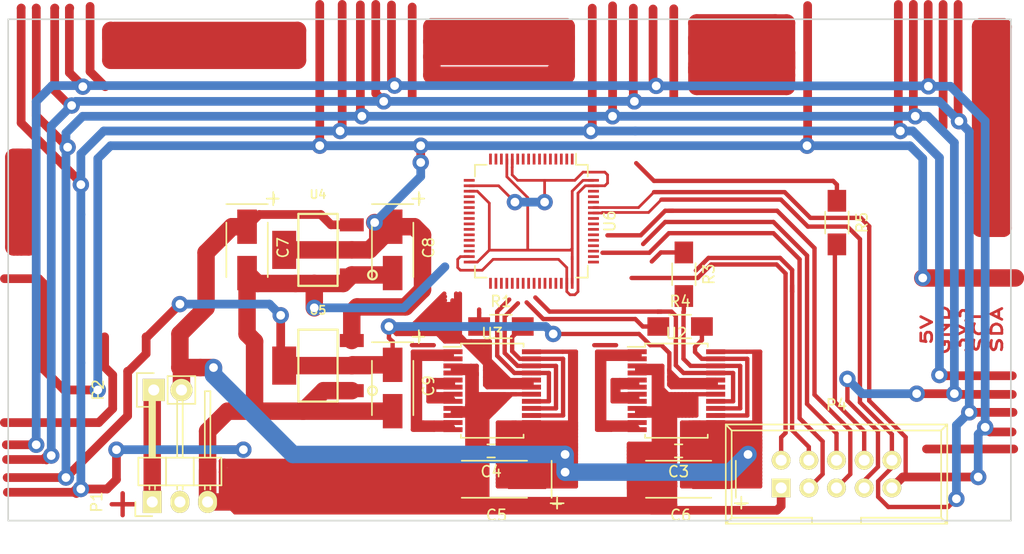
<source format=kicad_pcb>
(kicad_pcb (version 4) (host pcbnew 4.0.2+e4-6225~38~ubuntu14.04.1-stable)

  (general
    (links 224)
    (no_connects 101)
    (area 80.987499 58.224998 177.137501 137.047501)
    (thickness 1.6)
    (drawings 21)
    (tracks 1360)
    (zones 0)
    (modules 19)
    (nets 79)
  )

  (page A4)
  (layers
    (0 F.Cu signal)
    (31 B.Cu signal)
    (32 B.Adhes user)
    (33 F.Adhes user)
    (34 B.Paste user)
    (35 F.Paste user)
    (36 B.SilkS user)
    (37 F.SilkS user)
    (38 B.Mask user hide)
    (39 F.Mask user hide)
    (40 Dwgs.User user hide)
    (41 Cmts.User user)
    (42 Eco1.User user)
    (43 Eco2.User user)
    (44 Edge.Cuts user)
    (45 Margin user)
    (46 B.CrtYd user)
    (47 F.CrtYd user)
    (48 B.Fab user)
    (49 F.Fab user)
  )

  (setup
    (last_trace_width 0.4)
    (user_trace_width 0.25)
    (user_trace_width 0.4)
    (user_trace_width 0.8)
    (user_trace_width 1.6)
    (trace_clearance 0.2)
    (zone_clearance 0.508)
    (zone_45_only no)
    (trace_min 0.25)
    (segment_width 0.2)
    (edge_width 0.15)
    (via_size 1.5)
    (via_drill 0.8)
    (via_min_size 0.4)
    (via_min_drill 0.3)
    (uvia_size 0.3)
    (uvia_drill 0.1)
    (uvias_allowed no)
    (uvia_min_size 0.2)
    (uvia_min_drill 0.1)
    (pcb_text_width 0.3)
    (pcb_text_size 1.5 1.5)
    (mod_edge_width 0.15)
    (mod_text_size 1 1)
    (mod_text_width 0.15)
    (pad_size 5.5 6)
    (pad_drill 5)
    (pad_to_mask_clearance 0.2)
    (aux_axis_origin 457 134)
    (grid_origin 131 109.5)
    (visible_elements FFFFFF7F)
    (pcbplotparams
      (layerselection 0x00030_80000001)
      (usegerberextensions false)
      (excludeedgelayer true)
      (linewidth 0.100000)
      (plotframeref false)
      (viasonmask false)
      (mode 1)
      (useauxorigin false)
      (hpglpennumber 1)
      (hpglpenspeed 20)
      (hpglpendiameter 15)
      (hpglpenoverlay 2)
      (psnegative false)
      (psa4output false)
      (plotreference true)
      (plotvalue true)
      (plotinvisibletext false)
      (padsonsilk false)
      (subtractmaskfromsilk false)
      (outputformat 1)
      (mirror false)
      (drillshape 0)
      (scaleselection 1)
      (outputdirectory ""))
  )

  (net 0 "")
  (net 1 GND)
  (net 2 +5V)
  (net 3 +3V3)
  (net 4 /mobo/SWDIO)
  (net 5 /mobo/SWCLK)
  (net 6 /mobo/SCK)
  (net 7 /mobo/MISO)
  (net 8 /mobo/MOSI)
  (net 9 "Net-(U3-Pad1)")
  (net 10 "Net-(U3-Pad5)")
  (net 11 +12V)
  (net 12 /motors/M1PWM)
  (net 13 /mobo/M2PWM)
  (net 14 /mobo/M2A)
  (net 15 /mobo/M2B)
  (net 16 /mobo/M1PWM)
  (net 17 /mobo/M1A)
  (net 18 /mobo/M1B)
  (net 19 /mobo/RST)
  (net 20 "Net-(P1-Pad2)")
  (net 21 "Net-(U2-Pad1)")
  (net 22 "Net-(U2-Pad5)")
  (net 23 /motors/M2A)
  (net 24 /motors/M2PWM)
  (net 25 "Net-(P1-Pad1)")
  (net 26 /RST)
  (net 27 /mobo/SDA)
  (net 28 /mobo/SCL)
  (net 29 "Net-(U6-Pad1)")
  (net 30 "Net-(U6-Pad2)")
  (net 31 "Net-(U6-Pad3)")
  (net 32 "Net-(U6-Pad4)")
  (net 33 "Net-(U6-Pad5)")
  (net 34 "Net-(U6-Pad6)")
  (net 35 "Net-(U6-Pad7)")
  (net 36 "Net-(U6-Pad8)")
  (net 37 "Net-(U6-Pad9)")
  (net 38 "Net-(U6-Pad10)")
  (net 39 "Net-(U6-Pad11)")
  (net 40 "Net-(U6-Pad14)")
  (net 41 "Net-(U6-Pad15)")
  (net 42 "Net-(U6-Pad16)")
  (net 43 "Net-(U6-Pad17)")
  (net 44 "Net-(U6-Pad20)")
  (net 45 "Net-(U6-Pad21)")
  (net 46 "Net-(U6-Pad22)")
  (net 47 "Net-(U6-Pad23)")
  (net 48 "Net-(U6-Pad24)")
  (net 49 "Net-(U6-Pad25)")
  (net 50 "Net-(U6-Pad26)")
  (net 51 "Net-(U6-Pad27)")
  (net 52 "Net-(U6-Pad28)")
  (net 53 "Net-(U6-Pad29)")
  (net 54 "Net-(U6-Pad30)")
  (net 55 "Net-(U6-Pad33)")
  (net 56 "Net-(U6-Pad34)")
  (net 57 "Net-(U6-Pad35)")
  (net 58 "Net-(U6-Pad36)")
  (net 59 "Net-(U6-Pad37)")
  (net 60 "Net-(U6-Pad38)")
  (net 61 "Net-(U6-Pad39)")
  (net 62 "Net-(U6-Pad40)")
  (net 63 "Net-(U6-Pad41)")
  (net 64 "Net-(U6-Pad42)")
  (net 65 "Net-(U6-Pad43)")
  (net 66 "Net-(U6-Pad44)")
  (net 67 "Net-(U6-Pad45)")
  (net 68 "Net-(U6-Pad50)")
  (net 69 "Net-(U6-Pad51)")
  (net 70 "Net-(U6-Pad52)")
  (net 71 "Net-(U6-Pad53)")
  (net 72 "Net-(U6-Pad54)")
  (net 73 "Net-(U6-Pad55)")
  (net 74 "Net-(U6-Pad56)")
  (net 75 "Net-(U6-Pad57)")
  (net 76 "Net-(U6-Pad60)")
  (net 77 "Net-(U6-Pad61)")
  (net 78 "Net-(U6-Pad62)")

  (net_class Default "This is the default net class."
    (clearance 0.2)
    (trace_width 0.4)
    (via_dia 1.5)
    (via_drill 0.8)
    (uvia_dia 0.3)
    (uvia_drill 0.1)
    (add_net +12V)
    (add_net +3V3)
    (add_net +5V)
    (add_net /RST)
    (add_net /VCNL/EN0)
    (add_net /VCNL/EN1)
    (add_net /VCNL/EN2)
    (add_net /VCNL/EN3)
    (add_net /VCNL/EN4)
    (add_net /VCNL/EN5)
    (add_net /VCNL/SCL)
    (add_net /VCNL/SDA)
    (add_net /mobo/EN_CLOCK)
    (add_net /mobo/EN_DATA)
    (add_net /mobo/EN_RESET)
    (add_net /mobo/M1A)
    (add_net /mobo/M1B)
    (add_net /mobo/M1PWM)
    (add_net /mobo/M2A)
    (add_net /mobo/M2B)
    (add_net /mobo/M2PWM)
    (add_net /mobo/MISO)
    (add_net /mobo/MOSI)
    (add_net /mobo/RST)
    (add_net /mobo/SCK)
    (add_net /mobo/SCL)
    (add_net /mobo/SDA)
    (add_net /mobo/SWCLK)
    (add_net /mobo/SWDIO)
    (add_net /motors/M1PWM)
    (add_net /motors/M2A)
    (add_net /motors/M2PWM)
    (add_net GND)
    (add_net "Net-(D1-Pad2)")
    (add_net "Net-(D10-Pad1)")
    (add_net "Net-(D10-Pad2)")
    (add_net "Net-(D11-Pad2)")
    (add_net "Net-(D12-Pad2)")
    (add_net "Net-(D13-Pad1)")
    (add_net "Net-(D2-Pad2)")
    (add_net "Net-(D3-Pad2)")
    (add_net "Net-(D4-Pad2)")
    (add_net "Net-(D5-Pad1)")
    (add_net "Net-(D6-Pad2)")
    (add_net "Net-(D7-Pad1)")
    (add_net "Net-(D8-Pad2)")
    (add_net "Net-(P1-Pad1)")
    (add_net "Net-(P1-Pad2)")
    (add_net "Net-(Q1-Pad3)")
    (add_net "Net-(Q2-Pad3)")
    (add_net "Net-(Q3-Pad3)")
    (add_net "Net-(Q4-Pad3)")
    (add_net "Net-(Q5-Pad3)")
    (add_net "Net-(Q6-Pad3)")
    (add_net "Net-(R10-Pad2)")
    (add_net "Net-(R2-Pad1)")
    (add_net "Net-(R6-Pad2)")
    (add_net "Net-(R9-Pad2)")
    (add_net "Net-(U1-Pad16)")
    (add_net "Net-(U1-Pad2)")
    (add_net "Net-(U1-Pad23)")
    (add_net "Net-(U1-Pad24)")
    (add_net "Net-(U1-Pad29)")
    (add_net "Net-(U1-Pad3)")
    (add_net "Net-(U1-Pad30)")
    (add_net "Net-(U1-Pad6)")
    (add_net "Net-(U1-Pad7)")
    (add_net "Net-(U1-Pad8)")
    (add_net "Net-(U1-Pad9)")
    (add_net "Net-(U10-Pad1)")
    (add_net "Net-(U10-Pad3)")
    (add_net "Net-(U10-Pad6)")
    (add_net "Net-(U11-Pad1)")
    (add_net "Net-(U11-Pad3)")
    (add_net "Net-(U11-Pad6)")
    (add_net "Net-(U12-Pad1)")
    (add_net "Net-(U12-Pad3)")
    (add_net "Net-(U12-Pad6)")
    (add_net "Net-(U2-Pad1)")
    (add_net "Net-(U2-Pad5)")
    (add_net "Net-(U3-Pad1)")
    (add_net "Net-(U3-Pad5)")
    (add_net "Net-(U6-Pad1)")
    (add_net "Net-(U6-Pad10)")
    (add_net "Net-(U6-Pad11)")
    (add_net "Net-(U6-Pad14)")
    (add_net "Net-(U6-Pad15)")
    (add_net "Net-(U6-Pad16)")
    (add_net "Net-(U6-Pad17)")
    (add_net "Net-(U6-Pad2)")
    (add_net "Net-(U6-Pad20)")
    (add_net "Net-(U6-Pad21)")
    (add_net "Net-(U6-Pad22)")
    (add_net "Net-(U6-Pad23)")
    (add_net "Net-(U6-Pad24)")
    (add_net "Net-(U6-Pad25)")
    (add_net "Net-(U6-Pad26)")
    (add_net "Net-(U6-Pad27)")
    (add_net "Net-(U6-Pad28)")
    (add_net "Net-(U6-Pad29)")
    (add_net "Net-(U6-Pad3)")
    (add_net "Net-(U6-Pad30)")
    (add_net "Net-(U6-Pad33)")
    (add_net "Net-(U6-Pad34)")
    (add_net "Net-(U6-Pad35)")
    (add_net "Net-(U6-Pad36)")
    (add_net "Net-(U6-Pad37)")
    (add_net "Net-(U6-Pad38)")
    (add_net "Net-(U6-Pad39)")
    (add_net "Net-(U6-Pad4)")
    (add_net "Net-(U6-Pad40)")
    (add_net "Net-(U6-Pad41)")
    (add_net "Net-(U6-Pad42)")
    (add_net "Net-(U6-Pad43)")
    (add_net "Net-(U6-Pad44)")
    (add_net "Net-(U6-Pad45)")
    (add_net "Net-(U6-Pad5)")
    (add_net "Net-(U6-Pad50)")
    (add_net "Net-(U6-Pad51)")
    (add_net "Net-(U6-Pad52)")
    (add_net "Net-(U6-Pad53)")
    (add_net "Net-(U6-Pad54)")
    (add_net "Net-(U6-Pad55)")
    (add_net "Net-(U6-Pad56)")
    (add_net "Net-(U6-Pad57)")
    (add_net "Net-(U6-Pad6)")
    (add_net "Net-(U6-Pad60)")
    (add_net "Net-(U6-Pad61)")
    (add_net "Net-(U6-Pad62)")
    (add_net "Net-(U6-Pad7)")
    (add_net "Net-(U6-Pad8)")
    (add_net "Net-(U6-Pad9)")
    (add_net "Net-(U7-Pad1)")
    (add_net "Net-(U7-Pad3)")
    (add_net "Net-(U7-Pad6)")
    (add_net "Net-(U8-Pad1)")
    (add_net "Net-(U8-Pad3)")
    (add_net "Net-(U8-Pad6)")
    (add_net "Net-(U9-Pad1)")
    (add_net "Net-(U9-Pad3)")
    (add_net "Net-(U9-Pad6)")
  )

  (net_class SIGNAL ""
    (clearance 0.2)
    (trace_width 0.25)
    (via_dia 1.5)
    (via_drill 0.8)
    (uvia_dia 0.3)
    (uvia_drill 0.1)
  )

  (module Housings_QFP:LQFP-64_10x10mm_Pitch0.5mm (layer F.Cu) (tedit 54130A77) (tstamp 57099205)
    (at 131.0075 109.5 270)
    (descr "64 LEAD LQFP 10x10mm (see MICREL LQFP10x10-64LD-PL-1.pdf)")
    (tags "QFP 0.5")
    (path /56D394B3/570A2557)
    (attr smd)
    (fp_text reference U6 (at 0 -7.2 270) (layer F.SilkS)
      (effects (font (size 1 1) (thickness 0.15)))
    )
    (fp_text value STM32F100R6Tx (at 0 7.2 270) (layer F.Fab)
      (effects (font (size 1 1) (thickness 0.15)))
    )
    (fp_line (start -6.45 -6.45) (end -6.45 6.45) (layer F.CrtYd) (width 0.05))
    (fp_line (start 6.45 -6.45) (end 6.45 6.45) (layer F.CrtYd) (width 0.05))
    (fp_line (start -6.45 -6.45) (end 6.45 -6.45) (layer F.CrtYd) (width 0.05))
    (fp_line (start -6.45 6.45) (end 6.45 6.45) (layer F.CrtYd) (width 0.05))
    (fp_line (start -5.175 -5.175) (end -5.175 -4.1) (layer F.SilkS) (width 0.15))
    (fp_line (start 5.175 -5.175) (end 5.175 -4.1) (layer F.SilkS) (width 0.15))
    (fp_line (start 5.175 5.175) (end 5.175 4.1) (layer F.SilkS) (width 0.15))
    (fp_line (start -5.175 5.175) (end -5.175 4.1) (layer F.SilkS) (width 0.15))
    (fp_line (start -5.175 -5.175) (end -4.1 -5.175) (layer F.SilkS) (width 0.15))
    (fp_line (start -5.175 5.175) (end -4.1 5.175) (layer F.SilkS) (width 0.15))
    (fp_line (start 5.175 5.175) (end 4.1 5.175) (layer F.SilkS) (width 0.15))
    (fp_line (start 5.175 -5.175) (end 4.1 -5.175) (layer F.SilkS) (width 0.15))
    (fp_line (start -5.175 -4.1) (end -6.2 -4.1) (layer F.SilkS) (width 0.15))
    (pad 1 smd rect (at -5.7 -3.75 270) (size 1 0.25) (layers F.Cu F.Paste F.Mask)
      (net 29 "Net-(U6-Pad1)"))
    (pad 2 smd rect (at -5.7 -3.25 270) (size 1 0.25) (layers F.Cu F.Paste F.Mask)
      (net 30 "Net-(U6-Pad2)"))
    (pad 3 smd rect (at -5.7 -2.75 270) (size 1 0.25) (layers F.Cu F.Paste F.Mask)
      (net 31 "Net-(U6-Pad3)"))
    (pad 4 smd rect (at -5.7 -2.25 270) (size 1 0.25) (layers F.Cu F.Paste F.Mask)
      (net 32 "Net-(U6-Pad4)"))
    (pad 5 smd rect (at -5.7 -1.75 270) (size 1 0.25) (layers F.Cu F.Paste F.Mask)
      (net 33 "Net-(U6-Pad5)"))
    (pad 6 smd rect (at -5.7 -1.25 270) (size 1 0.25) (layers F.Cu F.Paste F.Mask)
      (net 34 "Net-(U6-Pad6)"))
    (pad 7 smd rect (at -5.7 -0.75 270) (size 1 0.25) (layers F.Cu F.Paste F.Mask)
      (net 35 "Net-(U6-Pad7)"))
    (pad 8 smd rect (at -5.7 -0.25 270) (size 1 0.25) (layers F.Cu F.Paste F.Mask)
      (net 36 "Net-(U6-Pad8)"))
    (pad 9 smd rect (at -5.7 0.25 270) (size 1 0.25) (layers F.Cu F.Paste F.Mask)
      (net 37 "Net-(U6-Pad9)"))
    (pad 10 smd rect (at -5.7 0.75 270) (size 1 0.25) (layers F.Cu F.Paste F.Mask)
      (net 38 "Net-(U6-Pad10)"))
    (pad 11 smd rect (at -5.7 1.25 270) (size 1 0.25) (layers F.Cu F.Paste F.Mask)
      (net 39 "Net-(U6-Pad11)"))
    (pad 12 smd rect (at -5.7 1.75 270) (size 1 0.25) (layers F.Cu F.Paste F.Mask)
      (net 1 GND))
    (pad 13 smd rect (at -5.7 2.25 270) (size 1 0.25) (layers F.Cu F.Paste F.Mask)
      (net 3 +3V3))
    (pad 14 smd rect (at -5.7 2.75 270) (size 1 0.25) (layers F.Cu F.Paste F.Mask)
      (net 40 "Net-(U6-Pad14)"))
    (pad 15 smd rect (at -5.7 3.25 270) (size 1 0.25) (layers F.Cu F.Paste F.Mask)
      (net 41 "Net-(U6-Pad15)"))
    (pad 16 smd rect (at -5.7 3.75 270) (size 1 0.25) (layers F.Cu F.Paste F.Mask)
      (net 42 "Net-(U6-Pad16)"))
    (pad 17 smd rect (at -3.75 5.7) (size 1 0.25) (layers F.Cu F.Paste F.Mask)
      (net 43 "Net-(U6-Pad17)"))
    (pad 18 smd rect (at -3.25 5.7) (size 1 0.25) (layers F.Cu F.Paste F.Mask)
      (net 1 GND))
    (pad 19 smd rect (at -2.75 5.7) (size 1 0.25) (layers F.Cu F.Paste F.Mask)
      (net 3 +3V3))
    (pad 20 smd rect (at -2.25 5.7) (size 1 0.25) (layers F.Cu F.Paste F.Mask)
      (net 44 "Net-(U6-Pad20)"))
    (pad 21 smd rect (at -1.75 5.7) (size 1 0.25) (layers F.Cu F.Paste F.Mask)
      (net 45 "Net-(U6-Pad21)"))
    (pad 22 smd rect (at -1.25 5.7) (size 1 0.25) (layers F.Cu F.Paste F.Mask)
      (net 46 "Net-(U6-Pad22)"))
    (pad 23 smd rect (at -0.75 5.7) (size 1 0.25) (layers F.Cu F.Paste F.Mask)
      (net 47 "Net-(U6-Pad23)"))
    (pad 24 smd rect (at -0.25 5.7) (size 1 0.25) (layers F.Cu F.Paste F.Mask)
      (net 48 "Net-(U6-Pad24)"))
    (pad 25 smd rect (at 0.25 5.7) (size 1 0.25) (layers F.Cu F.Paste F.Mask)
      (net 49 "Net-(U6-Pad25)"))
    (pad 26 smd rect (at 0.75 5.7) (size 1 0.25) (layers F.Cu F.Paste F.Mask)
      (net 50 "Net-(U6-Pad26)"))
    (pad 27 smd rect (at 1.25 5.7) (size 1 0.25) (layers F.Cu F.Paste F.Mask)
      (net 51 "Net-(U6-Pad27)"))
    (pad 28 smd rect (at 1.75 5.7) (size 1 0.25) (layers F.Cu F.Paste F.Mask)
      (net 52 "Net-(U6-Pad28)"))
    (pad 29 smd rect (at 2.25 5.7) (size 1 0.25) (layers F.Cu F.Paste F.Mask)
      (net 53 "Net-(U6-Pad29)"))
    (pad 30 smd rect (at 2.75 5.7) (size 1 0.25) (layers F.Cu F.Paste F.Mask)
      (net 54 "Net-(U6-Pad30)"))
    (pad 31 smd rect (at 3.25 5.7) (size 1 0.25) (layers F.Cu F.Paste F.Mask)
      (net 1 GND))
    (pad 32 smd rect (at 3.75 5.7) (size 1 0.25) (layers F.Cu F.Paste F.Mask)
      (net 3 +3V3))
    (pad 33 smd rect (at 5.7 3.75 270) (size 1 0.25) (layers F.Cu F.Paste F.Mask)
      (net 55 "Net-(U6-Pad33)"))
    (pad 34 smd rect (at 5.7 3.25 270) (size 1 0.25) (layers F.Cu F.Paste F.Mask)
      (net 56 "Net-(U6-Pad34)"))
    (pad 35 smd rect (at 5.7 2.75 270) (size 1 0.25) (layers F.Cu F.Paste F.Mask)
      (net 57 "Net-(U6-Pad35)"))
    (pad 36 smd rect (at 5.7 2.25 270) (size 1 0.25) (layers F.Cu F.Paste F.Mask)
      (net 58 "Net-(U6-Pad36)"))
    (pad 37 smd rect (at 5.7 1.75 270) (size 1 0.25) (layers F.Cu F.Paste F.Mask)
      (net 59 "Net-(U6-Pad37)"))
    (pad 38 smd rect (at 5.7 1.25 270) (size 1 0.25) (layers F.Cu F.Paste F.Mask)
      (net 60 "Net-(U6-Pad38)"))
    (pad 39 smd rect (at 5.7 0.75 270) (size 1 0.25) (layers F.Cu F.Paste F.Mask)
      (net 61 "Net-(U6-Pad39)"))
    (pad 40 smd rect (at 5.7 0.25 270) (size 1 0.25) (layers F.Cu F.Paste F.Mask)
      (net 62 "Net-(U6-Pad40)"))
    (pad 41 smd rect (at 5.7 -0.25 270) (size 1 0.25) (layers F.Cu F.Paste F.Mask)
      (net 63 "Net-(U6-Pad41)"))
    (pad 42 smd rect (at 5.7 -0.75 270) (size 1 0.25) (layers F.Cu F.Paste F.Mask)
      (net 64 "Net-(U6-Pad42)"))
    (pad 43 smd rect (at 5.7 -1.25 270) (size 1 0.25) (layers F.Cu F.Paste F.Mask)
      (net 65 "Net-(U6-Pad43)"))
    (pad 44 smd rect (at 5.7 -1.75 270) (size 1 0.25) (layers F.Cu F.Paste F.Mask)
      (net 66 "Net-(U6-Pad44)"))
    (pad 45 smd rect (at 5.7 -2.25 270) (size 1 0.25) (layers F.Cu F.Paste F.Mask)
      (net 67 "Net-(U6-Pad45)"))
    (pad 46 smd rect (at 5.7 -2.75 270) (size 1 0.25) (layers F.Cu F.Paste F.Mask)
      (net 4 /mobo/SWDIO))
    (pad 47 smd rect (at 5.7 -3.25 270) (size 1 0.25) (layers F.Cu F.Paste F.Mask)
      (net 1 GND))
    (pad 48 smd rect (at 5.7 -3.75 270) (size 1 0.25) (layers F.Cu F.Paste F.Mask)
      (net 3 +3V3))
    (pad 49 smd rect (at 3.75 -5.7) (size 1 0.25) (layers F.Cu F.Paste F.Mask)
      (net 5 /mobo/SWCLK))
    (pad 50 smd rect (at 3.25 -5.7) (size 1 0.25) (layers F.Cu F.Paste F.Mask)
      (net 68 "Net-(U6-Pad50)"))
    (pad 51 smd rect (at 2.75 -5.7) (size 1 0.25) (layers F.Cu F.Paste F.Mask)
      (net 69 "Net-(U6-Pad51)"))
    (pad 52 smd rect (at 2.25 -5.7) (size 1 0.25) (layers F.Cu F.Paste F.Mask)
      (net 70 "Net-(U6-Pad52)"))
    (pad 53 smd rect (at 1.75 -5.7) (size 1 0.25) (layers F.Cu F.Paste F.Mask)
      (net 71 "Net-(U6-Pad53)"))
    (pad 54 smd rect (at 1.25 -5.7) (size 1 0.25) (layers F.Cu F.Paste F.Mask)
      (net 72 "Net-(U6-Pad54)"))
    (pad 55 smd rect (at 0.75 -5.7) (size 1 0.25) (layers F.Cu F.Paste F.Mask)
      (net 73 "Net-(U6-Pad55)"))
    (pad 56 smd rect (at 0.25 -5.7) (size 1 0.25) (layers F.Cu F.Paste F.Mask)
      (net 74 "Net-(U6-Pad56)"))
    (pad 57 smd rect (at -0.25 -5.7) (size 1 0.25) (layers F.Cu F.Paste F.Mask)
      (net 75 "Net-(U6-Pad57)"))
    (pad 58 smd rect (at -0.75 -5.7) (size 1 0.25) (layers F.Cu F.Paste F.Mask)
      (net 28 /mobo/SCL))
    (pad 59 smd rect (at -1.25 -5.7) (size 1 0.25) (layers F.Cu F.Paste F.Mask)
      (net 27 /mobo/SDA))
    (pad 60 smd rect (at -1.75 -5.7) (size 1 0.25) (layers F.Cu F.Paste F.Mask)
      (net 76 "Net-(U6-Pad60)"))
    (pad 61 smd rect (at -2.25 -5.7) (size 1 0.25) (layers F.Cu F.Paste F.Mask)
      (net 77 "Net-(U6-Pad61)"))
    (pad 62 smd rect (at -2.75 -5.7) (size 1 0.25) (layers F.Cu F.Paste F.Mask)
      (net 78 "Net-(U6-Pad62)"))
    (pad 63 smd rect (at -3.25 -5.7) (size 1 0.25) (layers F.Cu F.Paste F.Mask)
      (net 1 GND))
    (pad 64 smd rect (at -3.75 -5.7) (size 1 0.25) (layers F.Cu F.Paste F.Mask)
      (net 3 +3V3))
    (model Housings_QFP.3dshapes/LQFP-64_10x10mm_Pitch0.5mm.wrl
      (at (xyz 0 0 0))
      (scale (xyz 1 1 1))
      (rotate (xyz 0 0 0))
    )
  )

  (module Connect:IDC_Header_Straight_10pins (layer F.Cu) (tedit 0) (tstamp 56D90EE7)
    (at 153.9275 133.9725)
    (descr "10 pins through hole IDC header")
    (tags "IDC header socket VASCH")
    (path /56DA81F2)
    (fp_text reference P4 (at 5.08 -7.62) (layer F.SilkS)
      (effects (font (size 1 1) (thickness 0.15)))
    )
    (fp_text value CONN_02X05 (at 5.08 5.223) (layer F.Fab)
      (effects (font (size 1 1) (thickness 0.15)))
    )
    (fp_line (start -5.08 -5.82) (end 15.24 -5.82) (layer F.SilkS) (width 0.15))
    (fp_line (start -4.54 -5.27) (end 14.68 -5.27) (layer F.SilkS) (width 0.15))
    (fp_line (start -5.08 3.28) (end 15.24 3.28) (layer F.SilkS) (width 0.15))
    (fp_line (start -4.54 2.73) (end 2.83 2.73) (layer F.SilkS) (width 0.15))
    (fp_line (start 7.33 2.73) (end 14.68 2.73) (layer F.SilkS) (width 0.15))
    (fp_line (start 2.83 2.73) (end 2.83 3.28) (layer F.SilkS) (width 0.15))
    (fp_line (start 7.33 2.73) (end 7.33 3.28) (layer F.SilkS) (width 0.15))
    (fp_line (start -5.08 -5.82) (end -5.08 3.28) (layer F.SilkS) (width 0.15))
    (fp_line (start -4.54 -5.27) (end -4.54 2.73) (layer F.SilkS) (width 0.15))
    (fp_line (start 15.24 -5.82) (end 15.24 3.28) (layer F.SilkS) (width 0.15))
    (fp_line (start 14.68 -5.27) (end 14.68 2.73) (layer F.SilkS) (width 0.15))
    (fp_line (start -5.08 -5.82) (end -4.54 -5.27) (layer F.SilkS) (width 0.15))
    (fp_line (start 15.24 -5.82) (end 14.68 -5.27) (layer F.SilkS) (width 0.15))
    (fp_line (start -5.08 3.28) (end -4.54 2.73) (layer F.SilkS) (width 0.15))
    (fp_line (start 15.24 3.28) (end 14.68 2.73) (layer F.SilkS) (width 0.15))
    (fp_line (start -5.35 -6.05) (end 15.5 -6.05) (layer F.CrtYd) (width 0.05))
    (fp_line (start 15.5 -6.05) (end 15.5 3.55) (layer F.CrtYd) (width 0.05))
    (fp_line (start 15.5 3.55) (end -5.35 3.55) (layer F.CrtYd) (width 0.05))
    (fp_line (start -5.35 3.55) (end -5.35 -6.05) (layer F.CrtYd) (width 0.05))
    (pad 1 thru_hole rect (at 0 0) (size 1.7272 1.7272) (drill 1.016) (layers *.Cu *.Mask F.SilkS)
      (net 1 GND))
    (pad 2 thru_hole oval (at 0 -2.54) (size 1.7272 1.7272) (drill 1.016) (layers *.Cu *.Mask F.SilkS)
      (net 4 /mobo/SWDIO))
    (pad 3 thru_hole oval (at 2.54 0) (size 1.7272 1.7272) (drill 1.016) (layers *.Cu *.Mask F.SilkS)
      (net 6 /mobo/SCK))
    (pad 4 thru_hole oval (at 2.54 -2.54) (size 1.7272 1.7272) (drill 1.016) (layers *.Cu *.Mask F.SilkS)
      (net 5 /mobo/SWCLK))
    (pad 5 thru_hole oval (at 5.08 0) (size 1.7272 1.7272) (drill 1.016) (layers *.Cu *.Mask F.SilkS)
      (net 8 /mobo/MOSI))
    (pad 6 thru_hole oval (at 5.08 -2.54) (size 1.7272 1.7272) (drill 1.016) (layers *.Cu *.Mask F.SilkS)
      (net 7 /mobo/MISO))
    (pad 7 thru_hole oval (at 7.62 0) (size 1.7272 1.7272) (drill 1.016) (layers *.Cu *.Mask F.SilkS)
      (net 3 +3V3))
    (pad 8 thru_hole oval (at 7.62 -2.54) (size 1.7272 1.7272) (drill 1.016) (layers *.Cu *.Mask F.SilkS)
      (net 26 /RST))
    (pad 9 thru_hole oval (at 10.16 0) (size 1.7272 1.7272) (drill 1.016) (layers *.Cu *.Mask F.SilkS)
      (net 27 /mobo/SDA))
    (pad 10 thru_hole oval (at 10.16 -2.54) (size 1.7272 1.7272) (drill 1.016) (layers *.Cu *.Mask F.SilkS)
      (net 28 /mobo/SCL))
  )

  (module warsztaty:TB6612 (layer F.Cu) (tedit 54130A77) (tstamp 56D3B205)
    (at 127.418 125.052)
    (descr "24-Lead Plastic Shrink Small Outline (SS)-5.30 mm Body [SSOP] (see Microchip Packaging Specification 00000049BS.pdf)")
    (tags "SSOP 0.65")
    (path /56D41270/56D4129D)
    (attr smd)
    (fp_text reference U3 (at 0 -5.25) (layer F.SilkS)
      (effects (font (size 1 1) (thickness 0.15)))
    )
    (fp_text value TB6612 (at 0 5.25) (layer F.Fab)
      (effects (font (size 1 1) (thickness 0.15)))
    )
    (fp_line (start -4.75 -4.5) (end -4.75 4.5) (layer F.CrtYd) (width 0.05))
    (fp_line (start 4.75 -4.5) (end 4.75 4.5) (layer F.CrtYd) (width 0.05))
    (fp_line (start -4.75 -4.5) (end 4.75 -4.5) (layer F.CrtYd) (width 0.05))
    (fp_line (start -4.75 4.5) (end 4.75 4.5) (layer F.CrtYd) (width 0.05))
    (fp_line (start -2.875 -4.325) (end -2.875 -4.025) (layer F.SilkS) (width 0.15))
    (fp_line (start 2.875 -4.325) (end 2.875 -4.025) (layer F.SilkS) (width 0.15))
    (fp_line (start 2.875 4.325) (end 2.875 4.025) (layer F.SilkS) (width 0.15))
    (fp_line (start -2.875 4.325) (end -2.875 4.025) (layer F.SilkS) (width 0.15))
    (fp_line (start -2.875 -4.325) (end 2.875 -4.325) (layer F.SilkS) (width 0.15))
    (fp_line (start -2.875 4.325) (end 2.875 4.325) (layer F.SilkS) (width 0.15))
    (fp_line (start -2.875 -4.025) (end -4.475 -4.025) (layer F.SilkS) (width 0.15))
    (pad 1 smd rect (at -3.6 -3.575) (size 1.75 0.45) (layers F.Cu F.Paste F.Mask)
      (net 9 "Net-(U3-Pad1)"))
    (pad 2 smd rect (at -3.6 -2.925) (size 1.75 0.45) (layers F.Cu F.Paste F.Mask)
      (net 9 "Net-(U3-Pad1)"))
    (pad 3 smd rect (at -3.6 -2.275) (size 1.75 0.45) (layers F.Cu F.Paste F.Mask)
      (net 1 GND))
    (pad 4 smd rect (at -3.6 -1.625) (size 1.75 0.45) (layers F.Cu F.Paste F.Mask)
      (net 1 GND))
    (pad 5 smd rect (at -3.6 -0.975) (size 1.75 0.45) (layers F.Cu F.Paste F.Mask)
      (net 10 "Net-(U3-Pad5)"))
    (pad 6 smd rect (at -3.6 -0.325) (size 1.75 0.45) (layers F.Cu F.Paste F.Mask)
      (net 10 "Net-(U3-Pad5)"))
    (pad 7 smd rect (at -3.6 0.325) (size 1.75 0.45) (layers F.Cu F.Paste F.Mask)
      (net 10 "Net-(U3-Pad5)"))
    (pad 8 smd rect (at -3.6 0.975) (size 1.75 0.45) (layers F.Cu F.Paste F.Mask)
      (net 10 "Net-(U3-Pad5)"))
    (pad 9 smd rect (at -3.6 1.625) (size 1.75 0.45) (layers F.Cu F.Paste F.Mask)
      (net 1 GND))
    (pad 10 smd rect (at -3.6 2.275) (size 1.75 0.45) (layers F.Cu F.Paste F.Mask)
      (net 1 GND))
    (pad 11 smd rect (at -3.6 2.925) (size 1.75 0.45) (layers F.Cu F.Paste F.Mask)
      (net 9 "Net-(U3-Pad1)"))
    (pad 12 smd rect (at -3.6 3.575) (size 1.75 0.45) (layers F.Cu F.Paste F.Mask)
      (net 9 "Net-(U3-Pad1)"))
    (pad 13 smd rect (at 3.6 3.575) (size 1.75 0.45) (layers F.Cu F.Paste F.Mask)
      (net 11 +12V))
    (pad 14 smd rect (at 3.6 2.925) (size 1.75 0.45) (layers F.Cu F.Paste F.Mask)
      (net 11 +12V))
    (pad 15 smd rect (at 3.6 2.275) (size 1.75 0.45) (layers F.Cu F.Paste F.Mask)
      (net 12 /motors/M1PWM))
    (pad 16 smd rect (at 3.6 1.625) (size 1.75 0.45) (layers F.Cu F.Paste F.Mask)
      (net 17 /mobo/M1A))
    (pad 17 smd rect (at 3.6 0.975) (size 1.75 0.45) (layers F.Cu F.Paste F.Mask)
      (net 18 /mobo/M1B))
    (pad 18 smd rect (at 3.6 0.325) (size 1.75 0.45) (layers F.Cu F.Paste F.Mask)
      (net 1 GND))
    (pad 19 smd rect (at 3.6 -0.325) (size 1.75 0.45) (layers F.Cu F.Paste F.Mask)
      (net 3 +3V3))
    (pad 20 smd rect (at 3.6 -0.975) (size 1.75 0.45) (layers F.Cu F.Paste F.Mask)
      (net 3 +3V3))
    (pad 21 smd rect (at 3.6 -1.625) (size 1.75 0.45) (layers F.Cu F.Paste F.Mask)
      (net 18 /mobo/M1B))
    (pad 22 smd rect (at 3.6 -2.275) (size 1.75 0.45) (layers F.Cu F.Paste F.Mask)
      (net 17 /mobo/M1A))
    (pad 23 smd rect (at 3.6 -2.925) (size 1.75 0.45) (layers F.Cu F.Paste F.Mask)
      (net 12 /motors/M1PWM))
    (pad 24 smd rect (at 3.6 -3.575) (size 1.75 0.45) (layers F.Cu F.Paste F.Mask)
      (net 11 +12V))
    (model Housings_SSOP.3dshapes/SSOP-24_5.3x8.2mm_Pitch0.65mm.wrl
      (at (xyz 0 0 0))
      (scale (xyz 1 1 1))
      (rotate (xyz 0 0 0))
    )
  )

  (module Capacitors_Tantalum_SMD:TantalC_SizeB_EIA-3528_HandSoldering (layer F.Cu) (tedit 0) (tstamp 56D47AB5)
    (at 104.923 112.133 270)
    (descr "Tantal Cap. , Size B, EIA-3528, Hand Soldering,")
    (tags "Tantal Cap. , Size B, EIA-3528, Hand Soldering,")
    (path /56D51563/56D51805)
    (attr smd)
    (fp_text reference C7 (at -0.20066 -3.29946 270) (layer F.SilkS)
      (effects (font (size 1 1) (thickness 0.15)))
    )
    (fp_text value CP (at -0.09906 3.59918 270) (layer F.Fab)
      (effects (font (size 1 1) (thickness 0.15)))
    )
    (fp_text user + (at -4.70154 -2.4003 270) (layer F.SilkS)
      (effects (font (size 1 1) (thickness 0.15)))
    )
    (fp_line (start -4.20116 -1.89992) (end -4.20116 1.89992) (layer F.SilkS) (width 0.15))
    (fp_line (start 2.49936 -1.89992) (end -2.49936 -1.89992) (layer F.SilkS) (width 0.15))
    (fp_line (start 2.49682 1.89992) (end -2.5019 1.89992) (layer F.SilkS) (width 0.15))
    (fp_line (start -4.70408 -2.90322) (end -4.70408 -1.8034) (layer F.SilkS) (width 0.15))
    (fp_line (start -5.30352 -2.40284) (end -4.10464 -2.40284) (layer F.SilkS) (width 0.15))
    (pad 2 smd rect (at 2.12598 0 270) (size 3.1496 1.80086) (layers F.Cu F.Paste F.Mask)
      (net 1 GND))
    (pad 1 smd rect (at -2.12598 0 270) (size 3.1496 1.80086) (layers F.Cu F.Paste F.Mask)
      (net 11 +12V))
    (model Capacitors_Tantalum_SMD.3dshapes/TantalC_SizeB_EIA-3528_HandSoldering.wrl
      (at (xyz 0 0 0))
      (scale (xyz 1 1 1))
      (rotate (xyz 0 0 180))
    )
  )

  (module warsztaty:TB6612 (layer F.Cu) (tedit 54130A77) (tstamp 56D3B540)
    (at 144.318 125.052)
    (descr "24-Lead Plastic Shrink Small Outline (SS)-5.30 mm Body [SSOP] (see Microchip Packaging Specification 00000049BS.pdf)")
    (tags "SSOP 0.65")
    (path /56D41270/56D3B2B6)
    (attr smd)
    (fp_text reference U2 (at 0 -5.25) (layer F.SilkS)
      (effects (font (size 1 1) (thickness 0.15)))
    )
    (fp_text value TB6612 (at 0 5.25) (layer F.Fab)
      (effects (font (size 1 1) (thickness 0.15)))
    )
    (fp_line (start -4.75 -4.5) (end -4.75 4.5) (layer F.CrtYd) (width 0.05))
    (fp_line (start 4.75 -4.5) (end 4.75 4.5) (layer F.CrtYd) (width 0.05))
    (fp_line (start -4.75 -4.5) (end 4.75 -4.5) (layer F.CrtYd) (width 0.05))
    (fp_line (start -4.75 4.5) (end 4.75 4.5) (layer F.CrtYd) (width 0.05))
    (fp_line (start -2.875 -4.325) (end -2.875 -4.025) (layer F.SilkS) (width 0.15))
    (fp_line (start 2.875 -4.325) (end 2.875 -4.025) (layer F.SilkS) (width 0.15))
    (fp_line (start 2.875 4.325) (end 2.875 4.025) (layer F.SilkS) (width 0.15))
    (fp_line (start -2.875 4.325) (end -2.875 4.025) (layer F.SilkS) (width 0.15))
    (fp_line (start -2.875 -4.325) (end 2.875 -4.325) (layer F.SilkS) (width 0.15))
    (fp_line (start -2.875 4.325) (end 2.875 4.325) (layer F.SilkS) (width 0.15))
    (fp_line (start -2.875 -4.025) (end -4.475 -4.025) (layer F.SilkS) (width 0.15))
    (pad 1 smd rect (at -3.6 -3.575) (size 1.75 0.45) (layers F.Cu F.Paste F.Mask)
      (net 21 "Net-(U2-Pad1)"))
    (pad 2 smd rect (at -3.6 -2.925) (size 1.75 0.45) (layers F.Cu F.Paste F.Mask)
      (net 21 "Net-(U2-Pad1)"))
    (pad 3 smd rect (at -3.6 -2.275) (size 1.75 0.45) (layers F.Cu F.Paste F.Mask)
      (net 1 GND))
    (pad 4 smd rect (at -3.6 -1.625) (size 1.75 0.45) (layers F.Cu F.Paste F.Mask)
      (net 1 GND))
    (pad 5 smd rect (at -3.6 -0.975) (size 1.75 0.45) (layers F.Cu F.Paste F.Mask)
      (net 22 "Net-(U2-Pad5)"))
    (pad 6 smd rect (at -3.6 -0.325) (size 1.75 0.45) (layers F.Cu F.Paste F.Mask)
      (net 22 "Net-(U2-Pad5)"))
    (pad 7 smd rect (at -3.6 0.325) (size 1.75 0.45) (layers F.Cu F.Paste F.Mask)
      (net 22 "Net-(U2-Pad5)"))
    (pad 8 smd rect (at -3.6 0.975) (size 1.75 0.45) (layers F.Cu F.Paste F.Mask)
      (net 22 "Net-(U2-Pad5)"))
    (pad 9 smd rect (at -3.6 1.625) (size 1.75 0.45) (layers F.Cu F.Paste F.Mask)
      (net 1 GND))
    (pad 10 smd rect (at -3.6 2.275) (size 1.75 0.45) (layers F.Cu F.Paste F.Mask)
      (net 1 GND))
    (pad 11 smd rect (at -3.6 2.925) (size 1.75 0.45) (layers F.Cu F.Paste F.Mask)
      (net 21 "Net-(U2-Pad1)"))
    (pad 12 smd rect (at -3.6 3.575) (size 1.75 0.45) (layers F.Cu F.Paste F.Mask)
      (net 21 "Net-(U2-Pad1)"))
    (pad 13 smd rect (at 3.6 3.575) (size 1.75 0.45) (layers F.Cu F.Paste F.Mask)
      (net 11 +12V))
    (pad 14 smd rect (at 3.6 2.925) (size 1.75 0.45) (layers F.Cu F.Paste F.Mask)
      (net 11 +12V))
    (pad 15 smd rect (at 3.6 2.275) (size 1.75 0.45) (layers F.Cu F.Paste F.Mask)
      (net 24 /motors/M2PWM))
    (pad 16 smd rect (at 3.6 1.625) (size 1.75 0.45) (layers F.Cu F.Paste F.Mask)
      (net 23 /motors/M2A))
    (pad 17 smd rect (at 3.6 0.975) (size 1.75 0.45) (layers F.Cu F.Paste F.Mask)
      (net 15 /mobo/M2B))
    (pad 18 smd rect (at 3.6 0.325) (size 1.75 0.45) (layers F.Cu F.Paste F.Mask)
      (net 1 GND))
    (pad 19 smd rect (at 3.6 -0.325) (size 1.75 0.45) (layers F.Cu F.Paste F.Mask)
      (net 3 +3V3))
    (pad 20 smd rect (at 3.6 -0.975) (size 1.75 0.45) (layers F.Cu F.Paste F.Mask)
      (net 3 +3V3))
    (pad 21 smd rect (at 3.6 -1.625) (size 1.75 0.45) (layers F.Cu F.Paste F.Mask)
      (net 15 /mobo/M2B))
    (pad 22 smd rect (at 3.6 -2.275) (size 1.75 0.45) (layers F.Cu F.Paste F.Mask)
      (net 23 /motors/M2A))
    (pad 23 smd rect (at 3.6 -2.925) (size 1.75 0.45) (layers F.Cu F.Paste F.Mask)
      (net 24 /motors/M2PWM))
    (pad 24 smd rect (at 3.6 -3.575) (size 1.75 0.45) (layers F.Cu F.Paste F.Mask)
      (net 11 +12V))
    (model Housings_SSOP.3dshapes/SSOP-24_5.3x8.2mm_Pitch0.65mm.wrl
      (at (xyz 0 0 0))
      (scale (xyz 1 1 1))
      (rotate (xyz 0 0 0))
    )
  )

  (module Capacitors_SMD:C_0603_HandSoldering (layer F.Cu) (tedit 541A9B4D) (tstamp 56D429F7)
    (at 144.518 130.577 180)
    (descr "Capacitor SMD 0603, hand soldering")
    (tags "capacitor 0603")
    (path /56D41270/56D43E1B)
    (attr smd)
    (fp_text reference C3 (at 0 -1.9 180) (layer F.SilkS)
      (effects (font (size 1 1) (thickness 0.15)))
    )
    (fp_text value 100n (at 0 1.9 180) (layer F.Fab)
      (effects (font (size 1 1) (thickness 0.15)))
    )
    (fp_line (start -1.85 -0.75) (end 1.85 -0.75) (layer F.CrtYd) (width 0.05))
    (fp_line (start -1.85 0.75) (end 1.85 0.75) (layer F.CrtYd) (width 0.05))
    (fp_line (start -1.85 -0.75) (end -1.85 0.75) (layer F.CrtYd) (width 0.05))
    (fp_line (start 1.85 -0.75) (end 1.85 0.75) (layer F.CrtYd) (width 0.05))
    (fp_line (start -0.35 -0.6) (end 0.35 -0.6) (layer F.SilkS) (width 0.15))
    (fp_line (start 0.35 0.6) (end -0.35 0.6) (layer F.SilkS) (width 0.15))
    (pad 1 smd rect (at -0.95 0 180) (size 1.2 0.75) (layers F.Cu F.Paste F.Mask)
      (net 11 +12V))
    (pad 2 smd rect (at 0.95 0 180) (size 1.2 0.75) (layers F.Cu F.Paste F.Mask)
      (net 1 GND))
    (model Capacitors_SMD.3dshapes/C_0603_HandSoldering.wrl
      (at (xyz 0 0 0))
      (scale (xyz 1 1 1))
      (rotate (xyz 0 0 0))
    )
  )

  (module Capacitors_SMD:C_0603_HandSoldering (layer F.Cu) (tedit 541A9B4D) (tstamp 56D429FD)
    (at 127.318001 130.577 180)
    (descr "Capacitor SMD 0603, hand soldering")
    (tags "capacitor 0603")
    (path /56D41270/56D430DB)
    (attr smd)
    (fp_text reference C4 (at 0 -1.9 180) (layer F.SilkS)
      (effects (font (size 1 1) (thickness 0.15)))
    )
    (fp_text value 100n (at 0 1.9 180) (layer F.Fab)
      (effects (font (size 1 1) (thickness 0.15)))
    )
    (fp_line (start -1.85 -0.75) (end 1.85 -0.75) (layer F.CrtYd) (width 0.05))
    (fp_line (start -1.85 0.75) (end 1.85 0.75) (layer F.CrtYd) (width 0.05))
    (fp_line (start -1.85 -0.75) (end -1.85 0.75) (layer F.CrtYd) (width 0.05))
    (fp_line (start 1.85 -0.75) (end 1.85 0.75) (layer F.CrtYd) (width 0.05))
    (fp_line (start -0.35 -0.6) (end 0.35 -0.6) (layer F.SilkS) (width 0.15))
    (fp_line (start 0.35 0.6) (end -0.35 0.6) (layer F.SilkS) (width 0.15))
    (pad 1 smd rect (at -0.95 0 180) (size 1.2 0.75) (layers F.Cu F.Paste F.Mask)
      (net 11 +12V))
    (pad 2 smd rect (at 0.95 0 180) (size 1.2 0.75) (layers F.Cu F.Paste F.Mask)
      (net 1 GND))
    (model Capacitors_SMD.3dshapes/C_0603_HandSoldering.wrl
      (at (xyz 0 0 0))
      (scale (xyz 1 1 1))
      (rotate (xyz 0 0 0))
    )
  )

  (module Capacitors_Tantalum_SMD:TantalC_SizeC_EIA-6032_HandSoldering (layer F.Cu) (tedit 0) (tstamp 56D42A03)
    (at 127.618 133.177 180)
    (descr "Tantal Cap. , Size C, EIA-6032, Hand Soldering,")
    (tags "Tantal Cap. , Size C, EIA-6032, Hand Soldering,")
    (path /56D41270/56D43E15)
    (attr smd)
    (fp_text reference C5 (at -0.20066 -3.29946 180) (layer F.SilkS)
      (effects (font (size 1 1) (thickness 0.15)))
    )
    (fp_text value 100u (at -0.09906 3.59918 180) (layer F.Fab)
      (effects (font (size 1 1) (thickness 0.15)))
    )
    (fp_line (start -5.25018 -1.69926) (end -5.25018 1.69926) (layer F.SilkS) (width 0.15))
    (fp_line (start 2.99974 1.69926) (end -2.99974 1.69926) (layer F.SilkS) (width 0.15))
    (fp_line (start 2.99974 -1.69926) (end -2.99974 -1.69926) (layer F.SilkS) (width 0.15))
    (fp_text user + (at -5.75056 -2.19964 180) (layer F.SilkS)
      (effects (font (size 1 1) (thickness 0.15)))
    )
    (fp_line (start -5.7531 -2.70256) (end -5.7531 -1.60274) (layer F.SilkS) (width 0.15))
    (fp_line (start -6.35254 -2.20218) (end -5.15366 -2.20218) (layer F.SilkS) (width 0.15))
    (pad 2 smd rect (at 2.99974 0 180) (size 3.50012 1.80086) (layers F.Cu F.Paste F.Mask)
      (net 1 GND))
    (pad 1 smd rect (at -2.99974 0 180) (size 3.50012 1.80086) (layers F.Cu F.Paste F.Mask)
      (net 11 +12V))
    (model Capacitors_Tantalum_SMD.3dshapes/TantalC_SizeC_EIA-6032_HandSoldering.wrl
      (at (xyz 0 0 0))
      (scale (xyz 1 1 1))
      (rotate (xyz 0 0 180))
    )
  )

  (module Capacitors_Tantalum_SMD:TantalC_SizeC_EIA-6032_HandSoldering (layer F.Cu) (tedit 0) (tstamp 56D42A09)
    (at 144.518 133.177 180)
    (descr "Tantal Cap. , Size C, EIA-6032, Hand Soldering,")
    (tags "Tantal Cap. , Size C, EIA-6032, Hand Soldering,")
    (path /56D41270/56D42E88)
    (attr smd)
    (fp_text reference C6 (at -0.20066 -3.29946 180) (layer F.SilkS)
      (effects (font (size 1 1) (thickness 0.15)))
    )
    (fp_text value 100u (at -0.09906 3.59918 180) (layer F.Fab)
      (effects (font (size 1 1) (thickness 0.15)))
    )
    (fp_line (start -5.25018 -1.69926) (end -5.25018 1.69926) (layer F.SilkS) (width 0.15))
    (fp_line (start 2.99974 1.69926) (end -2.99974 1.69926) (layer F.SilkS) (width 0.15))
    (fp_line (start 2.99974 -1.69926) (end -2.99974 -1.69926) (layer F.SilkS) (width 0.15))
    (fp_text user + (at -5.75056 -2.19964 180) (layer F.SilkS)
      (effects (font (size 1 1) (thickness 0.15)))
    )
    (fp_line (start -5.7531 -2.70256) (end -5.7531 -1.60274) (layer F.SilkS) (width 0.15))
    (fp_line (start -6.35254 -2.20218) (end -5.15366 -2.20218) (layer F.SilkS) (width 0.15))
    (pad 2 smd rect (at 2.99974 0 180) (size 3.50012 1.80086) (layers F.Cu F.Paste F.Mask)
      (net 1 GND))
    (pad 1 smd rect (at -2.99974 0 180) (size 3.50012 1.80086) (layers F.Cu F.Paste F.Mask)
      (net 11 +12V))
    (model Capacitors_Tantalum_SMD.3dshapes/TantalC_SizeC_EIA-6032_HandSoldering.wrl
      (at (xyz 0 0 0))
      (scale (xyz 1 1 1))
      (rotate (xyz 0 0 180))
    )
  )

  (module Capacitors_Tantalum_SMD:TantalC_SizeB_EIA-3528_HandSoldering (layer F.Cu) (tedit 0) (tstamp 56D47ABB)
    (at 118.2805 112.133 270)
    (descr "Tantal Cap. , Size B, EIA-3528, Hand Soldering,")
    (tags "Tantal Cap. , Size B, EIA-3528, Hand Soldering,")
    (path /56D51563/56D517A3)
    (attr smd)
    (fp_text reference C8 (at -0.20066 -3.29946 270) (layer F.SilkS)
      (effects (font (size 1 1) (thickness 0.15)))
    )
    (fp_text value CP (at -0.09906 3.59918 270) (layer F.Fab)
      (effects (font (size 1 1) (thickness 0.15)))
    )
    (fp_text user + (at -4.70154 -2.4003 270) (layer F.SilkS)
      (effects (font (size 1 1) (thickness 0.15)))
    )
    (fp_line (start -4.20116 -1.89992) (end -4.20116 1.89992) (layer F.SilkS) (width 0.15))
    (fp_line (start 2.49936 -1.89992) (end -2.49936 -1.89992) (layer F.SilkS) (width 0.15))
    (fp_line (start 2.49682 1.89992) (end -2.5019 1.89992) (layer F.SilkS) (width 0.15))
    (fp_line (start -4.70408 -2.90322) (end -4.70408 -1.8034) (layer F.SilkS) (width 0.15))
    (fp_line (start -5.30352 -2.40284) (end -4.10464 -2.40284) (layer F.SilkS) (width 0.15))
    (pad 2 smd rect (at 2.12598 0 270) (size 3.1496 1.80086) (layers F.Cu F.Paste F.Mask)
      (net 1 GND))
    (pad 1 smd rect (at -2.12598 0 270) (size 3.1496 1.80086) (layers F.Cu F.Paste F.Mask)
      (net 2 +5V))
    (model Capacitors_Tantalum_SMD.3dshapes/TantalC_SizeB_EIA-3528_HandSoldering.wrl
      (at (xyz 0 0 0))
      (scale (xyz 1 1 1))
      (rotate (xyz 0 0 180))
    )
  )

  (module Capacitors_Tantalum_SMD:TantalC_SizeB_EIA-3528_HandSoldering (layer F.Cu) (tedit 0) (tstamp 56D47AC1)
    (at 118.280499 124.8055 270)
    (descr "Tantal Cap. , Size B, EIA-3528, Hand Soldering,")
    (tags "Tantal Cap. , Size B, EIA-3528, Hand Soldering,")
    (path /56D51563/56D5185B)
    (attr smd)
    (fp_text reference C9 (at -0.20066 -3.29946 270) (layer F.SilkS)
      (effects (font (size 1 1) (thickness 0.15)))
    )
    (fp_text value CP (at -0.09906 3.59918 270) (layer F.Fab)
      (effects (font (size 1 1) (thickness 0.15)))
    )
    (fp_text user + (at -4.70154 -2.4003 270) (layer F.SilkS)
      (effects (font (size 1 1) (thickness 0.15)))
    )
    (fp_line (start -4.20116 -1.89992) (end -4.20116 1.89992) (layer F.SilkS) (width 0.15))
    (fp_line (start 2.49936 -1.89992) (end -2.49936 -1.89992) (layer F.SilkS) (width 0.15))
    (fp_line (start 2.49682 1.89992) (end -2.5019 1.89992) (layer F.SilkS) (width 0.15))
    (fp_line (start -4.70408 -2.90322) (end -4.70408 -1.8034) (layer F.SilkS) (width 0.15))
    (fp_line (start -5.30352 -2.40284) (end -4.10464 -2.40284) (layer F.SilkS) (width 0.15))
    (pad 2 smd rect (at 2.12598 0 270) (size 3.1496 1.80086) (layers F.Cu F.Paste F.Mask)
      (net 1 GND))
    (pad 1 smd rect (at -2.12598 0 270) (size 3.1496 1.80086) (layers F.Cu F.Paste F.Mask)
      (net 3 +3V3))
    (model Capacitors_Tantalum_SMD.3dshapes/TantalC_SizeB_EIA-3528_HandSoldering.wrl
      (at (xyz 0 0 0))
      (scale (xyz 1 1 1))
      (rotate (xyz 0 0 180))
    )
  )

  (module Pin_Headers:Pin_Header_Straight_1x02 (layer F.Cu) (tedit 54EA090C) (tstamp 56D47ACD)
    (at 96.365 124.985 90)
    (descr "Through hole pin header")
    (tags "pin header")
    (path /56D51563/56D51A27)
    (fp_text reference P2 (at 0 -5.1 90) (layer F.SilkS)
      (effects (font (size 1 1) (thickness 0.15)))
    )
    (fp_text value SWITCH (at 0 -3.1 90) (layer F.Fab)
      (effects (font (size 1 1) (thickness 0.15)))
    )
    (fp_line (start 1.27 1.27) (end 1.27 3.81) (layer F.SilkS) (width 0.15))
    (fp_line (start 1.55 -1.55) (end 1.55 0) (layer F.SilkS) (width 0.15))
    (fp_line (start -1.75 -1.75) (end -1.75 4.3) (layer F.CrtYd) (width 0.05))
    (fp_line (start 1.75 -1.75) (end 1.75 4.3) (layer F.CrtYd) (width 0.05))
    (fp_line (start -1.75 -1.75) (end 1.75 -1.75) (layer F.CrtYd) (width 0.05))
    (fp_line (start -1.75 4.3) (end 1.75 4.3) (layer F.CrtYd) (width 0.05))
    (fp_line (start 1.27 1.27) (end -1.27 1.27) (layer F.SilkS) (width 0.15))
    (fp_line (start -1.55 0) (end -1.55 -1.55) (layer F.SilkS) (width 0.15))
    (fp_line (start -1.55 -1.55) (end 1.55 -1.55) (layer F.SilkS) (width 0.15))
    (fp_line (start -1.27 1.27) (end -1.27 3.81) (layer F.SilkS) (width 0.15))
    (fp_line (start -1.27 3.81) (end 1.27 3.81) (layer F.SilkS) (width 0.15))
    (pad 1 thru_hole rect (at 0 0 90) (size 2.032 2.032) (drill 1.016) (layers *.Cu *.Mask F.SilkS)
      (net 25 "Net-(P1-Pad1)"))
    (pad 2 thru_hole oval (at 0 2.54 90) (size 2.032 2.032) (drill 1.016) (layers *.Cu *.Mask F.SilkS)
      (net 11 +12V))
    (model Pin_Headers.3dshapes/Pin_Header_Straight_1x02.wrl
      (at (xyz 0 -0.05 0))
      (scale (xyz 1 1 1))
      (rotate (xyz 0 0 90))
    )
  )

  (module warsztaty:LM1117_SOT223 (layer F.Cu) (tedit 56250172) (tstamp 56D47AD5)
    (at 111.430499 112.133 180)
    (path /56D51563/56D515D1)
    (solder_paste_margin -0.0762)
    (attr smd)
    (fp_text reference U4 (at 0 5.08 180) (layer F.SilkS)
      (effects (font (size 0.762 0.762) (thickness 0.1524)))
    )
    (fp_text value LM1117 (at 0 0 180) (layer F.SilkS) hide
      (effects (font (size 0.762 0.762) (thickness 0.1524)))
    )
    (fp_circle (center -5 -2.3) (end -4.6 -2.3) (layer F.SilkS) (width 0.2032))
    (fp_line (start -1.8 -3.3) (end 1.8 -3.3) (layer F.SilkS) (width 0.2032))
    (fp_line (start 1.8 -3.3) (end 1.8 3.3) (layer F.SilkS) (width 0.2032))
    (fp_line (start 1.8 3.3) (end -1.8 3.3) (layer F.SilkS) (width 0.2032))
    (fp_line (start -1.8 3.3) (end -1.8 -3.3) (layer F.SilkS) (width 0.2032))
    (pad 3 smd rect (at -3.1 -2.3 180) (size 2.2 1.2) (layers F.Cu F.Paste F.Mask)
      (net 1 GND))
    (pad 2 smd rect (at -3.1 0 180) (size 2.2 1.2) (layers F.Cu F.Paste F.Mask)
      (net 2 +5V))
    (pad 1 smd rect (at -3.1 2.3 180) (size 2.2 1.2) (layers F.Cu F.Paste F.Mask)
      (net 11 +12V))
    (pad 2 smd rect (at 3.1 0 180) (size 2.2 3.5) (layers F.Cu F.Paste F.Mask)
      (net 2 +5V))
  )

  (module warsztaty:LM1117_SOT223 (layer F.Cu) (tedit 56250172) (tstamp 56D47ADD)
    (at 111.4305 122.7505 180)
    (path /56D51563/56D51621)
    (solder_paste_margin -0.0762)
    (attr smd)
    (fp_text reference U5 (at 0 5.08 180) (layer F.SilkS)
      (effects (font (size 0.762 0.762) (thickness 0.1524)))
    )
    (fp_text value LM1117 (at 0 0 180) (layer F.SilkS) hide
      (effects (font (size 0.762 0.762) (thickness 0.1524)))
    )
    (fp_circle (center -5 -2.3) (end -4.6 -2.3) (layer F.SilkS) (width 0.2032))
    (fp_line (start -1.8 -3.3) (end 1.8 -3.3) (layer F.SilkS) (width 0.2032))
    (fp_line (start 1.8 -3.3) (end 1.8 3.3) (layer F.SilkS) (width 0.2032))
    (fp_line (start 1.8 3.3) (end -1.8 3.3) (layer F.SilkS) (width 0.2032))
    (fp_line (start -1.8 3.3) (end -1.8 -3.3) (layer F.SilkS) (width 0.2032))
    (pad 3 smd rect (at -3.1 -2.3 180) (size 2.2 1.2) (layers F.Cu F.Paste F.Mask)
      (net 1 GND))
    (pad 2 smd rect (at -3.1 0 180) (size 2.2 1.2) (layers F.Cu F.Paste F.Mask)
      (net 3 +3V3))
    (pad 1 smd rect (at -3.1 2.3 180) (size 2.2 1.2) (layers F.Cu F.Paste F.Mask)
      (net 2 +5V))
    (pad 2 smd rect (at 3.1 0 180) (size 2.2 3.5) (layers F.Cu F.Paste F.Mask)
      (net 3 +3V3))
  )

  (module Resistors_SMD:R_1206_HandSoldering (layer F.Cu) (tedit 5418A20D) (tstamp 56D8E337)
    (at 128.2175 119.1625)
    (descr "Resistor SMD 1206, hand soldering")
    (tags "resistor 1206")
    (path /56D8FD39)
    (attr smd)
    (fp_text reference R1 (at 0 -2.3) (layer F.SilkS)
      (effects (font (size 1 1) (thickness 0.15)))
    )
    (fp_text value 0 (at 0 2.3) (layer F.Fab)
      (effects (font (size 1 1) (thickness 0.15)))
    )
    (fp_line (start -3.3 -1.2) (end 3.3 -1.2) (layer F.CrtYd) (width 0.05))
    (fp_line (start -3.3 1.2) (end 3.3 1.2) (layer F.CrtYd) (width 0.05))
    (fp_line (start -3.3 -1.2) (end -3.3 1.2) (layer F.CrtYd) (width 0.05))
    (fp_line (start 3.3 -1.2) (end 3.3 1.2) (layer F.CrtYd) (width 0.05))
    (fp_line (start 1 1.075) (end -1 1.075) (layer F.SilkS) (width 0.15))
    (fp_line (start -1 -1.075) (end 1 -1.075) (layer F.SilkS) (width 0.15))
    (pad 1 smd rect (at -2 0) (size 2 1.7) (layers F.Cu F.Paste F.Mask)
      (net 16 /mobo/M1PWM))
    (pad 2 smd rect (at 2 0) (size 2 1.7) (layers F.Cu F.Paste F.Mask)
      (net 12 /motors/M1PWM))
    (model Resistors_SMD.3dshapes/R_1206_HandSoldering.wrl
      (at (xyz 0 0 0))
      (scale (xyz 1 1 1))
      (rotate (xyz 0 0 0))
    )
  )

  (module Resistors_SMD:R_1206_HandSoldering (layer F.Cu) (tedit 5418A20D) (tstamp 56D8E4AD)
    (at 145 114.3675 270)
    (descr "Resistor SMD 1206, hand soldering")
    (tags "resistor 1206")
    (path /56D91441)
    (attr smd)
    (fp_text reference R3 (at 0 -2.3 270) (layer F.SilkS)
      (effects (font (size 1 1) (thickness 0.15)))
    )
    (fp_text value 0 (at 0 2.3 270) (layer F.Fab)
      (effects (font (size 1 1) (thickness 0.15)))
    )
    (fp_line (start -3.3 -1.2) (end 3.3 -1.2) (layer F.CrtYd) (width 0.05))
    (fp_line (start -3.3 1.2) (end 3.3 1.2) (layer F.CrtYd) (width 0.05))
    (fp_line (start -3.3 -1.2) (end -3.3 1.2) (layer F.CrtYd) (width 0.05))
    (fp_line (start 3.3 -1.2) (end 3.3 1.2) (layer F.CrtYd) (width 0.05))
    (fp_line (start 1 1.075) (end -1 1.075) (layer F.SilkS) (width 0.15))
    (fp_line (start -1 -1.075) (end 1 -1.075) (layer F.SilkS) (width 0.15))
    (pad 1 smd rect (at -2 0 270) (size 2 1.7) (layers F.Cu F.Paste F.Mask)
      (net 14 /mobo/M2A))
    (pad 2 smd rect (at 2 0 270) (size 2 1.7) (layers F.Cu F.Paste F.Mask)
      (net 23 /motors/M2A))
    (model Resistors_SMD.3dshapes/R_1206_HandSoldering.wrl
      (at (xyz 0 0 0))
      (scale (xyz 1 1 1))
      (rotate (xyz 0 0 0))
    )
  )

  (module Resistors_SMD:R_1206_HandSoldering (layer F.Cu) (tedit 5418A20D) (tstamp 56D8E4B3)
    (at 144.6575 119.1625)
    (descr "Resistor SMD 1206, hand soldering")
    (tags "resistor 1206")
    (path /56D90D58)
    (attr smd)
    (fp_text reference R4 (at 0 -2.3) (layer F.SilkS)
      (effects (font (size 1 1) (thickness 0.15)))
    )
    (fp_text value 0 (at 0 2.3) (layer F.Fab)
      (effects (font (size 1 1) (thickness 0.15)))
    )
    (fp_line (start -3.3 -1.2) (end 3.3 -1.2) (layer F.CrtYd) (width 0.05))
    (fp_line (start -3.3 1.2) (end 3.3 1.2) (layer F.CrtYd) (width 0.05))
    (fp_line (start -3.3 -1.2) (end -3.3 1.2) (layer F.CrtYd) (width 0.05))
    (fp_line (start 3.3 -1.2) (end 3.3 1.2) (layer F.CrtYd) (width 0.05))
    (fp_line (start 1 1.075) (end -1 1.075) (layer F.SilkS) (width 0.15))
    (fp_line (start -1 -1.075) (end 1 -1.075) (layer F.SilkS) (width 0.15))
    (pad 1 smd rect (at -2 0) (size 2 1.7) (layers F.Cu F.Paste F.Mask)
      (net 13 /mobo/M2PWM))
    (pad 2 smd rect (at 2 0) (size 2 1.7) (layers F.Cu F.Paste F.Mask)
      (net 24 /motors/M2PWM))
    (model Resistors_SMD.3dshapes/R_1206_HandSoldering.wrl
      (at (xyz 0 0 0))
      (scale (xyz 1 1 1))
      (rotate (xyz 0 0 0))
    )
  )

  (module Pin_Headers:Pin_Header_Angled_1x03 (layer F.Cu) (tedit 0) (tstamp 56D8EC5D)
    (at 96.2225 135.26 90)
    (descr "Through hole pin header")
    (tags "pin header")
    (path /56D51563/56D9A69F)
    (fp_text reference P1 (at 0 -5.1 90) (layer F.SilkS)
      (effects (font (size 1 1) (thickness 0.15)))
    )
    (fp_text value LIPO (at 0 -3.1 90) (layer F.Fab)
      (effects (font (size 1 1) (thickness 0.15)))
    )
    (fp_line (start -1.5 -1.75) (end -1.5 6.85) (layer F.CrtYd) (width 0.05))
    (fp_line (start 10.65 -1.75) (end 10.65 6.85) (layer F.CrtYd) (width 0.05))
    (fp_line (start -1.5 -1.75) (end 10.65 -1.75) (layer F.CrtYd) (width 0.05))
    (fp_line (start -1.5 6.85) (end 10.65 6.85) (layer F.CrtYd) (width 0.05))
    (fp_line (start -1.3 -1.55) (end -1.3 0) (layer F.SilkS) (width 0.15))
    (fp_line (start 0 -1.55) (end -1.3 -1.55) (layer F.SilkS) (width 0.15))
    (fp_line (start 4.191 -0.127) (end 10.033 -0.127) (layer F.SilkS) (width 0.15))
    (fp_line (start 10.033 -0.127) (end 10.033 0.127) (layer F.SilkS) (width 0.15))
    (fp_line (start 10.033 0.127) (end 4.191 0.127) (layer F.SilkS) (width 0.15))
    (fp_line (start 4.191 0.127) (end 4.191 0) (layer F.SilkS) (width 0.15))
    (fp_line (start 4.191 0) (end 10.033 0) (layer F.SilkS) (width 0.15))
    (fp_line (start 1.524 -0.254) (end 1.143 -0.254) (layer F.SilkS) (width 0.15))
    (fp_line (start 1.524 0.254) (end 1.143 0.254) (layer F.SilkS) (width 0.15))
    (fp_line (start 1.524 2.286) (end 1.143 2.286) (layer F.SilkS) (width 0.15))
    (fp_line (start 1.524 2.794) (end 1.143 2.794) (layer F.SilkS) (width 0.15))
    (fp_line (start 1.524 4.826) (end 1.143 4.826) (layer F.SilkS) (width 0.15))
    (fp_line (start 1.524 5.334) (end 1.143 5.334) (layer F.SilkS) (width 0.15))
    (fp_line (start 4.064 1.27) (end 4.064 -1.27) (layer F.SilkS) (width 0.15))
    (fp_line (start 10.16 0.254) (end 4.064 0.254) (layer F.SilkS) (width 0.15))
    (fp_line (start 10.16 -0.254) (end 10.16 0.254) (layer F.SilkS) (width 0.15))
    (fp_line (start 4.064 -0.254) (end 10.16 -0.254) (layer F.SilkS) (width 0.15))
    (fp_line (start 1.524 1.27) (end 4.064 1.27) (layer F.SilkS) (width 0.15))
    (fp_line (start 1.524 -1.27) (end 1.524 1.27) (layer F.SilkS) (width 0.15))
    (fp_line (start 1.524 -1.27) (end 4.064 -1.27) (layer F.SilkS) (width 0.15))
    (fp_line (start 1.524 3.81) (end 4.064 3.81) (layer F.SilkS) (width 0.15))
    (fp_line (start 1.524 3.81) (end 1.524 6.35) (layer F.SilkS) (width 0.15))
    (fp_line (start 4.064 4.826) (end 10.16 4.826) (layer F.SilkS) (width 0.15))
    (fp_line (start 10.16 4.826) (end 10.16 5.334) (layer F.SilkS) (width 0.15))
    (fp_line (start 10.16 5.334) (end 4.064 5.334) (layer F.SilkS) (width 0.15))
    (fp_line (start 4.064 6.35) (end 4.064 3.81) (layer F.SilkS) (width 0.15))
    (fp_line (start 4.064 3.81) (end 4.064 1.27) (layer F.SilkS) (width 0.15))
    (fp_line (start 10.16 2.794) (end 4.064 2.794) (layer F.SilkS) (width 0.15))
    (fp_line (start 10.16 2.286) (end 10.16 2.794) (layer F.SilkS) (width 0.15))
    (fp_line (start 4.064 2.286) (end 10.16 2.286) (layer F.SilkS) (width 0.15))
    (fp_line (start 1.524 3.81) (end 4.064 3.81) (layer F.SilkS) (width 0.15))
    (fp_line (start 1.524 1.27) (end 1.524 3.81) (layer F.SilkS) (width 0.15))
    (fp_line (start 1.524 1.27) (end 4.064 1.27) (layer F.SilkS) (width 0.15))
    (fp_line (start 1.524 6.35) (end 4.064 6.35) (layer F.SilkS) (width 0.15))
    (pad 1 thru_hole rect (at 0 0 90) (size 2.032 1.7272) (drill 1.016) (layers *.Cu *.Mask F.SilkS)
      (net 25 "Net-(P1-Pad1)"))
    (pad 2 thru_hole oval (at 0 2.54 90) (size 2.032 1.7272) (drill 1.016) (layers *.Cu *.Mask F.SilkS)
      (net 20 "Net-(P1-Pad2)"))
    (pad 3 thru_hole oval (at 0 5.08 90) (size 2.032 1.7272) (drill 1.016) (layers *.Cu *.Mask F.SilkS)
      (net 1 GND))
    (model Pin_Headers.3dshapes/Pin_Header_Angled_1x03.wrl
      (at (xyz 0 -0.1 0))
      (scale (xyz 1 1 1))
      (rotate (xyz 0 0 90))
    )
  )

  (module Resistors_SMD:R_1206_HandSoldering (layer F.Cu) (tedit 5418A20D) (tstamp 56D8F66A)
    (at 159.0425 109.6275 270)
    (descr "Resistor SMD 1206, hand soldering")
    (tags "resistor 1206")
    (path /56DA48D9)
    (attr smd)
    (fp_text reference R5 (at 0 -2.3 270) (layer F.SilkS)
      (effects (font (size 1 1) (thickness 0.15)))
    )
    (fp_text value 0 (at 0 2.3 270) (layer F.Fab)
      (effects (font (size 1 1) (thickness 0.15)))
    )
    (fp_line (start -3.3 -1.2) (end 3.3 -1.2) (layer F.CrtYd) (width 0.05))
    (fp_line (start -3.3 1.2) (end 3.3 1.2) (layer F.CrtYd) (width 0.05))
    (fp_line (start -3.3 -1.2) (end -3.3 1.2) (layer F.CrtYd) (width 0.05))
    (fp_line (start 3.3 -1.2) (end 3.3 1.2) (layer F.CrtYd) (width 0.05))
    (fp_line (start 1 1.075) (end -1 1.075) (layer F.SilkS) (width 0.15))
    (fp_line (start -1 -1.075) (end 1 -1.075) (layer F.SilkS) (width 0.15))
    (pad 1 smd rect (at -2 0 270) (size 2 1.7) (layers F.Cu F.Paste F.Mask)
      (net 19 /mobo/RST))
    (pad 2 smd rect (at 2 0 270) (size 2 1.7) (layers F.Cu F.Paste F.Mask)
      (net 26 /RST))
    (model Resistors_SMD.3dshapes/R_1206_HandSoldering.wrl
      (at (xyz 0 0 0))
      (scale (xyz 1 1 1))
      (rotate (xyz 0 0 0))
    )
  )

  (gr_line (start 175.0075 90.9725) (end 175.0075 136.9725) (layer Edge.Cuts) (width 0.15))
  (gr_line (start 175.0075 136.9725) (end 83.0075 136.9725) (layer Edge.Cuts) (width 0.15))
  (gr_line (start 83.0075 90.9725) (end 175.0075 90.9725) (layer Edge.Cuts) (width 0.15))
  (gr_line (start 83.0075 136.9725) (end 83.0075 90.9725) (layer Edge.Cuts) (width 0.15))
  (gr_text "5V\nGND\n3V3\nSCL\nSDA" (at 170.5075 119.4725 90) (layer F.Cu)
    (effects (font (size 1 1.5) (thickness 0.25)))
  )
  (gr_line (start 117.035 60.362501) (end 117.035 69.3625) (layer Dwgs.User) (width 0.2))
  (gr_line (start 170 100) (end 170 137) (layer Dwgs.User) (width 0.2))
  (gr_line (start 88 100) (end 170 100) (layer Dwgs.User) (width 0.2))
  (gr_line (start 88 137) (end 88 100) (layer Dwgs.User) (width 0.2))
  (gr_line (start 98.035 60.3625) (end 98.035 69.3625) (layer Dwgs.User) (width 0.2))
  (gr_line (start 123.115 60.3) (end 123.115 69.3) (layer Dwgs.User) (width 0.2))
  (gr_line (start 159.98 69.662499) (end 159.98 60.662499) (layer Dwgs.User) (width 0.2))
  (gr_line (start 140.98 69.6625) (end 140.98 60.6625) (layer Dwgs.User) (width 0.2))
  (gr_line (start 134.9 69.725001) (end 176.9 69.725) (layer Dwgs.User) (width 0.2))
  (gr_line (start 176.9 60.725) (end 134.9 60.725001) (layer Dwgs.User) (width 0.2))
  (gr_line (start 123.115 60.3) (end 81.115 60.3) (layer Dwgs.User) (width 0.2))
  (gr_line (start 81.115 69.3) (end 123.115 69.3) (layer Dwgs.User) (width 0.2))
  (gr_line (start 153.0625 86.385) (end 177.0625 86.384999) (layer Dwgs.User) (width 0.2))
  (gr_line (start 114.0625 86.385) (end 144.0625 86.385) (layer Dwgs.User) (width 0.2))
  (gr_line (start 81.0625 86.384999) (end 105.0625 86.385) (layer Dwgs.User) (width 0.2))
  (gr_line (start 177.0625 77.384999) (end 81.0625 77.384999) (layer Dwgs.User) (width 0.2))

  (segment (start 83.52 103.6425) (end 84.205 103.6425) (width 1.6) (layer F.Cu) (net 0))
  (segment (start 83.52 111.8625) (end 83.52 103.6425) (width 1.6) (layer F.Cu) (net 0))
  (segment (start 84.205 111.8625) (end 83.52 111.8625) (width 1.6) (layer F.Cu) (net 0))
  (segment (start 84.89 111.8625) (end 84.205 111.8625) (width 1.6) (layer F.Cu) (net 0))
  (segment (start 84.89 103.6425) (end 84.89 111.8625) (width 1.6) (layer F.Cu) (net 0))
  (segment (start 83.8625 103.6425) (end 84.89 103.6425) (width 1.6) (layer F.Cu) (net 0))
  (segment (start 83.8625 103.6425) (end 83.8625 111.8625) (width 1.6) (layer F.Cu) (net 0))
  (segment (start 172.2275 110.15) (end 173.255 110.15) (width 1.6) (layer F.Cu) (net 0))
  (segment (start 172.2275 91.655) (end 172.2275 110.15) (width 1.6) (layer F.Cu) (net 0))
  (segment (start 174.2825 91.655) (end 172.2275 91.655) (width 1.6) (layer F.Cu) (net 0))
  (segment (start 172.9125 91.655) (end 174.2825 91.655) (width 1.6) (layer F.Cu) (net 0))
  (segment (start 172.9125 110.15) (end 172.9125 91.655) (width 1.6) (layer F.Cu) (net 0))
  (segment (start 174.2825 110.15) (end 172.9125 110.15) (width 1.6) (layer F.Cu) (net 0))
  (segment (start 174.2825 91.655) (end 174.2825 110.15) (width 1.6) (layer F.Cu) (net 0))
  (segment (start 121.88 96.1075) (end 132.84 96.1075) (width 1.6) (layer F.Cu) (net 0))
  (segment (start 132.84 96.1075) (end 134.21 94.7375) (width 1.6) (layer F.Cu) (net 0))
  (segment (start 121.88 94.395) (end 121.88 96.1075) (width 1.6) (layer F.Cu) (net 0))
  (segment (start 133.8675 94.395) (end 134.21 94.7375) (width 1.6) (layer F.Cu) (net 0))
  (segment (start 121.88 93.025) (end 121.88 94.395) (width 1.6) (layer F.Cu) (net 0))
  (segment (start 134.21 96.1075) (end 134.21 94.7375) (width 1.6) (layer F.Cu) (net 0))
  (segment (start 134.21 94.7375) (end 134.21 92.6825) (width 1.6) (layer F.Cu) (net 0))
  (segment (start 121.88 94.395) (end 133.8675 94.395) (width 1.6) (layer F.Cu) (net 0))
  (segment (start 121.88 91.655) (end 121.88 93.025) (width 1.6) (layer F.Cu) (net 0))
  (segment (start 121.88 93.025) (end 133.8675 93.025) (width 1.6) (layer F.Cu) (net 0))
  (segment (start 133.8675 93.025) (end 134.21 92.6825) (width 1.6) (layer F.Cu) (net 0))
  (segment (start 134.21 92.6825) (end 134.21 91.655) (width 1.6) (layer F.Cu) (net 0))
  (segment (start 121.88 91.655) (end 133.1825 91.655) (width 1.6) (layer F.Cu) (net 0))
  (segment (start 133.1825 91.655) (end 134.21 92.6825) (width 1.6) (layer F.Cu) (net 0))
  (segment (start 134.21 91.655) (end 122.2225 91.655) (width 1.6) (layer F.Cu) (net 0))
  (segment (start 121.88 96.1075) (end 134.21 96.1075) (width 1.6) (layer F.Cu) (net 0))
  (segment (start 146.54 96.1075) (end 154.4175 96.1075) (width 1.6) (layer F.Cu) (net 0))
  (segment (start 146.1975 95.765) (end 146.54 96.1075) (width 1.6) (layer F.Cu) (net 0))
  (segment (start 146.1975 95.4225) (end 146.1975 95.765) (width 1.6) (layer F.Cu) (net 0))
  (segment (start 154.4175 95.4225) (end 146.1975 95.4225) (width 1.6) (layer F.Cu) (net 0))
  (segment (start 154.4175 94.0525) (end 154.4175 95.4225) (width 1.6) (layer F.Cu) (net 0))
  (segment (start 146.1975 94.0525) (end 154.4175 94.0525) (width 1.6) (layer F.Cu) (net 0))
  (segment (start 146.1975 92.6825) (end 146.1975 94.0525) (width 1.6) (layer F.Cu) (net 0))
  (segment (start 154.075 92.6825) (end 146.1975 92.6825) (width 1.6) (layer F.Cu) (net 0))
  (segment (start 152.02 92.6825) (end 154.075 92.6825) (width 1.6) (layer F.Cu) (net 0))
  (segment (start 153.39 91.3125) (end 152.02 92.6825) (width 1.6) (layer F.Cu) (net 0))
  (segment (start 146.1975 91.3125) (end 153.39 91.3125) (width 1.6) (layer F.Cu) (net 0))
  (segment (start 154.4175 91.3125) (end 146.1975 91.3125) (width 1.6) (layer F.Cu) (net 0))
  (segment (start 154.4175 97.135) (end 154.4175 91.3125) (width 1.6) (layer F.Cu) (net 0))
  (segment (start 146.1975 97.135) (end 154.4175 97.135) (width 1.6) (layer F.Cu) (net 0))
  (segment (start 146.1975 95.08) (end 146.1975 97.135) (width 1.6) (layer F.Cu) (net 0))
  (segment (start 146.1975 91.3125) (end 146.1975 95.08) (width 1.6) (layer F.Cu) (net 0))
  (segment (start 93.11 93.3675) (end 108.865 93.3675) (width 1.6) (layer F.Cu) (net 0))
  (segment (start 92.425 92.6825) (end 93.11 93.3675) (width 1.6) (layer F.Cu) (net 0))
  (segment (start 92.425 91.9975) (end 92.425 92.6825) (width 1.6) (layer F.Cu) (net 0))
  (segment (start 92.425 94.7375) (end 92.425 91.9975) (width 1.6) (layer F.Cu) (net 0))
  (segment (start 109.55 94.7375) (end 92.425 94.7375) (width 1.6) (layer F.Cu) (net 0))
  (segment (start 109.55 91.9975) (end 109.55 94.7375) (width 1.6) (layer F.Cu) (net 0))
  (segment (start 92.7675 91.9975) (end 109.55 91.9975) (width 1.6) (layer F.Cu) (net 0))
  (segment (start 93.5075 134.4725) (end 93.5075 136.4725) (width 0.4) (layer F.Cu) (net 0))
  (segment (start 93.5075 135.4725) (end 93.5075 134.4725) (width 0.4) (layer F.Cu) (net 0))
  (segment (start 94.5075 135.4725) (end 93.5075 135.4725) (width 0.4) (layer F.Cu) (net 0))
  (segment (start 94.0075 135.4725) (end 94.5075 135.4725) (width 0.4) (layer F.Cu) (net 0))
  (segment (start 92.5075 135.4725) (end 94.0075 135.4725) (width 0.4) (layer F.Cu) (net 0))
  (segment (start 120.0525 120.875) (end 122.0525 120.875) (width 0.4) (layer F.Cu) (net 0))
  (segment (start 136.78 120.875) (end 138.78 120.875) (width 0.4) (layer F.Cu) (net 0))
  (segment (start 113.65 89.61) (end 113.65 101.034999) (width 0.8) (layer F.Cu) (net 0))
  (segment (start 113.65 101.034999) (end 113.46 101.224999) (width 0.8) (layer F.Cu) (net 0))
  (via (at 113.46 101.224999) (size 1.5) (drill 0.8) (layers F.Cu B.Cu) (net 0))
  (segment (start 166.92 114.71) (end 175.4175 114.71) (width 1.6) (layer F.Cu) (net 0))
  (segment (start 156.3575 89.715) (end 156.3575 102.52) (width 0.8) (layer F.Cu) (net 0))
  (segment (start 156.3575 102.52) (end 156.3025 102.575) (width 0.8) (layer F.Cu) (net 0))
  (segment (start 85.8125 114.775) (end 82.6625 114.775) (width 0.8) (layer F.Cu) (net 0))
  (segment (start 91.2275 124.985) (end 88.145 124.985) (width 0.8) (layer F.Cu) (net 0))
  (segment (start 88.145 124.985) (end 86.31749 123.15749) (width 0.8) (layer F.Cu) (net 0))
  (segment (start 86.31749 123.15749) (end 86.31749 115.27999) (width 0.8) (layer F.Cu) (net 0))
  (segment (start 86.31749 115.27999) (end 85.8125 114.775) (width 0.8) (layer F.Cu) (net 0))
  (segment (start 91.2275 123.9575) (end 91.2275 124.985) (width 0.8) (layer B.Cu) (net 0))
  (via (at 91.2275 124.985) (size 1.5) (drill 0.8) (layers F.Cu B.Cu) (net 0))
  (segment (start 91.2275 103.75) (end 91.2275 123.9575) (width 0.8) (layer B.Cu) (net 0))
  (segment (start 165.745 102.575) (end 156.3025 102.575) (width 0.8) (layer B.Cu) (net 0))
  (segment (start 156.3025 102.575) (end 92.4025 102.575) (width 0.8) (layer B.Cu) (net 0))
  (via (at 156.3025 102.575) (size 1.5) (drill 0.8) (layers F.Cu B.Cu) (net 0))
  (segment (start 92.4025 102.575) (end 91.2275 103.75) (width 0.8) (layer B.Cu) (net 0))
  (segment (start 165.8925 102.7225) (end 165.745 102.575) (width 0.8) (layer B.Cu) (net 0))
  (segment (start 166.92 103.75) (end 165.8925 102.7225) (width 0.8) (layer B.Cu) (net 0))
  (segment (start 166.92 114.71) (end 166.92 103.75) (width 0.8) (layer B.Cu) (net 0))
  (via (at 166.92 114.71) (size 1.5) (drill 0.8) (layers F.Cu B.Cu) (net 0))
  (segment (start 115.319988 89.652512) (end 115.319988 99.734986) (width 0.8) (layer F.Cu) (net 0))
  (segment (start 115.319988 99.734986) (end 115.46 99.874998) (width 0.8) (layer F.Cu) (net 0))
  (segment (start 85.575 89.9425) (end 85.584998 89.952498) (width 0.8) (layer F.Cu) (net 0))
  (segment (start 85.584998 89.952498) (end 85.584998 99.834998) (width 0.8) (layer F.Cu) (net 0))
  (segment (start 85.584998 99.834998) (end 88.46 102.71) (width 0.8) (layer F.Cu) (net 0))
  (via (at 88.46 102.71) (size 1.5) (drill 0.8) (layers F.Cu B.Cu) (net 0))
  (via (at 115.46 99.874998) (size 1.5) (drill 0.8) (layers F.Cu B.Cu) (net 0))
  (segment (start 88.6575 89.9425) (end 88.62 89.98) (width 0.8) (layer F.Cu) (net 0))
  (segment (start 88.62 89.98) (end 88.62 95.87) (width 0.8) (layer F.Cu) (net 0))
  (segment (start 88.62 95.87) (end 89.46 96.71) (width 0.8) (layer F.Cu) (net 0))
  (segment (start 89.46 96.71) (end 89.46 96.76) (width 0.8) (layer F.Cu) (net 0))
  (segment (start 89.46 96.76) (end 89.8575 97.1575) (width 0.8) (layer F.Cu) (net 0))
  (via (at 89.8575 97.1575) (size 1.5) (drill 0.8) (layers F.Cu B.Cu) (net 0))
  (segment (start 170.1625 89.61) (end 170.1625 100.24) (width 0.8) (layer F.Cu) (net 0))
  (segment (start 170.1625 100.24) (end 170.2475 100.325) (width 0.8) (layer F.Cu) (net 0))
  (via (at 170.2475 100.325) (size 1.5) (drill 0.8) (layers F.Cu B.Cu) (net 0))
  (segment (start 91.854999 120.109999) (end 91.854999 122.872499) (width 0.8) (layer F.Cu) (net 0))
  (segment (start 91.854999 122.872499) (end 92.5975 123.615) (width 0.8) (layer F.Cu) (net 0))
  (segment (start 92.5975 123.615) (end 92.5975 126.6975) (width 0.8) (layer F.Cu) (net 0))
  (segment (start 91.315001 127.979999) (end 82.655001 127.979999) (width 0.8) (layer F.Cu) (net 0))
  (segment (start 92.5975 126.6975) (end 91.315001 127.979999) (width 0.8) (layer F.Cu) (net 0))
  (segment (start 90.52 89.7925) (end 90.52 95.77) (width 0.8) (layer F.Cu) (net 0))
  (segment (start 90.52 95.77) (end 91.9125 97.1625) (width 0.8) (layer F.Cu) (net 0))
  (segment (start 120.075 89.85) (end 120.075 98.27) (width 0.8) (layer F.Cu) (net 0))
  (segment (start 144.075 98.27) (end 144.075 90.01) (width 0.8) (layer F.Cu) (net 0))
  (segment (start 167.2625 130.4) (end 175.2675 130.4) (width 0.8) (layer F.Cu) (net 0))
  (segment (start 167.2625 130.378958) (end 167.2625 130.4) (width 0.4) (layer F.Cu) (net 0))
  (segment (start 168.7875 89.615) (end 168.7875 100.855) (width 0.8) (layer F.Cu) (net 0))
  (segment (start 129.75 105.75) (end 132.25 105.75) (width 0.25) (layer F.Cu) (net 1))
  (segment (start 132.25 105.75) (end 135 105.75) (width 0.25) (layer F.Cu) (net 1))
  (segment (start 132.224969 107.751505) (end 132.224969 105.775031) (width 0.25) (layer F.Cu) (net 1))
  (segment (start 132.224969 105.775031) (end 132.25 105.75) (width 0.25) (layer F.Cu) (net 1))
  (segment (start 135 105.75) (end 135.75 105) (width 0.25) (layer F.Cu) (net 1))
  (segment (start 135.75 105) (end 137.75 105) (width 0.25) (layer F.Cu) (net 1))
  (segment (start 129.25 105.25) (end 129.75 105.75) (width 0.25) (layer F.Cu) (net 1))
  (segment (start 138 105.25) (end 138 106) (width 0.25) (layer F.Cu) (net 1))
  (segment (start 137.75 105) (end 138 105.25) (width 0.25) (layer F.Cu) (net 1))
  (segment (start 138 106) (end 137.75 106.25) (width 0.25) (layer F.Cu) (net 1))
  (segment (start 137.75 106.25) (end 136.7075 106.25) (width 0.25) (layer F.Cu) (net 1))
  (segment (start 134.2575 115.2) (end 134.2575 115.95) (width 0.25) (layer F.Cu) (net 1))
  (segment (start 134.2575 115.95) (end 134.5575 116.25) (width 0.25) (layer F.Cu) (net 1))
  (segment (start 135.9575 106.25) (end 136.7075 106.25) (width 0.25) (layer F.Cu) (net 1))
  (segment (start 134.5575 116.25) (end 135 116.25) (width 0.25) (layer F.Cu) (net 1))
  (segment (start 135 116.25) (end 135.285933 115.964067) (width 0.25) (layer F.Cu) (net 1))
  (segment (start 135.285933 115.964067) (end 135.285933 106.921567) (width 0.25) (layer F.Cu) (net 1))
  (segment (start 135.285933 106.921567) (end 135.9575 106.25) (width 0.25) (layer F.Cu) (net 1))
  (segment (start 125.3075 112.75) (end 124.5 112.75) (width 0.25) (layer F.Cu) (net 1))
  (segment (start 124.25 113) (end 124.25 113.75) (width 0.25) (layer F.Cu) (net 1))
  (segment (start 124.5 112.75) (end 124.25 113) (width 0.25) (layer F.Cu) (net 1))
  (segment (start 124.25 113.75) (end 124.5 114) (width 0.25) (layer F.Cu) (net 1))
  (segment (start 124.5 114) (end 126.5 114) (width 0.25) (layer F.Cu) (net 1))
  (segment (start 126.5 114) (end 127.5 113) (width 0.25) (layer F.Cu) (net 1))
  (segment (start 127.5 113) (end 133.5 113) (width 0.25) (layer F.Cu) (net 1))
  (segment (start 133.5 113) (end 134.2575 113.7575) (width 0.25) (layer F.Cu) (net 1))
  (segment (start 134.2575 113.7575) (end 134.2575 115.2) (width 0.25) (layer F.Cu) (net 1))
  (via (at 132.224969 107.751505) (size 1.5) (drill 0.8) (layers F.Cu B.Cu) (net 1))
  (segment (start 129.5 107.75) (end 132.223464 107.75) (width 0.8) (layer B.Cu) (net 1))
  (segment (start 132.223464 107.75) (end 132.224969 107.751505) (width 0.8) (layer B.Cu) (net 1))
  (segment (start 128 106.25) (end 129.5 107.75) (width 0.25) (layer F.Cu) (net 1))
  (segment (start 125.3075 106.25) (end 128 106.25) (width 0.25) (layer F.Cu) (net 1))
  (via (at 129.5 107.75) (size 1.5) (drill 0.8) (layers F.Cu B.Cu) (net 1))
  (segment (start 129.2575 103.8) (end 129.2575 104.55) (width 0.25) (layer F.Cu) (net 1))
  (segment (start 129.2575 104.55) (end 129.25 104.5575) (width 0.25) (layer F.Cu) (net 1))
  (segment (start 129.25 104.5575) (end 129.25 105.25) (width 0.25) (layer F.Cu) (net 1))
  (segment (start 89.675 106.1475) (end 89.675 108.8875) (width 0.8) (layer B.Cu) (net 1))
  (segment (start 164.6775 89.615) (end 164.6775 101.037499) (width 0.8) (layer F.Cu) (net 1))
  (segment (start 164.6775 101.037499) (end 164.865 101.224999) (width 0.8) (layer F.Cu) (net 1))
  (segment (start 136.46 101.224999) (end 136.5975 101.087499) (width 0.8) (layer F.Cu) (net 1))
  (segment (start 136.5975 101.087499) (end 136.5975 89.9525) (width 0.8) (layer F.Cu) (net 1))
  (segment (start 84.205 89.9425) (end 84.195 89.9525) (width 0.8) (layer F.Cu) (net 1))
  (segment (start 84.195 89.9525) (end 84.195 100.485) (width 0.8) (layer F.Cu) (net 1))
  (segment (start 84.195 100.485) (end 89.515 105.805) (width 0.8) (layer F.Cu) (net 1))
  (segment (start 89.515 105.805) (end 89.515 105.9875) (width 0.8) (layer F.Cu) (net 1))
  (segment (start 89.515 105.9875) (end 89.675 106.1475) (width 0.8) (layer F.Cu) (net 1))
  (segment (start 168.45 123.615) (end 168.515 123.68) (width 0.8) (layer F.Cu) (net 1))
  (segment (start 168.515 123.68) (end 175.1375 123.68) (width 0.8) (layer F.Cu) (net 1))
  (segment (start 89.675 134.0725) (end 89.253002 134.0725) (width 0.8) (layer F.Cu) (net 1))
  (segment (start 89.253002 134.0725) (end 88.953001 134.372501) (width 0.8) (layer F.Cu) (net 1))
  (segment (start 88.953001 134.372501) (end 82.929999 134.372501) (width 0.8) (layer F.Cu) (net 1))
  (segment (start 125.918 136.0245) (end 142.0075 136.0245) (width 0.4) (layer F.Cu) (net 1))
  (segment (start 142.0075 136.0245) (end 144.0055 136.0245) (width 0.4) (layer F.Cu) (net 1))
  (segment (start 153.9275 133.9725) (end 153.9275 135.6361) (width 0.8) (layer F.Cu) (net 1))
  (segment (start 153.9275 135.6361) (end 153.5391 136.0245) (width 0.8) (layer F.Cu) (net 1))
  (segment (start 153.5391 136.0245) (end 142.0075 136.0245) (width 0.8) (layer F.Cu) (net 1))
  (segment (start 101.3025 131.4925) (end 101.3025 130.465) (width 1.6) (layer F.Cu) (net 1))
  (segment (start 104.585 130.465) (end 101.3025 130.465) (width 0.8) (layer F.Cu) (net 1))
  (segment (start 101.3025 130.465) (end 101.3025 128.7685) (width 1.6) (layer F.Cu) (net 1))
  (via (at 104.585 130.465) (size 1.5) (drill 0.8) (layers F.Cu B.Cu) (net 1))
  (segment (start 92.94 130.465) (end 104.585 130.465) (width 0.8) (layer B.Cu) (net 1))
  (via (at 92.94 130.465) (size 1.5) (drill 0.8) (layers F.Cu B.Cu) (net 1))
  (segment (start 92.94 133.205) (end 92.94 130.465) (width 0.8) (layer F.Cu) (net 1))
  (segment (start 92.0725 134.0725) (end 92.94 133.205) (width 0.8) (layer F.Cu) (net 1))
  (segment (start 89.675 134.0725) (end 92.0725 134.0725) (width 0.8) (layer F.Cu) (net 1))
  (segment (start 110.065 126.93148) (end 105.6125 126.93148) (width 1.6) (layer F.Cu) (net 1))
  (segment (start 105.6125 126.93148) (end 103.13952 126.93148) (width 1.6) (layer F.Cu) (net 1))
  (segment (start 105.6125 120.5325) (end 105.6125 126.93148) (width 1.6) (layer F.Cu) (net 1))
  (segment (start 104.923 114.25898) (end 104.923 119.843) (width 1.6) (layer F.Cu) (net 1))
  (segment (start 104.923 119.843) (end 105.6125 120.5325) (width 1.6) (layer F.Cu) (net 1))
  (segment (start 119.3125 117.45) (end 123.08 113.6825) (width 0.8) (layer B.Cu) (net 1))
  (segment (start 111.0925 117.45) (end 119.3125 117.45) (width 0.8) (layer B.Cu) (net 1))
  (segment (start 111.0925 117.45) (end 111.0925 115.2155) (width 1.6) (layer F.Cu) (net 1))
  (segment (start 89.675 108.8875) (end 89.675 122.5025) (width 0.8) (layer B.Cu) (net 1))
  (segment (start 118.280499 126.93148) (end 110.065 126.93148) (width 1.6) (layer F.Cu) (net 1))
  (segment (start 114.5305 125.0505) (end 111.94598 125.0505) (width 1.6) (layer F.Cu) (net 1))
  (segment (start 111.94598 125.0505) (end 110.065 126.93148) (width 1.6) (layer F.Cu) (net 1))
  (segment (start 103.13952 126.93148) (end 101.3025 128.7685) (width 1.6) (layer F.Cu) (net 1))
  (segment (start 101.3025 135.26) (end 122.53526 135.26) (width 1.6) (layer F.Cu) (net 1))
  (segment (start 122.53526 135.26) (end 124.61826 133.177) (width 1.6) (layer F.Cu) (net 1))
  (segment (start 102.53 132.52) (end 102.53 131.4925) (width 0.4) (layer F.Cu) (net 1))
  (segment (start 102.53 134.9175) (end 102.53 132.52) (width 0.4) (layer F.Cu) (net 1))
  (segment (start 102.53 132.52) (end 102.8725 132.8625) (width 0.4) (layer F.Cu) (net 1))
  (segment (start 102.8725 132.52) (end 105.6125 135.26) (width 0.4) (layer F.Cu) (net 1))
  (segment (start 102.5955 132.243) (end 102.5955 131.9145) (width 0.4) (layer F.Cu) (net 1))
  (segment (start 105.6125 135.26) (end 102.5955 132.243) (width 0.4) (layer F.Cu) (net 1))
  (segment (start 106.893 136.212) (end 104.508 133.827) (width 0.4) (layer F.Cu) (net 1))
  (segment (start 102.8585 131.4925) (end 102.8585 131.6515) (width 0.4) (layer F.Cu) (net 1))
  (segment (start 102.8585 131.6515) (end 102.5955 131.9145) (width 0.4) (layer F.Cu) (net 1))
  (segment (start 102.53 131.4925) (end 102.8585 131.4925) (width 0.4) (layer F.Cu) (net 1))
  (segment (start 102.8585 131.4925) (end 103.2805 131.9145) (width 0.4) (layer F.Cu) (net 1))
  (segment (start 125.4775 131.15) (end 125.4775 131.4925) (width 0.4) (layer F.Cu) (net 1))
  (segment (start 125.4775 131.4925) (end 125.4775 132.31776) (width 0.4) (layer F.Cu) (net 1))
  (segment (start 125.993 130.977) (end 125.4775 131.4925) (width 0.4) (layer F.Cu) (net 1))
  (segment (start 125.993 129.4375) (end 125.993 127.552) (width 0.4) (layer F.Cu) (net 1))
  (segment (start 125.993 131.80226) (end 125.993 129.4375) (width 0.4) (layer F.Cu) (net 1))
  (segment (start 125.993 129.4375) (end 125.993 130.977) (width 0.4) (layer F.Cu) (net 1))
  (segment (start 126.368001 131.835) (end 126.368001 132.715001) (width 0.4) (layer F.Cu) (net 1))
  (segment (start 126.368001 131.835) (end 123.435 131.835) (width 0.4) (layer F.Cu) (net 1))
  (segment (start 126.368001 130.577) (end 126.368001 131.835) (width 0.4) (layer F.Cu) (net 1))
  (segment (start 123.435 131.835) (end 123.068 132.202) (width 0.4) (layer F.Cu) (net 1))
  (segment (start 125.4775 130.8075) (end 125.4775 131.15) (width 0.4) (layer F.Cu) (net 1))
  (segment (start 126.968 132.202) (end 126.1625 132.202) (width 0.4) (layer F.Cu) (net 1))
  (segment (start 126.1625 132.202) (end 124.61826 132.202) (width 0.4) (layer F.Cu) (net 1))
  (segment (start 125.4775 131.15) (end 125.4775 131.517) (width 0.4) (layer F.Cu) (net 1))
  (segment (start 125.4775 131.517) (end 126.1625 132.202) (width 0.4) (layer F.Cu) (net 1))
  (segment (start 125.4775 132.31776) (end 124.61826 133.177) (width 0.4) (layer F.Cu) (net 1))
  (segment (start 126.368001 130.577) (end 126.368001 131.427259) (width 0.4) (layer F.Cu) (net 1))
  (segment (start 126.368001 131.427259) (end 124.61826 133.177) (width 0.4) (layer F.Cu) (net 1))
  (segment (start 126.368001 132.715001) (end 126.505 132.852) (width 0.4) (layer F.Cu) (net 1))
  (segment (start 126.968 132.852) (end 126.505 132.852) (width 0.4) (layer F.Cu) (net 1))
  (segment (start 126.668 130.974071) (end 126.668 132.689) (width 0.4) (layer F.Cu) (net 1))
  (segment (start 126.505 132.852) (end 124.94326 132.852) (width 0.4) (layer F.Cu) (net 1))
  (segment (start 126.668 132.689) (end 126.505 132.852) (width 0.4) (layer F.Cu) (net 1))
  (segment (start 125.993 126.6975) (end 125.993 131.4925) (width 0.4) (layer F.Cu) (net 1))
  (segment (start 125.993 131.4925) (end 125.993 131.80226) (width 0.4) (layer F.Cu) (net 1))
  (segment (start 102.53 131.4925) (end 125.993 131.4925) (width 0.4) (layer F.Cu) (net 1))
  (segment (start 103.9795 135.682) (end 102.8725 134.575) (width 0.8) (layer F.Cu) (net 1))
  (segment (start 104.6645 135.682) (end 103.9795 135.682) (width 0.8) (layer F.Cu) (net 1))
  (segment (start 104.6645 135.682) (end 102.8725 133.89) (width 0.8) (layer F.Cu) (net 1))
  (segment (start 105.3495 135.682) (end 104.6645 135.682) (width 0.8) (layer F.Cu) (net 1))
  (segment (start 105.3495 135.682) (end 102.8725 133.205) (width 0.8) (layer F.Cu) (net 1))
  (segment (start 106.0345 135.682) (end 105.3495 135.682) (width 0.8) (layer F.Cu) (net 1))
  (segment (start 108.3525 135.682) (end 125.2005 135.682) (width 0.4) (layer F.Cu) (net 1))
  (segment (start 107.3905 135.682) (end 108.3525 135.682) (width 0.4) (layer F.Cu) (net 1))
  (segment (start 108.3525 135.682) (end 106.0345 135.682) (width 0.8) (layer F.Cu) (net 1))
  (segment (start 103.8245 136.212) (end 102.53 134.9175) (width 0.4) (layer F.Cu) (net 1))
  (segment (start 108.01 136.212) (end 106.893 136.212) (width 0.4) (layer F.Cu) (net 1))
  (segment (start 125.7305 136.212) (end 108.01 136.212) (width 0.4) (layer F.Cu) (net 1))
  (segment (start 108.01 136.212) (end 103.8245 136.212) (width 0.4) (layer F.Cu) (net 1))
  (segment (start 101.3025 135.26) (end 101.3025 131.4925) (width 1.6) (layer F.Cu) (net 1))
  (segment (start 105.27 132.202) (end 123.068 132.202) (width 1.6) (layer F.Cu) (net 1))
  (segment (start 103.9105 132.202) (end 105.27 132.202) (width 1.6) (layer F.Cu) (net 1))
  (segment (start 105.27 132.202) (end 104.267 132.202) (width 1.6) (layer F.Cu) (net 1))
  (segment (start 129.243 125.377) (end 129.1955 125.377) (width 0.4) (layer F.Cu) (net 1))
  (segment (start 129.1955 125.377) (end 126.505 128.0675) (width 0.4) (layer F.Cu) (net 1))
  (segment (start 126.968 132.852) (end 126.968 131.4925) (width 0.4) (layer F.Cu) (net 1))
  (segment (start 126.968 131.4925) (end 126.968 126.4755) (width 0.4) (layer F.Cu) (net 1))
  (segment (start 125.4775 130.8075) (end 126.283 130.8075) (width 0.4) (layer F.Cu) (net 1))
  (segment (start 126.283 130.8075) (end 126.968 131.4925) (width 0.4) (layer F.Cu) (net 1))
  (segment (start 125.4775 126.6975) (end 125.4775 130.8075) (width 0.4) (layer F.Cu) (net 1))
  (segment (start 125.4775 130.8075) (end 125.4775 131.334511) (width 0.4) (layer F.Cu) (net 1))
  (segment (start 126.368001 130.577) (end 125.708 130.577) (width 0.4) (layer F.Cu) (net 1))
  (segment (start 125.708 130.577) (end 125.4775 130.8075) (width 0.4) (layer F.Cu) (net 1))
  (segment (start 126.1625 128.0675) (end 126.1625 130.371499) (width 0.4) (layer F.Cu) (net 1))
  (segment (start 126.1625 130.371499) (end 126.368001 130.577) (width 0.4) (layer F.Cu) (net 1))
  (segment (start 126.505 128.0675) (end 126.505 130.811071) (width 0.4) (layer F.Cu) (net 1))
  (segment (start 126.505 128.0675) (end 126.1625 128.0675) (width 0.4) (layer F.Cu) (net 1))
  (segment (start 126.505 126.6975) (end 126.505 128.0675) (width 0.4) (layer F.Cu) (net 1))
  (segment (start 125.993 127.04) (end 126.1625 127.04) (width 0.4) (layer F.Cu) (net 1))
  (segment (start 126.1625 127.04) (end 126.8475 127.04) (width 0.4) (layer F.Cu) (net 1))
  (segment (start 126.368001 127.927001) (end 126.368001 127.245501) (width 0.4) (layer F.Cu) (net 1))
  (segment (start 126.368001 127.245501) (end 126.1625 127.04) (width 0.4) (layer F.Cu) (net 1))
  (segment (start 125.993 127.552) (end 126.368001 127.927001) (width 0.4) (layer F.Cu) (net 1))
  (segment (start 126.505 126.355) (end 126.8475 126.355) (width 0.4) (layer F.Cu) (net 1))
  (segment (start 126.8475 126.355) (end 127.5325 126.355) (width 0.4) (layer F.Cu) (net 1))
  (segment (start 126.968 126.4755) (end 126.8475 126.355) (width 0.4) (layer F.Cu) (net 1))
  (segment (start 126.8475 127.04) (end 127.5325 127.04) (width 0.4) (layer F.Cu) (net 1))
  (segment (start 126.8475 127.04) (end 126.8475 132.7315) (width 0.4) (layer F.Cu) (net 1))
  (segment (start 126.8475 132.7315) (end 126.968 132.852) (width 0.4) (layer F.Cu) (net 1))
  (segment (start 126.505 126.6975) (end 127.5325 126.6975) (width 0.4) (layer F.Cu) (net 1))
  (segment (start 126.1625 126.6975) (end 126.505 126.6975) (width 0.4) (layer F.Cu) (net 1))
  (segment (start 126.505 130.811071) (end 126.668 130.974071) (width 0.4) (layer F.Cu) (net 1))
  (segment (start 125.993 130.6345) (end 125.805 130.4465) (width 0.4) (layer F.Cu) (net 1))
  (segment (start 125.805 130.4465) (end 125.805 126.5095) (width 0.4) (layer F.Cu) (net 1))
  (segment (start 125.993 127.04) (end 125.993 130.6345) (width 0.4) (layer F.Cu) (net 1))
  (segment (start 126.505 125.67) (end 126.505 126.0125) (width 0.4) (layer F.Cu) (net 1))
  (segment (start 126.505 126.0125) (end 126.505 126.355) (width 0.4) (layer F.Cu) (net 1))
  (segment (start 127.875 126.0125) (end 126.505 126.0125) (width 0.4) (layer F.Cu) (net 1))
  (segment (start 127.5325 126.355) (end 127.875 126.0125) (width 0.4) (layer F.Cu) (net 1))
  (segment (start 128.2175 125.67) (end 126.505 125.67) (width 0.4) (layer F.Cu) (net 1))
  (segment (start 128.2175 126.0125) (end 128.2175 125.67) (width 0.4) (layer F.Cu) (net 1))
  (segment (start 127.5325 126.6975) (end 128.2175 126.0125) (width 0.4) (layer F.Cu) (net 1))
  (segment (start 126.1625 125.67) (end 126.1625 126.6975) (width 0.4) (layer F.Cu) (net 1))
  (segment (start 126.4555 125.377) (end 126.1625 125.67) (width 0.4) (layer F.Cu) (net 1))
  (segment (start 128.56 125.377) (end 126.4555 125.377) (width 0.4) (layer F.Cu) (net 1))
  (segment (start 129.5875 125.377) (end 128.56 125.377) (width 0.4) (layer F.Cu) (net 1))
  (segment (start 128.56 125.377) (end 125.7705 125.377) (width 0.4) (layer F.Cu) (net 1))
  (segment (start 127.5325 127.04) (end 128.56 126.0125) (width 0.4) (layer F.Cu) (net 1))
  (segment (start 128.56 126.0125) (end 128.56 125.377) (width 0.4) (layer F.Cu) (net 1))
  (segment (start 125.993 131.80226) (end 124.61826 133.177) (width 0.4) (layer F.Cu) (net 1))
  (segment (start 125.4775 131.334511) (end 125.135 131.677011) (width 0.4) (layer F.Cu) (net 1))
  (segment (start 125.135 126.355) (end 125.135 126.6975) (width 0.4) (layer F.Cu) (net 1))
  (segment (start 125.135 123.4445) (end 125.135 126.355) (width 0.4) (layer F.Cu) (net 1))
  (segment (start 125.135 126.355) (end 125.135 126.530002) (width 0.4) (layer F.Cu) (net 1))
  (segment (start 125.135 126.530002) (end 125.135 131.677011) (width 0.4) (layer F.Cu) (net 1))
  (segment (start 129.5875 125.377) (end 129.243 125.377) (width 0.4) (layer F.Cu) (net 1))
  (segment (start 125.4775 123.427) (end 125.4775 125.67) (width 0.4) (layer F.Cu) (net 1))
  (segment (start 131.018 125.377) (end 129.5875 125.377) (width 0.4) (layer F.Cu) (net 1))
  (segment (start 125.4775 125.67) (end 125.4775 126.6975) (width 0.4) (layer F.Cu) (net 1))
  (segment (start 125.7705 125.377) (end 125.4775 125.67) (width 0.4) (layer F.Cu) (net 1))
  (segment (start 125.805 123.427) (end 125.805 126.5095) (width 0.4) (layer F.Cu) (net 1))
  (segment (start 125.805 126.5095) (end 125.993 126.6975) (width 0.4) (layer F.Cu) (net 1))
  (segment (start 125.4775 123.427) (end 125.805 123.427) (width 0.4) (layer F.Cu) (net 1))
  (segment (start 123.818 123.427) (end 125.4775 123.427) (width 0.4) (layer F.Cu) (net 1))
  (segment (start 125.993 126.6975) (end 125.4775 126.6975) (width 0.4) (layer F.Cu) (net 1))
  (segment (start 125.4775 126.6975) (end 125.135 126.6975) (width 0.4) (layer F.Cu) (net 1))
  (segment (start 124.7925 123.102) (end 123.818 123.102) (width 0.4) (layer F.Cu) (net 1))
  (segment (start 125.6495 123.102) (end 124.7925 123.102) (width 0.4) (layer F.Cu) (net 1))
  (segment (start 125.135 126.6975) (end 124.45 126.6975) (width 0.4) (layer F.Cu) (net 1))
  (segment (start 124.7925 123.102) (end 125.135 123.4445) (width 0.4) (layer F.Cu) (net 1))
  (segment (start 125.993 123.4455) (end 125.6495 123.102) (width 0.4) (layer F.Cu) (net 1))
  (segment (start 125.993 123.615) (end 125.993 123.4455) (width 0.4) (layer F.Cu) (net 1))
  (segment (start 125.993 122.777) (end 125.993 123.615) (width 0.4) (layer F.Cu) (net 1))
  (segment (start 125.993 123.615) (end 125.993 126.6975) (width 0.4) (layer F.Cu) (net 1))
  (segment (start 125.805 123.427) (end 125.993 123.615) (width 0.4) (layer F.Cu) (net 1))
  (segment (start 123.818 126.677) (end 123.818 127.04) (width 0.4) (layer F.Cu) (net 1))
  (segment (start 123.818 127.04) (end 123.818 127.327) (width 0.4) (layer F.Cu) (net 1))
  (segment (start 125.993 127.04) (end 123.818 127.04) (width 0.4) (layer F.Cu) (net 1))
  (segment (start 125.993 126.6975) (end 125.993 127.04) (width 0.4) (layer F.Cu) (net 1))
  (segment (start 125.993 127.04) (end 125.993 127.2095) (width 0.4) (layer F.Cu) (net 1))
  (segment (start 124.45 126.6975) (end 124.7925 127.04) (width 0.4) (layer F.Cu) (net 1))
  (segment (start 124.7925 127.04) (end 125.993 127.04) (width 0.4) (layer F.Cu) (net 1))
  (segment (start 123.818 126.677) (end 125.9725 126.677) (width 0.4) (layer F.Cu) (net 1))
  (segment (start 125.9725 126.677) (end 125.993 126.6975) (width 0.4) (layer F.Cu) (net 1))
  (segment (start 123.818 127.327) (end 125.8755 127.327) (width 0.4) (layer F.Cu) (net 1))
  (segment (start 125.8755 127.327) (end 125.993 127.2095) (width 0.4) (layer F.Cu) (net 1))
  (segment (start 126.368001 130.577) (end 126.668 130.974071) (width 0.4) (layer F.Cu) (net 1))
  (segment (start 101.3025 135.26) (end 101.3025 132.3775) (width 1.6) (layer F.Cu) (net 1))
  (segment (start 164.865 101.224999) (end 140.5475 101.224999) (width 0.8) (layer B.Cu) (net 1))
  (segment (start 140.5475 101.224999) (end 136.46 101.224999) (width 0.8) (layer B.Cu) (net 1))
  (segment (start 89.675 103.3225) (end 89.675 106.1475) (width 0.8) (layer B.Cu) (net 1))
  (via (at 89.675 106.1475) (size 1.5) (drill 0.8) (layers F.Cu B.Cu) (net 1))
  (segment (start 166.009999 101.224999) (end 164.865 101.224999) (width 0.8) (layer B.Cu) (net 1))
  (via (at 164.865 101.224999) (size 1.5) (drill 0.8) (layers F.Cu B.Cu) (net 1))
  (segment (start 168.45 123.615) (end 168.45 103.665) (width 0.8) (layer B.Cu) (net 1))
  (via (at 168.45 123.615) (size 1.5) (drill 0.8) (layers F.Cu B.Cu) (net 1))
  (via (at 89.675 134.0725) (size 1.5) (drill 0.8) (layers F.Cu B.Cu) (net 1))
  (segment (start 89.2575 134.49) (end 89.675 134.0725) (width 0.8) (layer F.Cu) (net 1))
  (segment (start 89.675 122.5025) (end 89.675 134.0725) (width 0.8) (layer B.Cu) (net 1))
  (segment (start 109.375499 115.2155) (end 111.0925 115.2155) (width 1.6) (layer F.Cu) (net 1))
  (segment (start 111.0925 115.2155) (end 113.748 115.2155) (width 1.6) (layer F.Cu) (net 1))
  (via (at 111.0925 117.45) (size 1.5) (drill 0.8) (layers F.Cu B.Cu) (net 1))
  (segment (start 136.46 101.224999) (end 91.772501 101.224999) (width 0.8) (layer B.Cu) (net 1))
  (via (at 136.46 101.224999) (size 1.5) (drill 0.8) (layers F.Cu B.Cu) (net 1))
  (segment (start 91.772501 101.224999) (end 89.675 103.3225) (width 0.8) (layer B.Cu) (net 1))
  (segment (start 168.45 103.665) (end 166.009999 101.224999) (width 0.8) (layer B.Cu) (net 1))
  (segment (start 105.87952 115.2155) (end 109.375499 115.2155) (width 1.6) (layer F.Cu) (net 1))
  (segment (start 106.848 134.6545) (end 126.6805 134.6545) (width 0.4) (layer F.Cu) (net 1))
  (segment (start 126.6805 134.6545) (end 126.968 134.942) (width 0.4) (layer F.Cu) (net 1))
  (segment (start 107.1905 134.997) (end 106.848 134.6545) (width 0.4) (layer F.Cu) (net 1))
  (segment (start 106.848 134.6545) (end 106.363 134.1695) (width 0.4) (layer F.Cu) (net 1))
  (segment (start 107.048 134.312) (end 107.048 134.4545) (width 0.4) (layer F.Cu) (net 1))
  (segment (start 107.048 134.4545) (end 106.848 134.6545) (width 0.4) (layer F.Cu) (net 1))
  (segment (start 126.968 134.312) (end 107.048 134.312) (width 0.4) (layer F.Cu) (net 1))
  (segment (start 126.968 133.9695) (end 126.968 134.312) (width 0.4) (layer F.Cu) (net 1))
  (segment (start 126.968 134.312) (end 126.968 134.942) (width 0.4) (layer F.Cu) (net 1))
  (segment (start 106.363 134.1695) (end 126.8255 134.1695) (width 0.4) (layer F.Cu) (net 1))
  (segment (start 126.8255 134.1695) (end 126.968 134.312) (width 0.4) (layer F.Cu) (net 1))
  (segment (start 106.363 134.1695) (end 106.0205 133.827) (width 0.4) (layer F.Cu) (net 1))
  (segment (start 126.968 133.827) (end 106.7055 133.827) (width 0.4) (layer F.Cu) (net 1))
  (segment (start 106.7055 133.827) (end 106.363 134.1695) (width 0.4) (layer F.Cu) (net 1))
  (segment (start 106.7055 133.177) (end 104.8855 133.177) (width 1.6) (layer F.Cu) (net 1))
  (segment (start 126.968 133.827) (end 126.968 133.9695) (width 0.4) (layer F.Cu) (net 1))
  (segment (start 124.61826 133.177) (end 106.7055 133.177) (width 1.6) (layer F.Cu) (net 1))
  (segment (start 106.7055 133.177) (end 126.1755 133.177) (width 0.4) (layer F.Cu) (net 1))
  (segment (start 126.1755 133.177) (end 126.968 133.9695) (width 0.4) (layer F.Cu) (net 1))
  (segment (start 105.1355 133.827) (end 106.0205 133.827) (width 0.4) (layer F.Cu) (net 1))
  (segment (start 106.0205 133.827) (end 126.968 133.827) (width 0.4) (layer F.Cu) (net 1))
  (segment (start 126.913 134.997) (end 107.1905 134.997) (width 0.4) (layer F.Cu) (net 1))
  (segment (start 107.048 135.3395) (end 107.3905 135.682) (width 0.4) (layer F.Cu) (net 1))
  (segment (start 107.048 135.3395) (end 125.2005 135.3395) (width 0.4) (layer F.Cu) (net 1))
  (segment (start 104.8855 133.177) (end 107.048 135.3395) (width 0.4) (layer F.Cu) (net 1))
  (segment (start 107.048 135.682) (end 107.3905 135.682) (width 0.4) (layer F.Cu) (net 1))
  (segment (start 125.7305 136.212) (end 125.2005 135.682) (width 0.4) (layer F.Cu) (net 1))
  (segment (start 125.2005 135.682) (end 124.61826 135.09976) (width 0.4) (layer F.Cu) (net 1))
  (segment (start 103.2805 131.9145) (end 107.048 135.682) (width 0.4) (layer F.Cu) (net 1))
  (segment (start 102.5955 131.9145) (end 103.2805 131.9145) (width 0.4) (layer F.Cu) (net 1))
  (segment (start 125.543 134.997) (end 126.913 134.997) (width 0.4) (layer F.Cu) (net 1))
  (segment (start 126.913 134.997) (end 141.6405 134.997) (width 0.4) (layer F.Cu) (net 1))
  (segment (start 126.968 134.942) (end 126.913 134.997) (width 0.4) (layer F.Cu) (net 1))
  (segment (start 104.993 133.9695) (end 105.1355 133.827) (width 0.4) (layer F.Cu) (net 1))
  (segment (start 107.048 136.0245) (end 104.993 133.9695) (width 0.4) (layer F.Cu) (net 1))
  (segment (start 125.918 136.0245) (end 107.048 136.0245) (width 0.4) (layer F.Cu) (net 1))
  (segment (start 143.23076 134.18976) (end 143.23076 135.3395) (width 0.4) (layer F.Cu) (net 1))
  (segment (start 143.23076 135.3395) (end 143.23076 135.46174) (width 0.4) (layer F.Cu) (net 1))
  (segment (start 141.51826 133.177) (end 141.51826 133.627) (width 0.4) (layer F.Cu) (net 1))
  (segment (start 141.51826 133.627) (end 143.23076 135.3395) (width 0.4) (layer F.Cu) (net 1))
  (segment (start 125.2005 135.3395) (end 142.668 135.3395) (width 0.4) (layer F.Cu) (net 1))
  (segment (start 142.668 135.3395) (end 143.353 135.3395) (width 0.4) (layer F.Cu) (net 1))
  (segment (start 141.51826 134.18976) (end 142.668 135.3395) (width 0.4) (layer F.Cu) (net 1))
  (segment (start 142.76602 134.6545) (end 143.0105 134.41002) (width 0.4) (layer F.Cu) (net 1))
  (segment (start 142.42352 134.997) (end 142.76602 134.6545) (width 0.4) (layer F.Cu) (net 1))
  (segment (start 141.86076 134.18976) (end 142.3255 134.6545) (width 0.4) (layer F.Cu) (net 1))
  (segment (start 142.3255 134.6545) (end 142.668 134.997) (width 0.4) (layer F.Cu) (net 1))
  (segment (start 142.76602 134.6545) (end 142.3255 134.6545) (width 0.4) (layer F.Cu) (net 1))
  (segment (start 141.6405 134.997) (end 141.983 134.997) (width 0.4) (layer F.Cu) (net 1))
  (segment (start 141.983 134.997) (end 142.42352 134.997) (width 0.4) (layer F.Cu) (net 1))
  (segment (start 141.51826 133.177) (end 141.51826 134.53226) (width 0.4) (layer F.Cu) (net 1))
  (segment (start 141.51826 134.53226) (end 141.983 134.997) (width 0.4) (layer F.Cu) (net 1))
  (segment (start 141.6405 134.997) (end 142.668 134.997) (width 0.4) (layer F.Cu) (net 1))
  (segment (start 142.668 134.997) (end 143.6955 134.997) (width 0.4) (layer F.Cu) (net 1))
  (segment (start 141.51826 134.18976) (end 141.86076 134.18976) (width 0.4) (layer F.Cu) (net 1))
  (segment (start 144.0055 136.0245) (end 144.193 136.212) (width 0.4) (layer F.Cu) (net 1))
  (segment (start 125.7305 136.212) (end 125.918 136.0245) (width 0.4) (layer F.Cu) (net 1))
  (segment (start 126.073 136.212) (end 125.543 135.682) (width 0.4) (layer F.Cu) (net 1))
  (segment (start 125.543 135.682) (end 125.2005 135.3395) (width 0.4) (layer F.Cu) (net 1))
  (segment (start 144.193 136.212) (end 143.663 135.682) (width 0.4) (layer F.Cu) (net 1))
  (segment (start 143.663 135.682) (end 125.543 135.682) (width 0.4) (layer F.Cu) (net 1))
  (segment (start 143.353 135.3395) (end 143.6955 135.682) (width 0.4) (layer F.Cu) (net 1))
  (segment (start 125.2005 135.3395) (end 125.543 134.997) (width 0.4) (layer F.Cu) (net 1))
  (segment (start 144.193 136.212) (end 126.073 136.212) (width 0.4) (layer F.Cu) (net 1))
  (segment (start 143.0105 134.41002) (end 143.0105 134.6545) (width 0.4) (layer F.Cu) (net 1))
  (segment (start 143.0105 134.6545) (end 143.0105 135.3395) (width 0.4) (layer F.Cu) (net 1))
  (segment (start 141.51826 134.18976) (end 142.54576 134.18976) (width 0.4) (layer F.Cu) (net 1))
  (segment (start 142.54576 134.18976) (end 143.0105 134.6545) (width 0.4) (layer F.Cu) (net 1))
  (segment (start 124.61826 135.09976) (end 140.60826 135.09976) (width 0.4) (layer F.Cu) (net 1))
  (segment (start 140.60826 135.09976) (end 141.51826 134.18976) (width 0.4) (layer F.Cu) (net 1))
  (segment (start 144.193 136.1795) (end 143.6955 135.682) (width 0.4) (layer F.Cu) (net 1))
  (segment (start 143.6955 135.682) (end 143.6955 134.997) (width 0.4) (layer F.Cu) (net 1))
  (segment (start 144.193 136.212) (end 144.193 136.1795) (width 0.4) (layer F.Cu) (net 1))
  (segment (start 144.038 134.6545) (end 143.6955 134.997) (width 0.4) (layer F.Cu) (net 1))
  (segment (start 143.6955 134.997) (end 143.0105 135.682) (width 0.4) (layer F.Cu) (net 1))
  (segment (start 144.193 136.212) (end 144.193 135.4945) (width 0.4) (layer F.Cu) (net 1))
  (segment (start 144.193 135.4945) (end 143.6955 134.997) (width 0.4) (layer F.Cu) (net 1))
  (segment (start 144.038 134.6545) (end 144.038 135.3395) (width 0.4) (layer F.Cu) (net 1))
  (segment (start 144.038 135.3395) (end 144.038 135.682) (width 0.4) (layer F.Cu) (net 1))
  (segment (start 144.193 136.212) (end 125.7305 136.212) (width 0.4) (layer F.Cu) (net 1))
  (segment (start 144.193 133.502) (end 144.193 136.212) (width 0.4) (layer F.Cu) (net 1))
  (segment (start 143.23076 135.46174) (end 143.0105 135.682) (width 0.4) (layer F.Cu) (net 1))
  (segment (start 143.0105 135.3395) (end 143.6955 134.6545) (width 0.4) (layer F.Cu) (net 1))
  (segment (start 143.6955 134.6545) (end 143.6955 134.312) (width 0.4) (layer F.Cu) (net 1))
  (segment (start 144.038 133.627) (end 144.038 134.312) (width 0.4) (layer F.Cu) (net 1))
  (segment (start 144.038 134.312) (end 144.038 134.6545) (width 0.4) (layer F.Cu) (net 1))
  (segment (start 143.0105 134.997) (end 143.6955 134.312) (width 0.4) (layer F.Cu) (net 1))
  (segment (start 143.6955 134.312) (end 144.038 134.312) (width 0.4) (layer F.Cu) (net 1))
  (segment (start 143.0105 135.3395) (end 143.0105 135.682) (width 0.4) (layer F.Cu) (net 1))
  (segment (start 143.0105 135.3395) (end 143.0105 134.997) (width 0.4) (layer F.Cu) (net 1))
  (segment (start 141.51826 134.18976) (end 143.23076 134.18976) (width 0.4) (layer F.Cu) (net 1))
  (segment (start 143.23076 134.18976) (end 143.0105 134.41002) (width 0.4) (layer F.Cu) (net 1))
  (segment (start 141.51826 134.18976) (end 143.81774 134.18976) (width 0.4) (layer F.Cu) (net 1))
  (segment (start 143.81774 134.18976) (end 144.038 133.9695) (width 0.4) (layer F.Cu) (net 1))
  (segment (start 144.038 133.9695) (end 144.038 134.6545) (width 0.4) (layer F.Cu) (net 1))
  (segment (start 144.038 132.5995) (end 144.038 133.9695) (width 0.4) (layer F.Cu) (net 1))
  (segment (start 144.038 133.9695) (end 144.0505 133.9695) (width 0.4) (layer F.Cu) (net 1))
  (segment (start 144.0505 133.9695) (end 144.193 133.827) (width 0.4) (layer F.Cu) (net 1))
  (segment (start 144.038 130.107) (end 144.038 132.5995) (width 0.4) (layer F.Cu) (net 1))
  (segment (start 144.038 132.5995) (end 144.038 133.672) (width 0.4) (layer F.Cu) (net 1))
  (segment (start 144.038 133.672) (end 144.193 133.827) (width 0.4) (layer F.Cu) (net 1))
  (segment (start 139.928 135.682) (end 141.298 135.682) (width 0.4) (layer F.Cu) (net 1))
  (segment (start 139.928 135.682) (end 141.6405 135.682) (width 0.4) (layer F.Cu) (net 1))
  (segment (start 144.038 130.107) (end 143.568 130.577) (width 0.4) (layer F.Cu) (net 1))
  (segment (start 144.193 129.952) (end 144.038 130.107) (width 0.4) (layer F.Cu) (net 1))
  (segment (start 140.9555 130.577) (end 142.568 130.577) (width 0.4) (layer F.Cu) (net 1))
  (segment (start 140.613 130.577) (end 140.9555 130.577) (width 0.4) (layer F.Cu) (net 1))
  (segment (start 140.9555 130.577) (end 140.9555 135.3395) (width 0.4) (layer F.Cu) (net 1))
  (segment (start 140.9555 135.3395) (end 140.613 135.682) (width 0.4) (layer F.Cu) (net 1))
  (segment (start 139.968 130.577) (end 140.613 130.577) (width 0.4) (layer F.Cu) (net 1))
  (segment (start 140.613 130.577) (end 140.613 135.682) (width 0.4) (layer F.Cu) (net 1))
  (segment (start 140.2705 130.252) (end 142.568 130.252) (width 0.4) (layer F.Cu) (net 1))
  (segment (start 139.968 130.252) (end 140.2705 130.252) (width 0.4) (layer F.Cu) (net 1))
  (segment (start 140.2705 130.252) (end 140.2705 135.3395) (width 0.4) (layer F.Cu) (net 1))
  (segment (start 140.2705 135.3395) (end 139.928 135.682) (width 0.4) (layer F.Cu) (net 1))
  (segment (start 139.968 129.927) (end 139.968 135.642) (width 0.4) (layer F.Cu) (net 1))
  (segment (start 139.968 135.642) (end 139.928 135.682) (width 0.4) (layer F.Cu) (net 1))
  (segment (start 141.51826 134.18976) (end 141.51826 133.177) (width 1.6) (layer F.Cu) (net 1))
  (segment (start 104.8855 133.177) (end 103.9105 132.202) (width 1.6) (layer F.Cu) (net 1))
  (segment (start 104.508 133.827) (end 102.5955 131.9145) (width 0.4) (layer F.Cu) (net 1))
  (segment (start 126.968 133.827) (end 104.508 133.827) (width 0.4) (layer F.Cu) (net 1))
  (segment (start 114.5305 114.433) (end 118.10648 114.432999) (width 1.6) (layer F.Cu) (net 1))
  (segment (start 118.10648 114.432999) (end 118.2805 114.25898) (width 1.6) (layer F.Cu) (net 1))
  (segment (start 104.923 114.25898) (end 105.87952 115.2155) (width 1.6) (layer F.Cu) (net 1))
  (segment (start 113.748 115.2155) (end 114.5305 114.433) (width 1.6) (layer F.Cu) (net 1))
  (segment (start 140.718 123.102) (end 142.243 123.102) (width 0.4) (layer F.Cu) (net 1))
  (segment (start 142.243 123.102) (end 142.568 123.102) (width 0.4) (layer F.Cu) (net 1))
  (segment (start 142.243 127.327) (end 142.243 123.102) (width 0.4) (layer F.Cu) (net 1))
  (segment (start 142.243 127.327) (end 145.493 127.327) (width 0.4) (layer F.Cu) (net 1))
  (segment (start 142.243 130.577) (end 142.568 130.577) (width 0.4) (layer F.Cu) (net 1))
  (segment (start 140.718 127.327) (end 142.243 127.327) (width 0.4) (layer F.Cu) (net 1))
  (segment (start 141.918 130.577) (end 142.243 130.577) (width 0.4) (layer F.Cu) (net 1))
  (segment (start 142.243 127.327) (end 142.243 130.577) (width 0.4) (layer F.Cu) (net 1))
  (segment (start 142.568 127.327) (end 143.018 127.327) (width 0.4) (layer F.Cu) (net 1))
  (segment (start 140.718 127.327) (end 142.568 127.327) (width 0.4) (layer F.Cu) (net 1))
  (segment (start 142.568 127.327) (end 142.568 130.252) (width 0.4) (layer F.Cu) (net 1))
  (segment (start 142.568 130.252) (end 143.243 130.252) (width 0.4) (layer F.Cu) (net 1))
  (segment (start 143.018 124.727) (end 143.018 125.377) (width 0.4) (layer F.Cu) (net 1))
  (segment (start 143.868 125.702) (end 143.868 127.327) (width 0.4) (layer F.Cu) (net 1))
  (segment (start 143.018 123.427) (end 143.018 124.727) (width 0.4) (layer F.Cu) (net 1))
  (segment (start 143.868 125.377) (end 143.868 125.702) (width 0.4) (layer F.Cu) (net 1))
  (segment (start 143.018 124.852) (end 143.868 125.702) (width 0.4) (layer F.Cu) (net 1))
  (segment (start 143.018 124.727) (end 143.018 124.852) (width 0.4) (layer F.Cu) (net 1))
  (segment (start 139.968 130.252) (end 139.968 130.577) (width 0.4) (layer F.Cu) (net 1))
  (segment (start 139.968 129.927) (end 139.968 130.252) (width 0.4) (layer F.Cu) (net 1))
  (segment (start 143.243 130.252) (end 143.568 130.577) (width 0.4) (layer F.Cu) (net 1))
  (segment (start 139.968 130.577) (end 139.968 130.902) (width 0.4) (layer F.Cu) (net 1))
  (segment (start 144.193 130.902) (end 142.893 130.902) (width 0.4) (layer F.Cu) (net 1))
  (segment (start 142.893 130.902) (end 141.918 130.902) (width 0.4) (layer F.Cu) (net 1))
  (segment (start 142.568 130.577) (end 142.893 130.902) (width 0.4) (layer F.Cu) (net 1))
  (segment (start 139.968 130.902) (end 139.968 131.227) (width 0.4) (layer F.Cu) (net 1))
  (segment (start 141.918 130.902) (end 141.593 130.902) (width 0.4) (layer F.Cu) (net 1))
  (segment (start 139.968 130.902) (end 141.918 130.902) (width 0.4) (layer F.Cu) (net 1))
  (segment (start 139.968 131.227) (end 139.968 131.552) (width 0.4) (layer F.Cu) (net 1))
  (segment (start 141.918 131.227) (end 142.243 131.227) (width 0.4) (layer F.Cu) (net 1))
  (segment (start 141.51826 131.227) (end 141.918 131.227) (width 0.4) (layer F.Cu) (net 1))
  (segment (start 139.968 131.227) (end 141.918 131.227) (width 0.4) (layer F.Cu) (net 1))
  (segment (start 139.968 131.552) (end 139.968 131.877) (width 0.4) (layer F.Cu) (net 1))
  (segment (start 142.243 131.227) (end 144.193 131.227) (width 0.4) (layer F.Cu) (net 1))
  (segment (start 139.968 131.552) (end 141.918 131.552) (width 0.4) (layer F.Cu) (net 1))
  (segment (start 141.918 131.552) (end 142.243 131.227) (width 0.4) (layer F.Cu) (net 1))
  (segment (start 139.968 131.877) (end 139.968 132.202) (width 0.4) (layer F.Cu) (net 1))
  (segment (start 141.51826 131.877) (end 142.893 131.877) (width 0.4) (layer F.Cu) (net 1))
  (segment (start 142.893 131.877) (end 144.193 131.877) (width 0.4) (layer F.Cu) (net 1))
  (segment (start 139.968 131.877) (end 142.893 131.877) (width 0.4) (layer F.Cu) (net 1))
  (segment (start 144.193 132.202) (end 143.218 132.202) (width 0.4) (layer F.Cu) (net 1))
  (segment (start 143.218 132.202) (end 141.51826 132.202) (width 0.4) (layer F.Cu) (net 1))
  (segment (start 139.968 132.202) (end 143.218 132.202) (width 0.4) (layer F.Cu) (net 1))
  (segment (start 143.543 129.927) (end 143.543 130.552) (width 0.4) (layer F.Cu) (net 1))
  (segment (start 143.543 127.327) (end 143.543 129.927) (width 0.4) (layer F.Cu) (net 1))
  (segment (start 143.543 129.927) (end 139.968 129.927) (width 0.4) (layer F.Cu) (net 1))
  (segment (start 123.068 132.202) (end 124.693 132.202) (width 0.4) (layer F.Cu) (net 1))
  (segment (start 124.693 132.202) (end 125.018 131.877) (width 0.4) (layer F.Cu) (net 1))
  (segment (start 123.068 131.877) (end 123.068 132.202) (width 0.4) (layer F.Cu) (net 1))
  (segment (start 126.968 133.502) (end 126.968 133.827) (width 0.4) (layer F.Cu) (net 1))
  (segment (start 126.968 133.177) (end 126.968 133.502) (width 0.4) (layer F.Cu) (net 1))
  (segment (start 126.968 133.502) (end 124.94326 133.502) (width 0.4) (layer F.Cu) (net 1))
  (segment (start 124.94326 133.502) (end 124.61826 133.177) (width 0.4) (layer F.Cu) (net 1))
  (segment (start 126.968 132.852) (end 126.968 133.177) (width 0.4) (layer F.Cu) (net 1))
  (segment (start 126.968 133.177) (end 124.61826 133.177) (width 0.4) (layer F.Cu) (net 1))
  (segment (start 124.94326 132.852) (end 124.61826 133.177) (width 0.4) (layer F.Cu) (net 1))
  (segment (start 125.26826 132.527) (end 124.61826 133.177) (width 0.4) (layer F.Cu) (net 1))
  (segment (start 126.968 132.202) (end 126.968 132.527) (width 0.4) (layer F.Cu) (net 1))
  (segment (start 126.968 132.527) (end 125.26826 132.527) (width 0.4) (layer F.Cu) (net 1))
  (segment (start 126.968 131.877) (end 126.968 132.202) (width 0.4) (layer F.Cu) (net 1))
  (segment (start 124.61826 131.87657) (end 124.61826 132.202) (width 0.4) (layer F.Cu) (net 1))
  (segment (start 124.61826 132.202) (end 124.61826 133.177) (width 0.4) (layer F.Cu) (net 1))
  (segment (start 144.193 133.502) (end 144.193 133.827) (width 0.4) (layer F.Cu) (net 1))
  (segment (start 144.193 133.177) (end 144.193 133.502) (width 0.4) (layer F.Cu) (net 1))
  (segment (start 144.193 133.502) (end 141.84326 133.502) (width 0.4) (layer F.Cu) (net 1))
  (segment (start 141.84326 133.502) (end 141.51826 133.177) (width 0.4) (layer F.Cu) (net 1))
  (segment (start 144.193 132.852) (end 144.193 133.177) (width 0.4) (layer F.Cu) (net 1))
  (segment (start 144.193 133.177) (end 141.51826 133.177) (width 0.4) (layer F.Cu) (net 1))
  (segment (start 144.193 132.527) (end 144.193 132.852) (width 0.4) (layer F.Cu) (net 1))
  (segment (start 144.193 132.852) (end 141.84326 132.852) (width 0.4) (layer F.Cu) (net 1))
  (segment (start 141.84326 132.852) (end 141.51826 133.177) (width 0.4) (layer F.Cu) (net 1))
  (segment (start 142.16826 132.527) (end 141.51826 133.177) (width 0.4) (layer F.Cu) (net 1))
  (segment (start 144.193 132.202) (end 144.193 132.527) (width 0.4) (layer F.Cu) (net 1))
  (segment (start 144.193 132.527) (end 142.16826 132.527) (width 0.4) (layer F.Cu) (net 1))
  (segment (start 141.51826 133.177) (end 141.51826 132.202) (width 0.4) (layer F.Cu) (net 1))
  (segment (start 144.193 131.877) (end 144.193 132.202) (width 0.4) (layer F.Cu) (net 1))
  (segment (start 141.51826 132.202) (end 141.51826 131.877) (width 0.4) (layer F.Cu) (net 1))
  (segment (start 141.51826 131.877) (end 141.51826 131.552) (width 0.4) (layer F.Cu) (net 1))
  (segment (start 144.193 131.552) (end 144.193 131.877) (width 0.4) (layer F.Cu) (net 1))
  (segment (start 144.193 131.227) (end 144.193 131.552) (width 0.4) (layer F.Cu) (net 1))
  (segment (start 141.51826 131.552) (end 141.51826 131.227) (width 0.4) (layer F.Cu) (net 1))
  (segment (start 144.193 131.552) (end 141.51826 131.552) (width 0.4) (layer F.Cu) (net 1))
  (segment (start 141.51826 131.227) (end 141.51826 130.97674) (width 0.4) (layer F.Cu) (net 1))
  (segment (start 144.193 130.902) (end 144.193 131.227) (width 0.4) (layer F.Cu) (net 1))
  (segment (start 144.193 129.952) (end 144.193 130.902) (width 0.4) (layer F.Cu) (net 1))
  (segment (start 141.51826 130.97674) (end 141.593 130.902) (width 0.4) (layer F.Cu) (net 1))
  (segment (start 141.593 130.902) (end 141.918 130.577) (width 0.4) (layer F.Cu) (net 1))
  (segment (start 144.193 133.827) (end 142.16826 133.827) (width 0.4) (layer F.Cu) (net 1))
  (segment (start 142.16826 133.827) (end 141.51826 133.177) (width 0.4) (layer F.Cu) (net 1))
  (segment (start 126.968 133.827) (end 125.26826 133.827) (width 0.4) (layer F.Cu) (net 1))
  (segment (start 125.26826 133.827) (end 124.61826 133.177) (width 0.4) (layer F.Cu) (net 1))
  (segment (start 144.193 127.327) (end 144.193 129.952) (width 0.4) (layer F.Cu) (net 1))
  (segment (start 143.868 127.327) (end 143.868 130.277) (width 0.4) (layer F.Cu) (net 1))
  (segment (start 143.868 130.277) (end 143.568 130.577) (width 0.4) (layer F.Cu) (net 1))
  (segment (start 143.218 129.927) (end 143.218 127.327) (width 0.4) (layer F.Cu) (net 1))
  (segment (start 143.218 129.927) (end 143.018 129.727) (width 0.4) (layer F.Cu) (net 1))
  (segment (start 143.018 127.327) (end 143.018 129.727) (width 0.4) (layer F.Cu) (net 1))
  (segment (start 143.018 129.727) (end 143.568 130.277) (width 0.4) (layer F.Cu) (net 1))
  (segment (start 143.568 130.277) (end 143.568 130.577) (width 0.4) (layer F.Cu) (net 1))
  (segment (start 143.018 127.002) (end 143.018 125.377) (width 0.4) (layer F.Cu) (net 1))
  (segment (start 143.018 127.327) (end 143.018 127.002) (width 0.4) (layer F.Cu) (net 1))
  (segment (start 143.018 130.027) (end 143.568 130.577) (width 0.4) (layer F.Cu) (net 1))
  (segment (start 143.018 127.002) (end 143.018 130.027) (width 0.4) (layer F.Cu) (net 1))
  (segment (start 143.543 130.552) (end 143.568 130.577) (width 0.4) (layer F.Cu) (net 1))
  (segment (start 142.893 128.627) (end 142.893 129.902) (width 0.4) (layer F.Cu) (net 1))
  (segment (start 142.568 130.577) (end 142.893 130.577) (width 0.4) (layer F.Cu) (net 1))
  (segment (start 142.893 127.002) (end 142.893 128.627) (width 0.4) (layer F.Cu) (net 1))
  (segment (start 142.893 130.577) (end 143.568 130.577) (width 0.4) (layer F.Cu) (net 1))
  (segment (start 142.893 128.627) (end 142.893 130.577) (width 0.4) (layer F.Cu) (net 1))
  (segment (start 142.893 129.902) (end 143.568 130.577) (width 0.4) (layer F.Cu) (net 1))
  (segment (start 143.218 125.377) (end 143.018 125.377) (width 0.4) (layer F.Cu) (net 1))
  (segment (start 143.543 125.377) (end 143.218 125.377) (width 0.4) (layer F.Cu) (net 1))
  (segment (start 143.018 127.327) (end 143.218 127.327) (width 0.4) (layer F.Cu) (net 1))
  (segment (start 143.218 127.327) (end 143.543 127.327) (width 0.4) (layer F.Cu) (net 1))
  (segment (start 143.218 125.377) (end 143.218 127.327) (width 0.4) (layer F.Cu) (net 1))
  (segment (start 143.868 125.377) (end 143.543 125.377) (width 0.4) (layer F.Cu) (net 1))
  (segment (start 143.543 127.327) (end 143.868 127.327) (width 0.4) (layer F.Cu) (net 1))
  (segment (start 143.543 125.377) (end 143.543 127.327) (width 0.4) (layer F.Cu) (net 1))
  (segment (start 144.193 125.377) (end 143.868 125.377) (width 0.4) (layer F.Cu) (net 1))
  (segment (start 143.868 127.327) (end 144.193 127.327) (width 0.4) (layer F.Cu) (net 1))
  (segment (start 144.518 125.377) (end 144.193 125.377) (width 0.4) (layer F.Cu) (net 1))
  (segment (start 144.193 127.327) (end 144.518 127.327) (width 0.4) (layer F.Cu) (net 1))
  (segment (start 144.193 125.377) (end 144.193 127.327) (width 0.4) (layer F.Cu) (net 1))
  (segment (start 144.843 125.377) (end 144.518 125.377) (width 0.4) (layer F.Cu) (net 1))
  (segment (start 144.518 127.327) (end 144.843 127.327) (width 0.4) (layer F.Cu) (net 1))
  (segment (start 144.518 125.377) (end 144.518 127.327) (width 0.4) (layer F.Cu) (net 1))
  (segment (start 145.168 125.377) (end 144.843 125.377) (width 0.4) (layer F.Cu) (net 1))
  (segment (start 144.843 127.327) (end 145.168 127.327) (width 0.4) (layer F.Cu) (net 1))
  (segment (start 144.843 125.377) (end 144.843 127.327) (width 0.4) (layer F.Cu) (net 1))
  (segment (start 145.493 125.377) (end 145.168 125.377) (width 0.4) (layer F.Cu) (net 1))
  (segment (start 145.168 127.327) (end 145.818 127.327) (width 0.4) (layer F.Cu) (net 1))
  (segment (start 145.168 125.377) (end 145.168 127.327) (width 0.4) (layer F.Cu) (net 1))
  (segment (start 145.818 125.377) (end 145.493 125.377) (width 0.4) (layer F.Cu) (net 1))
  (segment (start 145.493 127.327) (end 145.818 127.327) (width 0.4) (layer F.Cu) (net 1))
  (segment (start 145.493 125.377) (end 145.493 127.327) (width 0.4) (layer F.Cu) (net 1))
  (segment (start 146.143 125.377) (end 145.818 125.377) (width 0.4) (layer F.Cu) (net 1))
  (segment (start 145.818 125.377) (end 145.818 127.327) (width 0.4) (layer F.Cu) (net 1))
  (segment (start 145.818 127.327) (end 146.143 127.327) (width 0.4) (layer F.Cu) (net 1))
  (segment (start 147.918 125.377) (end 146.143 125.377) (width 0.4) (layer F.Cu) (net 1))
  (segment (start 146.143 127.327) (end 146.143 125.377) (width 0.4) (layer F.Cu) (net 1))
  (segment (start 142.568 127.002) (end 142.568 123.102) (width 0.4) (layer F.Cu) (net 1))
  (segment (start 123.818 123.102) (end 123.818 122.777) (width 0.4) (layer F.Cu) (net 1))
  (segment (start 123.818 123.427) (end 123.818 123.102) (width 0.4) (layer F.Cu) (net 1))
  (segment (start 125.993 122.777) (end 125.468 122.777) (width 0.4) (layer F.Cu) (net 1))
  (segment (start 140.718 127.002) (end 142.568 127.002) (width 0.4) (layer F.Cu) (net 1))
  (segment (start 142.893 123.102) (end 142.893 127.002) (width 0.4) (layer F.Cu) (net 1))
  (segment (start 142.568 127.002) (end 142.893 127.002) (width 0.4) (layer F.Cu) (net 1))
  (segment (start 140.718 123.102) (end 140.718 122.777) (width 0.4) (layer F.Cu) (net 1))
  (segment (start 140.718 123.427) (end 140.718 123.102) (width 0.4) (layer F.Cu) (net 1))
  (segment (start 140.718 127.002) (end 140.718 126.677) (width 0.4) (layer F.Cu) (net 1))
  (segment (start 140.718 127.327) (end 140.718 127.002) (width 0.4) (layer F.Cu) (net 1))
  (segment (start 123.818 122.777) (end 125.468 122.777) (width 0.4) (layer F.Cu) (net 1))
  (segment (start 143.018 122.777) (end 143.018 123.427) (width 0.4) (layer F.Cu) (net 1))
  (segment (start 143.018 122.777) (end 140.718 122.777) (width 0.4) (layer F.Cu) (net 1))
  (segment (start 140.718 126.677) (end 142.368 126.677) (width 0.4) (layer F.Cu) (net 1))
  (segment (start 142.368 123.427) (end 140.718 123.427) (width 0.4) (layer F.Cu) (net 1))
  (segment (start 142.368 126.677) (end 142.368 123.427) (width 0.4) (layer F.Cu) (net 1))
  (segment (start 111.595 89.61) (end 111.595 102.575) (width 0.8) (layer F.Cu) (net 2))
  (segment (start 120.85748 102.575) (end 120.85748 104.111924) (width 0.8) (layer F.Cu) (net 2))
  (segment (start 120.85748 105.395519) (end 120.85748 104.111924) (width 0.8) (layer B.Cu) (net 2))
  (segment (start 116.6305 109.622499) (end 120.85748 105.395519) (width 0.8) (layer B.Cu) (net 2))
  (via (at 120.85748 102.575) (size 1.5) (drill 0.8) (layers F.Cu B.Cu) (net 2))
  (via (at 120.85748 104.111924) (size 1.5) (drill 0.8) (layers F.Cu B.Cu) (net 2))
  (segment (start 111.595 102.575) (end 120.85748 102.575) (width 0.8) (layer B.Cu) (net 2))
  (segment (start 116.915 111.37252) (end 118.2805 110.00702) (width 1.6) (layer F.Cu) (net 2))
  (segment (start 116.15452 112.133) (end 116.915 111.37252) (width 1.6) (layer F.Cu) (net 2))
  (segment (start 116.915 111.37252) (end 116.915 109.906999) (width 1.6) (layer F.Cu) (net 2))
  (segment (start 116.915 109.906999) (end 116.6305 109.622499) (width 1.6) (layer F.Cu) (net 2))
  (via (at 116.6305 109.622499) (size 1.5) (drill 0.8) (layers F.Cu B.Cu) (net 2))
  (segment (start 114.5305 117.8545) (end 114.5305 120.4505) (width 1.6) (layer F.Cu) (net 2))
  (via (at 111.595 102.575) (size 1.5) (drill 0.8) (layers F.Cu B.Cu) (net 2))
  (segment (start 115.02 117.365) (end 114.5305 117.8545) (width 1.6) (layer F.Cu) (net 2))
  (segment (start 119.449712 117.365) (end 115.02 117.365) (width 1.6) (layer F.Cu) (net 2))
  (segment (start 121.0205 110.763) (end 121.0205 115.794212) (width 1.6) (layer F.Cu) (net 2))
  (segment (start 121.0205 115.794212) (end 119.449712 117.365) (width 1.6) (layer F.Cu) (net 2))
  (segment (start 120.26452 110.00702) (end 121.0205 110.763) (width 1.6) (layer F.Cu) (net 2))
  (segment (start 118.2805 110.00702) (end 120.26452 110.00702) (width 1.6) (layer F.Cu) (net 2))
  (segment (start 114.530499 112.133) (end 116.15452 112.133) (width 1.6) (layer F.Cu) (net 2))
  (segment (start 108.3305 112.133) (end 114.530499 112.133) (width 1.6) (layer F.Cu) (net 2))
  (segment (start 127.149543 112.157957) (end 130.75 112.157957) (width 0.25) (layer F.Cu) (net 3))
  (segment (start 130.75 112.157957) (end 134.599543 112.157957) (width 0.25) (layer F.Cu) (net 3))
  (segment (start 130.674999 107.333995) (end 130.674999 112.082956) (width 0.25) (layer F.Cu) (net 3))
  (segment (start 130.674999 112.082956) (end 130.75 112.157957) (width 0.25) (layer F.Cu) (net 3))
  (segment (start 125.3075 106.75) (end 126.0575 106.75) (width 0.25) (layer F.Cu) (net 3))
  (segment (start 127.149543 107.842043) (end 127.149543 112.157957) (width 0.25) (layer F.Cu) (net 3))
  (segment (start 126.0575 106.75) (end 127.149543 107.842043) (width 0.25) (layer F.Cu) (net 3))
  (segment (start 134.7575 106.7425) (end 134.7575 112) (width 0.25) (layer F.Cu) (net 3))
  (segment (start 134.7575 112) (end 134.7575 113) (width 0.25) (layer F.Cu) (net 3))
  (segment (start 125.3075 113.25) (end 126.0575 113.25) (width 0.25) (layer F.Cu) (net 3))
  (segment (start 126.0575 113.25) (end 127.149543 112.157957) (width 0.25) (layer F.Cu) (net 3))
  (segment (start 134.599543 112.157957) (end 134.7575 112) (width 0.25) (layer F.Cu) (net 3))
  (segment (start 134.7575 115.2) (end 134.7575 113) (width 0.25) (layer F.Cu) (net 3))
  (segment (start 134.7575 113) (end 134.7575 112.743921) (width 0.25) (layer F.Cu) (net 3))
  (segment (start 135.75 105.75) (end 134.7575 106.7425) (width 0.25) (layer F.Cu) (net 3))
  (segment (start 136.7075 105.75) (end 135.75 105.75) (width 0.25) (layer F.Cu) (net 3))
  (segment (start 128.7575 105.416496) (end 130.674999 107.333995) (width 0.25) (layer F.Cu) (net 3))
  (segment (start 128.7575 103.8) (end 128.7575 105.416496) (width 0.25) (layer F.Cu) (net 3))
  (segment (start 160.0075 125.9725) (end 160.0075 123.9725) (width 0.4) (layer F.Cu) (net 3))
  (segment (start 162.0075 127.9725) (end 160.0075 125.9725) (width 0.4) (layer F.Cu) (net 3))
  (segment (start 161.3625 125.3275) (end 160.0075 123.9725) (width 0.8) (layer B.Cu) (net 3))
  (segment (start 166.3625 125.3275) (end 161.3625 125.3275) (width 0.8) (layer B.Cu) (net 3))
  (via (at 160.0075 123.9725) (size 1.5) (drill 0.8) (layers F.Cu B.Cu) (net 3))
  (segment (start 166.0575 89.605) (end 166.0575 99.697498) (width 0.8) (layer F.Cu) (net 3))
  (segment (start 166.0575 99.697498) (end 166.235 99.874998) (width 0.8) (layer F.Cu) (net 3))
  (segment (start 138.46 99.874998) (end 138.46 89.74) (width 0.8) (layer F.Cu) (net 3))
  (segment (start 169.82 125.3275) (end 169.885 125.3925) (width 0.8) (layer F.Cu) (net 3))
  (segment (start 169.885 125.3925) (end 175.1375 125.3925) (width 0.8) (layer F.Cu) (net 3))
  (segment (start 88.305 133.0225) (end 82.91 133.0225) (width 0.8) (layer F.Cu) (net 3))
  (segment (start 88.305 133.0225) (end 88.306639 133.020861) (width 0.8) (layer B.Cu) (net 3))
  (segment (start 88.306639 133.020861) (end 88.306639 101.408363) (width 0.8) (layer B.Cu) (net 3))
  (segment (start 88.306639 101.408363) (end 89.840004 99.874998) (width 0.8) (layer B.Cu) (net 3))
  (segment (start 89.840004 99.874998) (end 138.46 99.874998) (width 0.8) (layer B.Cu) (net 3))
  (segment (start 166.3625 125.3275) (end 169.82 125.3275) (width 0.8) (layer F.Cu) (net 3))
  (via (at 166.3625 125.3275) (size 1.5) (drill 0.8) (layers F.Cu B.Cu) (net 3))
  (segment (start 162.823899 128.788899) (end 162.0075 127.9725) (width 0.4) (layer F.Cu) (net 3))
  (segment (start 161.5475 133.9725) (end 161.5475 133.30263) (width 0.4) (layer F.Cu) (net 3))
  (segment (start 161.5475 133.30263) (end 162.811101 132.039029) (width 0.4) (layer F.Cu) (net 3))
  (segment (start 162.811101 132.039029) (end 162.811101 128.776101) (width 0.4) (layer F.Cu) (net 3))
  (segment (start 162.811101 128.776101) (end 162.0075 127.9725) (width 0.4) (layer F.Cu) (net 3))
  (segment (start 161.5475 133.9725) (end 161.5475 133.793828) (width 0.4) (layer F.Cu) (net 3))
  (segment (start 95.664999 120.109999) (end 95.664999 121.659999) (width 0.8) (layer F.Cu) (net 3))
  (segment (start 94.052498 123.2725) (end 93.9675 123.2725) (width 0.8) (layer F.Cu) (net 3))
  (segment (start 95.664999 121.659999) (end 94.052498 123.2725) (width 0.8) (layer F.Cu) (net 3))
  (segment (start 93.9675 127.36) (end 93.9675 123.2725) (width 0.8) (layer F.Cu) (net 3))
  (segment (start 88.305 133.0225) (end 93.9675 127.36) (width 0.8) (layer F.Cu) (net 3))
  (segment (start 108.01 118.135) (end 108.01 122.43) (width 0.8) (layer F.Cu) (net 3))
  (segment (start 108.01 122.43) (end 108.3305 122.7505) (width 0.8) (layer F.Cu) (net 3))
  (segment (start 106.9825 117.1075) (end 108.01 118.135) (width 0.8) (layer B.Cu) (net 3))
  (via (at 108.01 118.135) (size 1.5) (drill 0.8) (layers F.Cu B.Cu) (net 3))
  (segment (start 98.7625 117.1075) (end 106.9825 117.1075) (width 0.8) (layer B.Cu) (net 3))
  (via (at 98.7625 117.1075) (size 1.5) (drill 0.8) (layers F.Cu B.Cu) (net 3))
  (segment (start 95.760001 120.109999) (end 98.7625 117.1075) (width 0.8) (layer F.Cu) (net 3))
  (segment (start 95.664999 120.109999) (end 95.760001 120.109999) (width 0.8) (layer F.Cu) (net 3))
  (segment (start 117.9425 119.1625) (end 132.3275 119.1625) (width 0.8) (layer B.Cu) (net 3))
  (segment (start 132.3275 119.1625) (end 133.0125 119.8475) (width 0.8) (layer B.Cu) (net 3))
  (segment (start 118.6275 119.8475) (end 117.9425 119.1625) (width 0.4) (layer F.Cu) (net 3))
  (segment (start 122.395 119.8475) (end 118.6275 119.8475) (width 0.4) (layer F.Cu) (net 3))
  (segment (start 123.768 118.82) (end 123.768 118.4775) (width 0.4) (layer F.Cu) (net 3))
  (segment (start 123.768 118.4775) (end 123.768 118.135) (width 0.4) (layer F.Cu) (net 3))
  (segment (start 122.7405 119.1625) (end 123.083 119.1625) (width 0.4) (layer F.Cu) (net 3))
  (segment (start 123.083 119.1625) (end 123.768 118.4775) (width 0.4) (layer F.Cu) (net 3))
  (segment (start 123.768 119.283002) (end 123.768 118.82) (width 0.4) (layer F.Cu) (net 3))
  (segment (start 122.7405 119.1625) (end 123.4255 119.1625) (width 0.4) (layer F.Cu) (net 3))
  (segment (start 123.4255 119.1625) (end 123.768 118.82) (width 0.4) (layer F.Cu) (net 3))
  (segment (start 122.398 119.505) (end 123.4255 118.4775) (width 0.4) (layer F.Cu) (net 3))
  (segment (start 123.4255 118.4775) (end 123.768 118.135) (width 0.4) (layer F.Cu) (net 3))
  (segment (start 122.395 119.1625) (end 122.7405 119.1625) (width 0.4) (layer F.Cu) (net 3))
  (segment (start 122.7405 119.1625) (end 123.4255 118.4775) (width 0.4) (layer F.Cu) (net 3))
  (segment (start 122.395 119.505) (end 123.989998 119.505) (width 0.4) (layer F.Cu) (net 3))
  (segment (start 120.6825 119.505) (end 122.395 119.505) (width 0.4) (layer F.Cu) (net 3))
  (segment (start 123.768 118.135) (end 123.768 117.45) (width 0.4) (layer F.Cu) (net 3))
  (segment (start 122.395 119.505) (end 122.398 119.505) (width 0.4) (layer F.Cu) (net 3))
  (segment (start 122.0525 119.1625) (end 122.395 119.1625) (width 0.4) (layer F.Cu) (net 3))
  (segment (start 122.395 119.1625) (end 123.765 117.7925) (width 0.4) (layer F.Cu) (net 3))
  (segment (start 123.08 117.7925) (end 123.765 117.7925) (width 0.4) (layer F.Cu) (net 3))
  (segment (start 123.765 117.7925) (end 124.1075 117.7925) (width 0.4) (layer F.Cu) (net 3))
  (segment (start 122.0525 119.1625) (end 123.4225 117.7925) (width 0.4) (layer F.Cu) (net 3))
  (segment (start 123.4225 117.7925) (end 123.765 117.7925) (width 0.4) (layer F.Cu) (net 3))
  (segment (start 121.71 119.1625) (end 122.0525 119.1625) (width 0.4) (layer F.Cu) (net 3))
  (segment (start 124.1075 116.1445) (end 124.1075 117.7925) (width 0.4) (layer F.Cu) (net 3))
  (segment (start 124.1075 117.7925) (end 124.1075 119.622502) (width 0.4) (layer F.Cu) (net 3))
  (segment (start 121.71 119.1625) (end 123.08 117.7925) (width 0.4) (layer F.Cu) (net 3))
  (segment (start 123.768 117.45) (end 123.768 117.1075) (width 0.4) (layer F.Cu) (net 3))
  (segment (start 123.08 117.45) (end 123.768 117.45) (width 0.4) (layer F.Cu) (net 3))
  (segment (start 121.3675 119.1625) (end 121.71 119.1625) (width 0.4) (layer F.Cu) (net 3))
  (segment (start 120.6825 119.1625) (end 121.3675 119.1625) (width 0.4) (layer F.Cu) (net 3))
  (segment (start 121.3675 119.1625) (end 123.08 117.45) (width 0.4) (layer F.Cu) (net 3))
  (segment (start 121.71 119.1625) (end 123.647498 119.1625) (width 0.4) (layer F.Cu) (net 3))
  (segment (start 120.6825 119.505) (end 122.7375 117.45) (width 0.4) (layer F.Cu) (net 3))
  (segment (start 122.7375 117.45) (end 123.08 117.1075) (width 0.4) (layer F.Cu) (net 3))
  (segment (start 121.71 119.1625) (end 121.71 118.4775) (width 0.4) (layer F.Cu) (net 3))
  (segment (start 121.71 118.4775) (end 122.7375 117.45) (width 0.4) (layer F.Cu) (net 3))
  (segment (start 123.768 117.1075) (end 123.768 116.765) (width 0.4) (layer F.Cu) (net 3))
  (segment (start 123.08 117.1075) (end 123.768 117.1075) (width 0.4) (layer F.Cu) (net 3))
  (segment (start 118.6275 119.505) (end 120.6825 119.505) (width 0.4) (layer F.Cu) (net 3))
  (segment (start 119.9975 119.1625) (end 120.6825 119.1625) (width 0.4) (layer F.Cu) (net 3))
  (segment (start 120.6825 119.1625) (end 123.08 116.765) (width 0.4) (layer F.Cu) (net 3))
  (segment (start 120.6825 118.82) (end 123.08 116.4225) (width 0.4) (layer F.Cu) (net 3))
  (segment (start 120.34 118.82) (end 119.9975 119.1625) (width 0.4) (layer F.Cu) (net 3))
  (segment (start 123.0155 116.1445) (end 120.34 118.82) (width 0.4) (layer F.Cu) (net 3))
  (segment (start 120.34 118.82) (end 120.6825 118.82) (width 0.4) (layer F.Cu) (net 3))
  (segment (start 117.9425 119.1625) (end 119.9975 119.1625) (width 0.4) (layer F.Cu) (net 3))
  (segment (start 124.45 120.5325) (end 123.08 120.5325) (width 0.4) (layer F.Cu) (net 3))
  (segment (start 124.7925 120.5325) (end 124.45 120.5325) (width 0.4) (layer F.Cu) (net 3))
  (segment (start 124.45 120.5325) (end 124.693502 120.5325) (width 0.4) (layer F.Cu) (net 3))
  (segment (start 126.868002 122.707) (end 127.19 122.707) (width 0.4) (layer F.Cu) (net 3))
  (segment (start 124.693502 120.5325) (end 126.868002 122.707) (width 0.4) (layer F.Cu) (net 3))
  (segment (start 127.19 120.5325) (end 124.7925 120.5325) (width 0.4) (layer F.Cu) (net 3))
  (segment (start 124.674998 120.19) (end 124.7925 120.307502) (width 0.4) (layer F.Cu) (net 3))
  (segment (start 124.7925 120.307502) (end 124.7925 120.5325) (width 0.4) (layer F.Cu) (net 3))
  (segment (start 124.674998 120.19) (end 124.45 120.19) (width 0.4) (layer F.Cu) (net 3))
  (segment (start 124.45 120.19) (end 123.4225 120.19) (width 0.4) (layer F.Cu) (net 3))
  (segment (start 124.45 120.288998) (end 124.45 120.19) (width 0.4) (layer F.Cu) (net 3))
  (segment (start 118.745002 119.622502) (end 122.7375 119.622502) (width 0.4) (layer F.Cu) (net 3))
  (segment (start 122.7375 119.622502) (end 124.1075 119.622502) (width 0.4) (layer F.Cu) (net 3))
  (segment (start 123.08 120.19) (end 122.7375 119.8475) (width 0.4) (layer F.Cu) (net 3))
  (segment (start 122.7375 119.8475) (end 122.7375 119.622502) (width 0.4) (layer F.Cu) (net 3))
  (segment (start 123.4225 119.8475) (end 123.08 119.8475) (width 0.4) (layer F.Cu) (net 3))
  (segment (start 124.1075 119.8475) (end 123.4225 119.8475) (width 0.4) (layer F.Cu) (net 3))
  (segment (start 123.4225 119.8475) (end 123.08 120.19) (width 0.4) (layer F.Cu) (net 3))
  (segment (start 124.332498 119.8475) (end 124.1075 119.8475) (width 0.4) (layer F.Cu) (net 3))
  (segment (start 123.08 120.5325) (end 122.7375 120.19) (width 0.4) (layer F.Cu) (net 3))
  (segment (start 122.7375 120.19) (end 122.395 119.8475) (width 0.4) (layer F.Cu) (net 3))
  (segment (start 123.08 119.8475) (end 122.7375 120.19) (width 0.4) (layer F.Cu) (net 3))
  (segment (start 123.4225 120.19) (end 123.08 120.5325) (width 0.4) (layer F.Cu) (net 3))
  (segment (start 124.332498 119.8475) (end 123.989998 119.505) (width 0.4) (layer F.Cu) (net 3))
  (segment (start 123.989998 119.505) (end 123.768 119.283002) (width 0.4) (layer F.Cu) (net 3))
  (segment (start 118.285 119.1625) (end 118.6275 119.505) (width 0.4) (layer F.Cu) (net 3))
  (segment (start 118.285 119.1625) (end 118.745002 119.622502) (width 0.4) (layer F.Cu) (net 3))
  (segment (start 117.9425 119.1625) (end 118.285 119.1625) (width 0.4) (layer F.Cu) (net 3))
  (segment (start 125.359998 120.875) (end 125.017498 120.5325) (width 0.4) (layer F.Cu) (net 3))
  (segment (start 126.768 122.283002) (end 125.359998 120.875) (width 0.4) (layer F.Cu) (net 3))
  (segment (start 124.674998 120.19) (end 124.332498 119.8475) (width 0.4) (layer F.Cu) (net 3))
  (segment (start 124.1075 119.622502) (end 124.332498 119.8475) (width 0.4) (layer F.Cu) (net 3))
  (segment (start 125.017498 120.5325) (end 124.674998 120.19) (width 0.4) (layer F.Cu) (net 3))
  (segment (start 124.45 116.1445) (end 124.45 119.965002) (width 0.4) (layer F.Cu) (net 3))
  (segment (start 124.45 119.965002) (end 124.674998 120.19) (width 0.4) (layer F.Cu) (net 3))
  (segment (start 125.135 120.650002) (end 125.017498 120.5325) (width 0.4) (layer F.Cu) (net 3))
  (segment (start 125.82 121.335002) (end 125.017498 120.5325) (width 0.4) (layer F.Cu) (net 3))
  (segment (start 127.19 122.245) (end 126.8475 121.9025) (width 0.4) (layer F.Cu) (net 3))
  (segment (start 128.9025 123.9575) (end 127.19 122.245) (width 0.4) (layer F.Cu) (net 3))
  (segment (start 126.1625 120.875) (end 126.8475 121.56) (width 0.4) (layer F.Cu) (net 3))
  (segment (start 126.8475 121.56) (end 126.8475 121.9025) (width 0.4) (layer F.Cu) (net 3))
  (segment (start 125.82 120.875) (end 126.1625 120.875) (width 0.4) (layer F.Cu) (net 3))
  (segment (start 126.8475 121.9025) (end 125.82 120.875) (width 0.4) (layer F.Cu) (net 3))
  (segment (start 126.8475 120.875) (end 126.8475 121.9025) (width 0.4) (layer F.Cu) (net 3))
  (segment (start 125.82 120.875) (end 125.4775 120.5325) (width 0.4) (layer F.Cu) (net 3))
  (segment (start 125.82 120.875) (end 126.8475 120.875) (width 0.4) (layer F.Cu) (net 3))
  (segment (start 126.768 122.285) (end 127.19 122.707) (width 0.4) (layer F.Cu) (net 3))
  (segment (start 127.19 122.707) (end 128.56 124.077) (width 0.4) (layer F.Cu) (net 3))
  (segment (start 127.19 120.5325) (end 127.19 122.707) (width 0.4) (layer F.Cu) (net 3))
  (segment (start 125.4775 120.5325) (end 127.19 120.5325) (width 0.4) (layer F.Cu) (net 3))
  (segment (start 125.4775 120.5325) (end 125.017498 120.5325) (width 0.4) (layer F.Cu) (net 3))
  (segment (start 128.9025 124.077) (end 128.56 124.077) (width 0.4) (layer F.Cu) (net 3))
  (segment (start 131.018 124.077) (end 128.9025 124.077) (width 0.4) (layer F.Cu) (net 3))
  (segment (start 128.9025 124.077) (end 128.9025 123.9575) (width 0.4) (layer F.Cu) (net 3))
  (segment (start 131.018 124.402) (end 128.56 124.402) (width 0.4) (layer F.Cu) (net 3))
  (segment (start 128.56 124.402) (end 126.968 124.402) (width 0.4) (layer F.Cu) (net 3))
  (segment (start 126.768 122.5875) (end 126.768 122.61) (width 0.4) (layer F.Cu) (net 3))
  (segment (start 126.768 122.61) (end 128.56 124.402) (width 0.4) (layer F.Cu) (net 3))
  (segment (start 126.768 122.5875) (end 126.768 122.283002) (width 0.4) (layer F.Cu) (net 3))
  (segment (start 128.56 124.077) (end 127.875 124.077) (width 0.4) (layer F.Cu) (net 3))
  (segment (start 126.768 123.227) (end 126.768 122.5875) (width 0.4) (layer F.Cu) (net 3))
  (segment (start 127.875 124.077) (end 127.618 124.077) (width 0.4) (layer F.Cu) (net 3))
  (segment (start 126.768 122.5875) (end 126.768 122.97) (width 0.4) (layer F.Cu) (net 3))
  (segment (start 126.768 122.97) (end 127.875 124.077) (width 0.4) (layer F.Cu) (net 3))
  (segment (start 126.768 122.283002) (end 126.768 122.285) (width 0.4) (layer F.Cu) (net 3))
  (segment (start 138.46 99.874998) (end 166.235 99.874998) (width 0.8) (layer B.Cu) (net 3))
  (segment (start 166.235 99.874998) (end 167.399998 99.874998) (width 0.8) (layer B.Cu) (net 3))
  (via (at 166.235 99.874998) (size 1.5) (drill 0.8) (layers F.Cu B.Cu) (net 3))
  (segment (start 169.82 102.295) (end 169.82 125.3275) (width 0.8) (layer B.Cu) (net 3))
  (via (at 169.82 125.3275) (size 1.5) (drill 0.8) (layers F.Cu B.Cu) (net 3))
  (via (at 88.305 133.0225) (size 1.5) (drill 0.8) (layers F.Cu B.Cu) (net 3))
  (segment (start 88.2075 133.12) (end 88.305 133.0225) (width 0.8) (layer F.Cu) (net 3))
  (segment (start 133.0125 119.8475) (end 140.89 119.8475) (width 0.4) (layer F.Cu) (net 3))
  (segment (start 140.89 119.8475) (end 141.9175 120.875) (width 0.4) (layer F.Cu) (net 3))
  (segment (start 141.9175 120.875) (end 142.945 120.875) (width 0.4) (layer F.Cu) (net 3))
  (segment (start 143.668 121.598) (end 143.668 123.227) (width 0.4) (layer F.Cu) (net 3))
  (segment (start 142.945 120.875) (end 143.668 121.598) (width 0.4) (layer F.Cu) (net 3))
  (segment (start 123.647498 119.1625) (end 123.768 119.283002) (width 0.4) (layer F.Cu) (net 3))
  (segment (start 117.9425 119.1625) (end 117.9425 120.22316) (width 0.4) (layer F.Cu) (net 3))
  (segment (start 117.9425 120.22316) (end 118.256341 120.537001) (width 0.4) (layer F.Cu) (net 3))
  (segment (start 118.256341 120.537001) (end 118.280499 120.537001) (width 0.4) (layer F.Cu) (net 3))
  (via (at 117.9425 119.1625) (size 1.5) (drill 0.8) (layers F.Cu B.Cu) (net 3))
  (via (at 133.0125 119.8475) (size 1.5) (drill 0.8) (layers F.Cu B.Cu) (net 3))
  (segment (start 118.280499 120.537001) (end 118.280499 122.67952) (width 0.4) (layer F.Cu) (net 3))
  (via (at 138.46 99.874998) (size 1.5) (drill 0.8) (layers F.Cu B.Cu) (net 3))
  (segment (start 167.399998 99.874998) (end 169.82 102.295) (width 0.8) (layer B.Cu) (net 3))
  (segment (start 118.280499 122.67952) (end 114.60148 122.67952) (width 1.6) (layer F.Cu) (net 3))
  (segment (start 114.60148 122.67952) (end 114.5305 122.7505) (width 1.6) (layer F.Cu) (net 3))
  (segment (start 114.5305 122.7505) (end 116.154521 122.7505) (width 1.6) (layer F.Cu) (net 3))
  (segment (start 108.3305 122.7505) (end 114.5305 122.7505) (width 1.6) (layer F.Cu) (net 3))
  (segment (start 126.768 123.877) (end 127.218 123.877) (width 0.4) (layer F.Cu) (net 3))
  (segment (start 127.218 123.877) (end 127.418 124.077) (width 0.4) (layer F.Cu) (net 3))
  (segment (start 126.768 123.752) (end 126.768 123.102) (width 0.4) (layer F.Cu) (net 3))
  (segment (start 126.768 123.877) (end 126.968 124.077) (width 0.4) (layer F.Cu) (net 3))
  (segment (start 126.768 124.077) (end 126.768 123.752) (width 0.4) (layer F.Cu) (net 3))
  (segment (start 127.418 124.077) (end 126.968 124.077) (width 0.4) (layer F.Cu) (net 3))
  (segment (start 126.968 124.077) (end 126.768 124.077) (width 0.4) (layer F.Cu) (net 3))
  (segment (start 126.768 123.752) (end 126.768 123.877) (width 0.4) (layer F.Cu) (net 3))
  (segment (start 127.618 124.077) (end 127.418 124.077) (width 0.4) (layer F.Cu) (net 3))
  (segment (start 126.768 123.102) (end 126.768 123.227) (width 0.4) (layer F.Cu) (net 3))
  (segment (start 126.768 123.227) (end 127.618 124.077) (width 0.4) (layer F.Cu) (net 3))
  (segment (start 131.018 124.402) (end 131.018 124.727) (width 0.4) (layer F.Cu) (net 3))
  (segment (start 131.018 124.077) (end 131.018 124.402) (width 0.4) (layer F.Cu) (net 3))
  (segment (start 126.768 124.527) (end 126.768 124.077) (width 0.4) (layer F.Cu) (net 3))
  (segment (start 131.018 124.727) (end 126.968 124.727) (width 0.4) (layer F.Cu) (net 3))
  (segment (start 126.968 124.727) (end 126.768 124.527) (width 0.4) (layer F.Cu) (net 3))
  (segment (start 144.318 124.077) (end 144.193 124.077) (width 0.4) (layer F.Cu) (net 3))
  (segment (start 144.193 124.077) (end 143.868 124.077) (width 0.4) (layer F.Cu) (net 3))
  (segment (start 143.668 123.752) (end 143.868 123.752) (width 0.4) (layer F.Cu) (net 3))
  (segment (start 143.868 123.752) (end 144.193 124.077) (width 0.4) (layer F.Cu) (net 3))
  (segment (start 143.668 123.752) (end 143.668 124.077) (width 0.4) (layer F.Cu) (net 3))
  (segment (start 143.668 123.427) (end 143.668 123.752) (width 0.4) (layer F.Cu) (net 3))
  (segment (start 143.868 124.077) (end 143.668 124.077) (width 0.4) (layer F.Cu) (net 3))
  (segment (start 143.668 123.752) (end 143.668 123.877) (width 0.4) (layer F.Cu) (net 3))
  (segment (start 143.668 123.877) (end 143.868 124.077) (width 0.4) (layer F.Cu) (net 3))
  (segment (start 147.918 124.077) (end 144.518 124.077) (width 0.4) (layer F.Cu) (net 3))
  (segment (start 144.518 124.077) (end 144.318 124.077) (width 0.4) (layer F.Cu) (net 3))
  (segment (start 143.668 123.427) (end 143.668 123.102) (width 0.4) (layer F.Cu) (net 3))
  (segment (start 143.668 123.102) (end 143.668 123.227) (width 0.4) (layer F.Cu) (net 3))
  (segment (start 143.668 123.227) (end 144.518 124.077) (width 0.4) (layer F.Cu) (net 3))
  (segment (start 147.918 124.402) (end 147.918 124.077) (width 0.4) (layer F.Cu) (net 3))
  (segment (start 143.668 124.077) (end 143.668 124.402) (width 0.4) (layer F.Cu) (net 3))
  (segment (start 147.918 124.727) (end 147.918 124.402) (width 0.4) (layer F.Cu) (net 3))
  (segment (start 147.918 124.402) (end 143.668 124.402) (width 0.4) (layer F.Cu) (net 3))
  (segment (start 143.668 124.402) (end 143.668 124.527) (width 0.4) (layer F.Cu) (net 3))
  (segment (start 143.668 124.527) (end 143.868 124.727) (width 0.4) (layer F.Cu) (net 3))
  (segment (start 147.918 124.727) (end 143.868 124.727) (width 0.4) (layer F.Cu) (net 3))
  (segment (start 140.205 114.71) (end 146.27 114.71) (width 0.4) (layer F.Cu) (net 4))
  (segment (start 146.27 114.71) (end 147.5075 113.4725) (width 0.4) (layer F.Cu) (net 4))
  (segment (start 154.33249 128.924718) (end 153.9275 129.329708) (width 0.4) (layer F.Cu) (net 4))
  (segment (start 147.5075 113.4725) (end 153.5075 113.4725) (width 0.4) (layer F.Cu) (net 4))
  (segment (start 153.5075 113.4725) (end 154.33249 114.29749) (width 0.4) (layer F.Cu) (net 4))
  (segment (start 154.33249 114.29749) (end 154.33249 128.924718) (width 0.4) (layer F.Cu) (net 4))
  (segment (start 153.9275 129.329708) (end 153.9275 131.4325) (width 0.4) (layer F.Cu) (net 4))
  (segment (start 153.832489 112.872489) (end 154.9325 113.9725) (width 0.4) (layer F.Cu) (net 5))
  (segment (start 147.258968 112.872489) (end 153.832489 112.872489) (width 0.4) (layer F.Cu) (net 5))
  (segment (start 146.106457 114.025) (end 147.258968 112.872489) (width 0.4) (layer F.Cu) (net 5))
  (segment (start 154.9325 113.9725) (end 154.9325 115.9725) (width 0.4) (layer F.Cu) (net 5))
  (segment (start 154.9325 128.676186) (end 154.9325 115.9725) (width 0.4) (layer F.Cu) (net 5))
  (segment (start 154.9325 115.9725) (end 154.9325 115.395) (width 0.4) (layer F.Cu) (net 5))
  (segment (start 156.4675 131.4325) (end 156.4675 130.211186) (width 0.4) (layer F.Cu) (net 5))
  (segment (start 156.4675 130.211186) (end 154.9325 128.676186) (width 0.4) (layer F.Cu) (net 5))
  (segment (start 156.4675 133.9725) (end 157.731101 132.708899) (width 0.4) (layer F.Cu) (net 6))
  (segment (start 157.731101 132.708899) (end 157.731101 129.696101) (width 0.4) (layer F.Cu) (net 6))
  (segment (start 157.731101 129.696101) (end 155.6175 127.5825) (width 0.4) (layer F.Cu) (net 6))
  (segment (start 155.6175 127.5825) (end 155.6175 112.9975) (width 0.4) (layer F.Cu) (net 6))
  (segment (start 141.833485 112.396515) (end 137.535015 112.396515) (width 0.4) (layer F.Cu) (net 6))
  (segment (start 155.6175 112.9975) (end 153.22 110.6) (width 0.4) (layer F.Cu) (net 6))
  (segment (start 143.63 110.6) (end 141.833485 112.396515) (width 0.4) (layer F.Cu) (net 6))
  (segment (start 153.22 110.6) (end 143.63 110.6) (width 0.4) (layer F.Cu) (net 6))
  (segment (start 159.0075 131.4325) (end 159.0075 128.9725) (width 0.4) (layer F.Cu) (net 7))
  (segment (start 156.3025 126.2675) (end 156.3025 112.655) (width 0.4) (layer F.Cu) (net 7))
  (segment (start 159.0075 128.9725) (end 156.3025 126.2675) (width 0.4) (layer F.Cu) (net 7))
  (segment (start 156.3025 112.655) (end 153.22 109.5725) (width 0.4) (layer F.Cu) (net 7))
  (segment (start 153.22 109.5725) (end 143.2875 109.5725) (width 0.4) (layer F.Cu) (net 7))
  (segment (start 143.2875 109.5725) (end 141.263485 111.596515) (width 0.4) (layer F.Cu) (net 7))
  (segment (start 143.9725 108.545) (end 153.5625 108.545) (width 0.4) (layer F.Cu) (net 8))
  (segment (start 153.5625 108.545) (end 156.9875 111.97) (width 0.4) (layer F.Cu) (net 8))
  (segment (start 156.9875 111.97) (end 156.9875 125.420154) (width 0.4) (layer F.Cu) (net 8))
  (segment (start 156.9875 125.420154) (end 160.271101 128.703755) (width 0.4) (layer F.Cu) (net 8))
  (segment (start 160.271101 128.703755) (end 160.271101 132.708899) (width 0.4) (layer F.Cu) (net 8))
  (segment (start 160.271101 132.708899) (end 159.0075 133.9725) (width 0.4) (layer F.Cu) (net 8))
  (segment (start 143.63 108.545) (end 143.9725 108.545) (width 0.4) (layer F.Cu) (net 8))
  (segment (start 137.990015 110.796515) (end 141.035985 110.796515) (width 0.4) (layer F.Cu) (net 8))
  (segment (start 141.035985 110.796515) (end 143.2875 108.545) (width 0.4) (layer F.Cu) (net 8))
  (segment (start 143.2875 108.545) (end 143.9725 108.545) (width 0.4) (layer F.Cu) (net 8))
  (segment (start 120.268 128.627) (end 122.093 128.627) (width 0.4) (layer F.Cu) (net 9))
  (segment (start 122.093 128.627) (end 123.818 128.627) (width 0.4) (layer F.Cu) (net 9))
  (segment (start 120.143 128.627) (end 122.093 128.627) (width 0.4) (layer F.Cu) (net 9))
  (segment (start 120.143 121.477) (end 120.143 128.627) (width 0.4) (layer F.Cu) (net 9))
  (segment (start 120.268 121.477) (end 120.143 121.477) (width 0.4) (layer F.Cu) (net 9))
  (segment (start 121.118 127.977) (end 120.918 127.977) (width 0.4) (layer F.Cu) (net 9))
  (segment (start 122.093 127.977) (end 121.118 127.977) (width 0.4) (layer F.Cu) (net 9))
  (segment (start 121.118 127.977) (end 120.793 127.977) (width 0.4) (layer F.Cu) (net 9))
  (segment (start 123.818 127.977) (end 122.093 127.977) (width 0.4) (layer F.Cu) (net 9))
  (segment (start 120.918 122.127) (end 121.443 122.127) (width 0.4) (layer F.Cu) (net 9))
  (segment (start 121.443 122.127) (end 123.818 122.127) (width 0.4) (layer F.Cu) (net 9))
  (segment (start 120.793 122.127) (end 121.443 122.127) (width 0.4) (layer F.Cu) (net 9))
  (segment (start 120.468 121.802) (end 123.718 121.802) (width 0.4) (layer F.Cu) (net 9))
  (segment (start 120.468 128.302) (end 120.468 121.802) (width 0.4) (layer F.Cu) (net 9))
  (segment (start 123.236996 128.302) (end 120.468 128.302) (width 0.4) (layer F.Cu) (net 9))
  (segment (start 123.718 128.302) (end 123.236996 128.302) (width 0.4) (layer F.Cu) (net 9))
  (segment (start 123.818 128.402) (end 123.718 128.302) (width 0.4) (layer F.Cu) (net 9))
  (segment (start 123.818 121.477) (end 120.268 121.477) (width 0.4) (layer F.Cu) (net 9))
  (segment (start 120.268 121.477) (end 120.268 128.627) (width 0.4) (layer F.Cu) (net 9))
  (segment (start 120.793 127.977) (end 120.793 122.127) (width 0.4) (layer F.Cu) (net 9))
  (segment (start 123.818 124.727) (end 123.818 124.077) (width 0.4) (layer F.Cu) (net 10))
  (segment (start 123.818 125.377) (end 122.418 125.377) (width 0.4) (layer F.Cu) (net 10))
  (segment (start 122.418 125.377) (end 122.218 125.377) (width 0.4) (layer F.Cu) (net 10))
  (segment (start 122.093 125.377) (end 122.418 125.377) (width 0.4) (layer F.Cu) (net 10))
  (segment (start 123.818 124.727) (end 122.093 124.727) (width 0.4) (layer F.Cu) (net 10))
  (segment (start 122.093 124.727) (end 122.093 125.377) (width 0.4) (layer F.Cu) (net 10))
  (segment (start 123.068 124.402) (end 123.718 124.402) (width 0.4) (layer F.Cu) (net 10))
  (segment (start 121.768 124.402) (end 123.068 124.402) (width 0.4) (layer F.Cu) (net 10))
  (segment (start 121.768 125.702) (end 121.768 124.402) (width 0.4) (layer F.Cu) (net 10))
  (segment (start 123.718 125.702) (end 121.768 125.702) (width 0.4) (layer F.Cu) (net 10))
  (segment (start 123.818 125.802) (end 123.718 125.702) (width 0.4) (layer F.Cu) (net 10))
  (segment (start 123.818 126.027) (end 121.568 126.027) (width 0.4) (layer F.Cu) (net 10))
  (segment (start 121.568 126.027) (end 121.568 124.077) (width 0.4) (layer F.Cu) (net 10))
  (segment (start 121.568 124.077) (end 122.218 124.077) (width 0.4) (layer F.Cu) (net 10))
  (segment (start 122.218 124.077) (end 123.818 124.077) (width 0.4) (layer F.Cu) (net 10))
  (segment (start 98.7625 122.93) (end 98.905 123.0725) (width 1.6) (layer F.Cu) (net 11))
  (segment (start 98.905 123.0725) (end 98.905 124.985) (width 1.6) (layer F.Cu) (net 11))
  (segment (start 114.530499 109.833) (end 112.630499 109.833) (width 0.8) (layer F.Cu) (net 11))
  (segment (start 112.630499 109.833) (end 111.684999 108.8875) (width 0.8) (layer F.Cu) (net 11))
  (segment (start 111.684999 108.8875) (end 106.04252 108.8875) (width 0.8) (layer F.Cu) (net 11))
  (segment (start 106.04252 108.8875) (end 104.923 110.00702) (width 0.8) (layer F.Cu) (net 11))
  (segment (start 134.1055 130.902) (end 109.132 130.902) (width 1.6) (layer B.Cu) (net 11))
  (segment (start 109.132 130.902) (end 101.845 123.615) (width 1.6) (layer B.Cu) (net 11))
  (segment (start 101.845 123.615) (end 101.845 122.93) (width 1.6) (layer B.Cu) (net 11))
  (via (at 101.845 122.93) (size 1.5) (drill 0.8) (layers F.Cu B.Cu) (net 11))
  (segment (start 100.635 122.93) (end 101.845 122.93) (width 1.6) (layer F.Cu) (net 11))
  (segment (start 101.16 117.45) (end 101.16 112.3875) (width 1.6) (layer F.Cu) (net 11))
  (segment (start 101.16 112.3875) (end 103.54048 110.00702) (width 1.6) (layer F.Cu) (net 11))
  (segment (start 98.7625 119.8475) (end 101.16 117.45) (width 1.6) (layer F.Cu) (net 11))
  (segment (start 98.7625 122.93) (end 98.7625 119.8475) (width 1.6) (layer F.Cu) (net 11))
  (segment (start 129.243 127.977) (end 129.5875 127.977) (width 0.4) (layer F.Cu) (net 11))
  (segment (start 129.5875 127.977) (end 131.018 127.977) (width 0.4) (layer F.Cu) (net 11))
  (segment (start 127.943 127.977) (end 129.5875 127.977) (width 0.4) (layer F.Cu) (net 11))
  (segment (start 98.7625 122.93) (end 100.635 122.93) (width 1.6) (layer F.Cu) (net 11))
  (segment (start 104.923 110.00702) (end 105.147021 109.782999) (width 0.8) (layer F.Cu) (net 11))
  (segment (start 114.480498 109.782999) (end 114.530499 109.833) (width 0.8) (layer F.Cu) (net 11))
  (segment (start 102.69 110.8575) (end 103.54048 110.00702) (width 1.6) (layer F.Cu) (net 11))
  (segment (start 103.54048 110.00702) (end 104.923 110.00702) (width 1.6) (layer F.Cu) (net 11))
  (segment (start 144.843 130.902) (end 150.888 130.902) (width 0.4) (layer F.Cu) (net 11))
  (segment (start 150.888 130.902) (end 151.993 130.902) (width 0.4) (layer F.Cu) (net 11))
  (segment (start 134.1055 132.527) (end 149.263 132.527) (width 1.6) (layer B.Cu) (net 11))
  (segment (start 149.263 132.527) (end 150.888 130.902) (width 1.6) (layer B.Cu) (net 11))
  (via (at 150.888 130.902) (size 1.5) (drill 0.8) (layers F.Cu B.Cu) (net 11))
  (segment (start 128.268 132.527) (end 134.1055 132.527) (width 0.4) (layer F.Cu) (net 11))
  (segment (start 134.1055 132.527) (end 135.093 132.527) (width 0.4) (layer F.Cu) (net 11))
  (segment (start 134.1055 130.902) (end 134.1055 132.527) (width 1.6) (layer B.Cu) (net 11))
  (via (at 134.1055 132.527) (size 1.5) (drill 0.8) (layers F.Cu B.Cu) (net 11))
  (segment (start 135.093 130.902) (end 134.1055 130.902) (width 0.4) (layer F.Cu) (net 11))
  (segment (start 134.1055 130.902) (end 127.943 130.902) (width 0.4) (layer F.Cu) (net 11))
  (via (at 134.1055 130.902) (size 1.5) (drill 0.8) (layers F.Cu B.Cu) (net 11))
  (segment (start 104.85202 110.078) (end 104.923 110.00702) (width 1.6) (layer F.Cu) (net 11))
  (segment (start 144.843 133.502) (end 144.843 133.827) (width 0.4) (layer F.Cu) (net 11))
  (segment (start 144.843 133.177) (end 144.843 133.502) (width 0.4) (layer F.Cu) (net 11))
  (segment (start 151.993 133.827) (end 151.993 133.502) (width 0.4) (layer F.Cu) (net 11))
  (segment (start 151.993 133.502) (end 151.993 133.177) (width 0.4) (layer F.Cu) (net 11))
  (segment (start 144.843 133.502) (end 151.993 133.502) (width 0.4) (layer F.Cu) (net 11))
  (segment (start 151.993 133.177) (end 151.993 132.852) (width 0.4) (layer F.Cu) (net 11))
  (segment (start 144.843 132.852) (end 144.843 133.177) (width 0.4) (layer F.Cu) (net 11))
  (segment (start 151.993 133.177) (end 144.843 133.177) (width 0.4) (layer F.Cu) (net 11))
  (segment (start 144.843 132.527) (end 144.843 132.852) (width 0.4) (layer F.Cu) (net 11))
  (segment (start 144.843 132.852) (end 151.993 132.852) (width 0.4) (layer F.Cu) (net 11))
  (segment (start 151.993 132.852) (end 151.993 132.527) (width 0.4) (layer F.Cu) (net 11))
  (segment (start 151.993 132.527) (end 151.993 132.202) (width 0.4) (layer F.Cu) (net 11))
  (segment (start 144.843 132.202) (end 144.843 132.527) (width 0.4) (layer F.Cu) (net 11))
  (segment (start 151.993 132.527) (end 144.843 132.527) (width 0.4) (layer F.Cu) (net 11))
  (segment (start 144.843 131.877) (end 144.843 132.202) (width 0.4) (layer F.Cu) (net 11))
  (segment (start 151.993 132.202) (end 151.993 131.877) (width 0.4) (layer F.Cu) (net 11))
  (segment (start 144.843 132.202) (end 151.993 132.202) (width 0.4) (layer F.Cu) (net 11))
  (segment (start 151.993 131.877) (end 151.993 131.552) (width 0.4) (layer F.Cu) (net 11))
  (segment (start 144.843 131.552) (end 144.843 131.877) (width 0.4) (layer F.Cu) (net 11))
  (segment (start 151.993 131.877) (end 144.843 131.877) (width 0.4) (layer F.Cu) (net 11))
  (segment (start 144.843 131.227) (end 144.843 131.552) (width 0.4) (layer F.Cu) (net 11))
  (segment (start 151.993 131.552) (end 151.993 131.227) (width 0.4) (layer F.Cu) (net 11))
  (segment (start 144.843 131.552) (end 151.993 131.552) (width 0.4) (layer F.Cu) (net 11))
  (segment (start 151.993 131.227) (end 151.993 130.902) (width 0.4) (layer F.Cu) (net 11))
  (segment (start 151.993 131.227) (end 144.843 131.227) (width 0.4) (layer F.Cu) (net 11))
  (segment (start 144.843 130.902) (end 144.843 131.227) (width 0.4) (layer F.Cu) (net 11))
  (segment (start 144.843 129.927) (end 144.843 130.902) (width 0.4) (layer F.Cu) (net 11))
  (segment (start 151.993 130.902) (end 151.993 129.602) (width 0.4) (layer F.Cu) (net 11))
  (segment (start 144.843 133.827) (end 151.993 133.827) (width 0.4) (layer F.Cu) (net 11))
  (segment (start 144.843 129.927) (end 144.843 130.577) (width 0.4) (layer F.Cu) (net 11))
  (segment (start 144.843 127.977) (end 144.843 129.927) (width 0.4) (layer F.Cu) (net 11))
  (segment (start 135.093 133.502) (end 135.093 133.177) (width 0.4) (layer F.Cu) (net 11))
  (segment (start 127.943 133.177) (end 127.943 133.502) (width 0.4) (layer F.Cu) (net 11))
  (segment (start 135.093 133.827) (end 135.093 133.502) (width 0.4) (layer F.Cu) (net 11))
  (segment (start 127.943 133.502) (end 127.943 133.827) (width 0.4) (layer F.Cu) (net 11))
  (segment (start 135.093 133.502) (end 127.943 133.502) (width 0.4) (layer F.Cu) (net 11))
  (segment (start 127.943 132.852) (end 127.943 133.177) (width 0.4) (layer F.Cu) (net 11))
  (segment (start 127.943 133.177) (end 135.093 133.177) (width 0.4) (layer F.Cu) (net 11))
  (segment (start 135.093 133.177) (end 135.093 132.852) (width 0.4) (layer F.Cu) (net 11))
  (segment (start 127.943 132.527) (end 128.268 132.527) (width 0.4) (layer F.Cu) (net 11))
  (segment (start 135.093 132.852) (end 135.093 132.527) (width 0.4) (layer F.Cu) (net 11))
  (segment (start 127.943 132.527) (end 127.943 132.852) (width 0.4) (layer F.Cu) (net 11))
  (segment (start 135.093 132.852) (end 127.943 132.852) (width 0.4) (layer F.Cu) (net 11))
  (segment (start 127.943 132.202) (end 127.943 132.527) (width 0.4) (layer F.Cu) (net 11))
  (segment (start 135.093 132.527) (end 135.093 132.202) (width 0.4) (layer F.Cu) (net 11))
  (segment (start 127.943 131.877) (end 127.943 132.202) (width 0.4) (layer F.Cu) (net 11))
  (segment (start 128.268 132.202) (end 127.943 132.202) (width 0.4) (layer F.Cu) (net 11))
  (segment (start 135.093 132.202) (end 135.093 131.877) (width 0.4) (layer F.Cu) (net 11))
  (segment (start 135.093 132.202) (end 128.268 132.202) (width 0.4) (layer F.Cu) (net 11))
  (segment (start 127.943 131.552) (end 127.943 131.877) (width 0.4) (layer F.Cu) (net 11))
  (segment (start 135.093 131.877) (end 135.093 131.552) (width 0.4) (layer F.Cu) (net 11))
  (segment (start 127.943 131.877) (end 135.093 131.877) (width 0.4) (layer F.Cu) (net 11))
  (segment (start 127.943 131.227) (end 127.943 131.552) (width 0.4) (layer F.Cu) (net 11))
  (segment (start 128.268 131.552) (end 127.943 131.552) (width 0.4) (layer F.Cu) (net 11))
  (segment (start 135.093 131.552) (end 135.093 131.227) (width 0.4) (layer F.Cu) (net 11))
  (segment (start 135.093 131.552) (end 128.268 131.552) (width 0.4) (layer F.Cu) (net 11))
  (segment (start 135.093 131.227) (end 135.093 130.902) (width 0.4) (layer F.Cu) (net 11))
  (segment (start 127.943 130.902) (end 127.943 131.227) (width 0.4) (layer F.Cu) (net 11))
  (segment (start 127.943 131.227) (end 135.093 131.227) (width 0.4) (layer F.Cu) (net 11))
  (segment (start 127.943 129.927) (end 127.943 130.902) (width 0.4) (layer F.Cu) (net 11))
  (segment (start 135.093 130.902) (end 135.093 129.927) (width 0.4) (layer F.Cu) (net 11))
  (segment (start 134.768 130.577) (end 135.093 130.902) (width 0.4) (layer F.Cu) (net 11))
  (segment (start 127.943 133.827) (end 135.093 133.827) (width 0.4) (layer F.Cu) (net 11))
  (segment (start 151.993 130.252) (end 151.993 129.927) (width 0.4) (layer F.Cu) (net 11))
  (segment (start 151.993 130.577) (end 151.993 130.252) (width 0.4) (layer F.Cu) (net 11))
  (segment (start 151.993 130.252) (end 145.793 130.252) (width 0.4) (layer F.Cu) (net 11))
  (segment (start 145.793 130.252) (end 145.468 130.577) (width 0.4) (layer F.Cu) (net 11))
  (segment (start 145.818 129.927) (end 145.818 130.227) (width 0.4) (layer F.Cu) (net 11))
  (segment (start 145.818 129.927) (end 151.993 129.927) (width 0.4) (layer F.Cu) (net 11))
  (segment (start 145.818 129.602) (end 145.818 129.927) (width 0.4) (layer F.Cu) (net 11))
  (segment (start 151.993 129.927) (end 151.993 129.602) (width 0.4) (layer F.Cu) (net 11))
  (segment (start 151.993 129.602) (end 151.993 129.277) (width 0.4) (layer F.Cu) (net 11))
  (segment (start 145.818 129.277) (end 145.818 129.602) (width 0.4) (layer F.Cu) (net 11))
  (segment (start 151.993 129.602) (end 145.818 129.602) (width 0.4) (layer F.Cu) (net 11))
  (segment (start 145.818 128.627) (end 145.818 129.277) (width 0.4) (layer F.Cu) (net 11))
  (segment (start 145.818 129.277) (end 151.993 129.277) (width 0.4) (layer F.Cu) (net 11))
  (segment (start 151.993 129.277) (end 151.993 128.952) (width 0.4) (layer F.Cu) (net 11))
  (segment (start 151.993 128.952) (end 151.993 127.977) (width 0.4) (layer F.Cu) (net 11))
  (segment (start 145.468 130.577) (end 145.468 128.952) (width 0.4) (layer F.Cu) (net 11))
  (segment (start 145.468 128.952) (end 145.468 128.627) (width 0.4) (layer F.Cu) (net 11))
  (segment (start 151.993 128.952) (end 145.468 128.952) (width 0.4) (layer F.Cu) (net 11))
  (segment (start 145.468 130.577) (end 151.993 130.577) (width 0.4) (layer F.Cu) (net 11))
  (segment (start 135.093 130.252) (end 128.593001 130.252) (width 0.4) (layer F.Cu) (net 11))
  (segment (start 128.593001 130.252) (end 128.268001 130.577) (width 0.4) (layer F.Cu) (net 11))
  (segment (start 135.093 130.577) (end 135.093 130.252) (width 0.4) (layer F.Cu) (net 11))
  (segment (start 135.093 130.252) (end 135.093 129.927) (width 0.4) (layer F.Cu) (net 11))
  (segment (start 128.268001 130.577) (end 134.768 130.577) (width 0.4) (layer F.Cu) (net 11))
  (segment (start 134.768 130.577) (end 135.093 130.252) (width 0.4) (layer F.Cu) (net 11))
  (segment (start 135.093 129.927) (end 135.093 129.602) (width 0.4) (layer F.Cu) (net 11))
  (segment (start 128.593 129.927) (end 135.093 129.927) (width 0.4) (layer F.Cu) (net 11))
  (segment (start 135.093 129.602) (end 135.093 129.277) (width 0.4) (layer F.Cu) (net 11))
  (segment (start 128.593 129.602) (end 135.093 129.602) (width 0.4) (layer F.Cu) (net 11))
  (segment (start 135.093 129.277) (end 128.918 129.277) (width 0.4) (layer F.Cu) (net 11))
  (segment (start 128.918 129.277) (end 128.593 129.602) (width 0.4) (layer F.Cu) (net 11))
  (segment (start 128.593 129.277) (end 135.093 129.277) (width 0.4) (layer F.Cu) (net 11))
  (segment (start 128.593 129.602) (end 128.593 129.277) (width 0.4) (layer F.Cu) (net 11))
  (segment (start 135.093 129.277) (end 135.093 128.952) (width 0.4) (layer F.Cu) (net 11))
  (segment (start 135.093 128.952) (end 135.093 127.977) (width 0.4) (layer F.Cu) (net 11))
  (segment (start 135.093 128.952) (end 128.593 128.952) (width 0.4) (layer F.Cu) (net 11))
  (segment (start 128.268001 130.577) (end 135.093 130.577) (width 0.4) (layer F.Cu) (net 11))
  (segment (start 145.818 130.227) (end 145.468 130.577) (width 0.4) (layer F.Cu) (net 11))
  (segment (start 144.843 130.577) (end 145.468 130.577) (width 0.4) (layer F.Cu) (net 11))
  (segment (start 147.918 127.977) (end 144.843 127.977) (width 0.4) (layer F.Cu) (net 11))
  (segment (start 145.168 128.027) (end 145.168 130.277) (width 0.4) (layer F.Cu) (net 11))
  (segment (start 145.168 130.277) (end 145.468 130.577) (width 0.4) (layer F.Cu) (net 11))
  (segment (start 145.193 128.002) (end 145.168 128.027) (width 0.4) (layer F.Cu) (net 11))
  (segment (start 145.468 128.002) (end 145.193 128.002) (width 0.4) (layer F.Cu) (net 11))
  (segment (start 128.593 129.927) (end 128.593 129.602) (width 0.4) (layer F.Cu) (net 11))
  (segment (start 128.593 129.602) (end 128.593 130.252001) (width 0.4) (layer F.Cu) (net 11))
  (segment (start 128.593 130.252001) (end 128.268001 130.577) (width 0.4) (layer F.Cu) (net 11))
  (segment (start 127.943 129.602) (end 127.943 130.251999) (width 0.4) (layer F.Cu) (net 11))
  (segment (start 127.943 130.251999) (end 128.268001 130.577) (width 0.4) (layer F.Cu) (net 11))
  (segment (start 127.943 129.602) (end 127.943 129.277) (width 0.4) (layer F.Cu) (net 11))
  (segment (start 127.943 129.927) (end 127.943 129.602) (width 0.4) (layer F.Cu) (net 11))
  (segment (start 127.943 129.602) (end 127.943 127.977) (width 0.4) (layer F.Cu) (net 11))
  (segment (start 128.268001 130.252001) (end 127.943 129.927) (width 0.4) (layer F.Cu) (net 11))
  (segment (start 128.268001 130.577) (end 128.268001 130.252001) (width 0.4) (layer F.Cu) (net 11))
  (segment (start 128.268001 130.251999) (end 128.593 129.927) (width 0.4) (layer F.Cu) (net 11))
  (segment (start 128.268001 130.577) (end 128.268001 130.251999) (width 0.4) (layer F.Cu) (net 11))
  (segment (start 147.918 121.477) (end 150.774004 121.477) (width 0.4) (layer F.Cu) (net 11))
  (segment (start 150.774004 121.477) (end 151.993 121.477) (width 0.4) (layer F.Cu) (net 11))
  (segment (start 151.993 128.302) (end 151.993 127.977) (width 0.4) (layer F.Cu) (net 11))
  (segment (start 151.993 128.627) (end 151.993 128.302) (width 0.4) (layer F.Cu) (net 11))
  (segment (start 151.993 128.302) (end 145.468 128.302) (width 0.4) (layer F.Cu) (net 11))
  (segment (start 147.918 128.627) (end 151.468 128.627) (width 0.4) (layer F.Cu) (net 11))
  (segment (start 151.993 127.977) (end 151.993 121.477) (width 0.4) (layer F.Cu) (net 11))
  (segment (start 147.918 127.977) (end 151.993 127.977) (width 0.4) (layer F.Cu) (net 11))
  (segment (start 135.093 128.302) (end 135.093 127.977) (width 0.4) (layer F.Cu) (net 11))
  (segment (start 135.093 128.627) (end 135.093 128.302) (width 0.4) (layer F.Cu) (net 11))
  (segment (start 135.093 128.302) (end 128.268 128.302) (width 0.4) (layer F.Cu) (net 11))
  (segment (start 135.093 127.977) (end 135.093 121.477) (width 0.4) (layer F.Cu) (net 11))
  (segment (start 131.018 127.977) (end 135.093 127.977) (width 0.4) (layer F.Cu) (net 11))
  (segment (start 131.018 128.627) (end 135.093 128.627) (width 0.4) (layer F.Cu) (net 11))
  (segment (start 131.018 121.477) (end 133.874004 121.477) (width 0.4) (layer F.Cu) (net 11))
  (segment (start 133.874004 121.477) (end 135.093 121.477) (width 0.4) (layer F.Cu) (net 11))
  (segment (start 151.668 121.477) (end 151.468 121.477) (width 0.4) (layer F.Cu) (net 11))
  (segment (start 151.993 121.477) (end 151.668 121.477) (width 0.4) (layer F.Cu) (net 11))
  (segment (start 151.468 128.627) (end 151.668 128.627) (width 0.4) (layer F.Cu) (net 11))
  (segment (start 151.668 128.627) (end 151.993 128.627) (width 0.4) (layer F.Cu) (net 11))
  (segment (start 151.668 121.477) (end 151.668 128.627) (width 0.4) (layer F.Cu) (net 11))
  (segment (start 134.768 121.477) (end 134.568 121.477) (width 0.4) (layer F.Cu) (net 11))
  (segment (start 134.568 128.627) (end 134.768 128.627) (width 0.4) (layer F.Cu) (net 11))
  (segment (start 135.093 121.477) (end 134.768 121.477) (width 0.4) (layer F.Cu) (net 11))
  (segment (start 134.768 128.627) (end 135.093 128.627) (width 0.4) (layer F.Cu) (net 11))
  (segment (start 134.768 121.477) (end 134.768 128.627) (width 0.4) (layer F.Cu) (net 11))
  (segment (start 134.568 128.627) (end 134.568 128.302) (width 0.4) (layer F.Cu) (net 11))
  (segment (start 134.568 128.302) (end 134.568 127.977) (width 0.4) (layer F.Cu) (net 11))
  (segment (start 151.468 128.627) (end 151.468 128.302) (width 0.4) (layer F.Cu) (net 11))
  (segment (start 151.468 128.302) (end 151.468 127.977) (width 0.4) (layer F.Cu) (net 11))
  (segment (start 151.018 128.302) (end 151.468 128.302) (width 0.4) (layer F.Cu) (net 11))
  (segment (start 145.468 128.302) (end 145.468 128.002) (width 0.4) (layer F.Cu) (net 11))
  (segment (start 145.468 128.627) (end 145.468 128.302) (width 0.4) (layer F.Cu) (net 11))
  (segment (start 145.818 128.627) (end 145.468 128.627) (width 0.4) (layer F.Cu) (net 11))
  (segment (start 145.818 127.977) (end 146.468 127.977) (width 0.4) (layer F.Cu) (net 11))
  (segment (start 146.468 127.977) (end 147.918 127.977) (width 0.4) (layer F.Cu) (net 11))
  (segment (start 145.468 128.002) (end 145.493 127.977) (width 0.4) (layer F.Cu) (net 11))
  (segment (start 145.493 127.977) (end 146.468 127.977) (width 0.4) (layer F.Cu) (net 11))
  (segment (start 147.51774 130.97674) (end 147.118 130.577) (width 0.4) (layer F.Cu) (net 11))
  (segment (start 147.118 130.577) (end 145.468 130.577) (width 0.4) (layer F.Cu) (net 11))
  (segment (start 147.51774 133.177) (end 147.51774 130.97674) (width 0.4) (layer F.Cu) (net 11))
  (segment (start 130.61774 130.97674) (end 130.218 130.577) (width 0.4) (layer F.Cu) (net 11))
  (segment (start 130.218 130.577) (end 128.268001 130.577) (width 0.4) (layer F.Cu) (net 11))
  (segment (start 130.61774 133.177) (end 130.61774 130.97674) (width 0.4) (layer F.Cu) (net 11))
  (segment (start 147.918 128.627) (end 145.818 128.627) (width 0.4) (layer F.Cu) (net 11))
  (segment (start 128.268 128.627) (end 128.268001 129.802) (width 0.4) (layer F.Cu) (net 11))
  (segment (start 128.268001 129.802) (end 128.268001 130.577) (width 0.4) (layer F.Cu) (net 11))
  (segment (start 131.018 128.627) (end 128.268 128.627) (width 0.4) (layer F.Cu) (net 11))
  (segment (start 134.568 127.977) (end 134.568 121.477) (width 0.4) (layer F.Cu) (net 11))
  (segment (start 147.918 121.477) (end 147.268 121.477) (width 0.4) (layer F.Cu) (net 11))
  (segment (start 151.468 127.977) (end 151.468 121.477) (width 0.4) (layer F.Cu) (net 11))
  (segment (start 129.245 120.135) (end 130.2175 119.1625) (width 0.4) (layer F.Cu) (net 12))
  (segment (start 129.245 121.430458) (end 129.245 120.135) (width 0.4) (layer F.Cu) (net 12))
  (segment (start 129.941542 122.127) (end 129.245 121.430458) (width 0.4) (layer F.Cu) (net 12))
  (segment (start 131.018 122.127) (end 129.941542 122.127) (width 0.4) (layer F.Cu) (net 12))
  (segment (start 131.018 127.327) (end 133.918 127.327) (width 0.4) (layer F.Cu) (net 12))
  (segment (start 131.018 122.127) (end 133.918 122.127) (width 0.4) (layer F.Cu) (net 12))
  (segment (start 133.918 127.327) (end 133.918 122.127) (width 0.4) (layer F.Cu) (net 12))
  (segment (start 130.575918 116.950916) (end 132.102502 118.4775) (width 0.4) (layer F.Cu) (net 13))
  (segment (start 132.102502 118.4775) (end 140.5475 118.4775) (width 0.4) (layer F.Cu) (net 13))
  (segment (start 140.5475 118.4775) (end 141.2325 119.1625) (width 0.4) (layer F.Cu) (net 13))
  (segment (start 141.2325 119.1625) (end 142.6575 119.1625) (width 0.4) (layer F.Cu) (net 13))
  (segment (start 142.060985 113.196515) (end 142.89 112.3675) (width 0.4) (layer F.Cu) (net 14))
  (segment (start 142.89 112.3675) (end 145 112.3675) (width 0.4) (layer F.Cu) (net 14))
  (segment (start 132.67 117.7925) (end 142.6025 117.7925) (width 0.4) (layer F.Cu) (net 15))
  (segment (start 144.268011 120.539547) (end 144.268011 118.203009) (width 0.4) (layer F.Cu) (net 15))
  (segment (start 142.6025 117.7925) (end 142.945 117.7925) (width 0.4) (layer F.Cu) (net 15))
  (segment (start 144.268011 118.203009) (end 143.857502 117.7925) (width 0.4) (layer F.Cu) (net 15))
  (segment (start 143.857502 117.7925) (end 142.6025 117.7925) (width 0.4) (layer F.Cu) (net 15))
  (segment (start 131.375918 116.498418) (end 132.67 117.7925) (width 0.4) (layer F.Cu) (net 15))
  (segment (start 144.268011 122.727011) (end 144.268011 120.539547) (width 0.4) (layer F.Cu) (net 15))
  (segment (start 147.918 123.427) (end 144.968 123.427) (width 0.4) (layer F.Cu) (net 15))
  (segment (start 144.268011 120.539547) (end 144.247982 120.519518) (width 0.4) (layer F.Cu) (net 15))
  (segment (start 144.968 123.427) (end 144.268011 122.727011) (width 0.4) (layer F.Cu) (net 15))
  (segment (start 147.918 123.427) (end 149.518 123.427) (width 0.4) (layer F.Cu) (net 15))
  (segment (start 147.918 126.027) (end 149.518 126.027) (width 0.4) (layer F.Cu) (net 15))
  (segment (start 149.518 126.027) (end 149.518 123.427) (width 0.4) (layer F.Cu) (net 15))
  (segment (start 126.2175 117.604933) (end 126.2175 117.9125) (width 0.4) (layer F.Cu) (net 16))
  (segment (start 126.2175 117.9125) (end 126.2175 119.1625) (width 0.4) (layer F.Cu) (net 16))
  (segment (start 128.56 121.594) (end 128.56 118.249998) (width 0.4) (layer F.Cu) (net 17))
  (segment (start 128.56 118.249998) (end 129.775918 117.03408) (width 0.4) (layer F.Cu) (net 17))
  (segment (start 131.018 122.777) (end 129.743 122.777) (width 0.4) (layer F.Cu) (net 17))
  (segment (start 129.743 122.777) (end 128.56 121.594) (width 0.4) (layer F.Cu) (net 17))
  (segment (start 131.018 126.677) (end 133.268 126.677) (width 0.4) (layer F.Cu) (net 17))
  (segment (start 131.018 122.777) (end 133.268 122.777) (width 0.4) (layer F.Cu) (net 17))
  (segment (start 133.268 126.677) (end 133.268 122.777) (width 0.4) (layer F.Cu) (net 17))
  (segment (start 127.875 117.7925) (end 128.975918 116.691582) (width 0.4) (layer F.Cu) (net 18))
  (segment (start 127.875 121.851088) (end 127.875 117.7925) (width 0.4) (layer F.Cu) (net 18))
  (segment (start 131.018 123.427) (end 129.450912 123.427) (width 0.4) (layer F.Cu) (net 18))
  (segment (start 129.450912 123.427) (end 127.875 121.851088) (width 0.4) (layer F.Cu) (net 18))
  (segment (start 131.018 123.427) (end 132.618 123.427) (width 0.4) (layer F.Cu) (net 18))
  (segment (start 131.018 126.027) (end 132.618 126.027) (width 0.4) (layer F.Cu) (net 18))
  (segment (start 132.618 126.027) (end 132.618 123.427) (width 0.4) (layer F.Cu) (net 18))
  (segment (start 142.26 105.805) (end 158.7 105.805) (width 0.4) (layer F.Cu) (net 19))
  (segment (start 159.0425 106.1475) (end 159.0425 107.6275) (width 0.4) (layer F.Cu) (net 19))
  (segment (start 140.63003 104.17503) (end 142.26 105.805) (width 0.4) (layer F.Cu) (net 19))
  (segment (start 158.7 105.805) (end 159.0425 106.1475) (width 0.4) (layer F.Cu) (net 19))
  (segment (start 137.168 128.627) (end 138.343 128.627) (width 0.4) (layer F.Cu) (net 21))
  (segment (start 138.343 128.627) (end 140.718 128.627) (width 0.4) (layer F.Cu) (net 21))
  (segment (start 137.043 128.627) (end 138.343 128.627) (width 0.4) (layer F.Cu) (net 21))
  (segment (start 137.043 121.477) (end 137.043 128.627) (width 0.4) (layer F.Cu) (net 21))
  (segment (start 137.168 121.477) (end 137.043 121.477) (width 0.4) (layer F.Cu) (net 21))
  (segment (start 137.818 122.127) (end 138.668 122.127) (width 0.4) (layer F.Cu) (net 21))
  (segment (start 138.668 122.127) (end 140.718 122.127) (width 0.4) (layer F.Cu) (net 21))
  (segment (start 137.693 122.127) (end 138.668 122.127) (width 0.4) (layer F.Cu) (net 21))
  (segment (start 140.718 127.977) (end 138.018 127.977) (width 0.4) (layer F.Cu) (net 21))
  (segment (start 138.018 127.977) (end 137.818 127.977) (width 0.4) (layer F.Cu) (net 21))
  (segment (start 137.693 127.977) (end 138.018 127.977) (width 0.4) (layer F.Cu) (net 21))
  (segment (start 140.943 121.802) (end 137.368 121.802) (width 0.4) (layer F.Cu) (net 21))
  (segment (start 137.368 121.802) (end 137.368 128.302) (width 0.4) (layer F.Cu) (net 21))
  (segment (start 137.368 128.302) (end 140.618 128.302) (width 0.4) (layer F.Cu) (net 21))
  (segment (start 140.618 128.302) (end 140.718 128.402) (width 0.4) (layer F.Cu) (net 21))
  (segment (start 140.718 128.402) (end 140.718 128.627) (width 0.4) (layer F.Cu) (net 21))
  (segment (start 137.168 121.477) (end 137.168 128.627) (width 0.4) (layer F.Cu) (net 21))
  (segment (start 140.718 121.477) (end 137.168 121.477) (width 0.4) (layer F.Cu) (net 21))
  (segment (start 137.693 127.977) (end 137.693 122.127) (width 0.4) (layer F.Cu) (net 21))
  (segment (start 140.718 124.727) (end 140.718 124.077) (width 0.4) (layer F.Cu) (net 22))
  (segment (start 140.718 126.027) (end 140.718 125.377) (width 0.4) (layer F.Cu) (net 22))
  (segment (start 139.118 124.727) (end 138.993 124.727) (width 0.4) (layer F.Cu) (net 22))
  (segment (start 139.318 124.727) (end 139.118 124.727) (width 0.4) (layer F.Cu) (net 22))
  (segment (start 140.718 124.727) (end 139.318 124.727) (width 0.4) (layer F.Cu) (net 22))
  (segment (start 138.668 125.702) (end 138.668 124.727) (width 0.4) (layer F.Cu) (net 22))
  (segment (start 138.668 124.727) (end 138.668 124.402) (width 0.4) (layer F.Cu) (net 22))
  (segment (start 139.118 124.727) (end 138.668 124.727) (width 0.4) (layer F.Cu) (net 22))
  (segment (start 140.718 125.377) (end 138.993 125.377) (width 0.4) (layer F.Cu) (net 22))
  (segment (start 138.993 125.377) (end 138.993 124.727) (width 0.4) (layer F.Cu) (net 22))
  (segment (start 139.643 124.402) (end 140.618 124.402) (width 0.4) (layer F.Cu) (net 22))
  (segment (start 138.668 124.402) (end 139.643 124.402) (width 0.4) (layer F.Cu) (net 22))
  (segment (start 140.618 125.702) (end 138.668 125.702) (width 0.4) (layer F.Cu) (net 22))
  (segment (start 140.718 125.802) (end 140.618 125.702) (width 0.4) (layer F.Cu) (net 22))
  (segment (start 140.718 126.027) (end 140.718 125.802) (width 0.4) (layer F.Cu) (net 22))
  (segment (start 140.718 126.027) (end 138.468 126.027) (width 0.4) (layer F.Cu) (net 22))
  (segment (start 138.468 126.027) (end 138.468 124.077) (width 0.4) (layer F.Cu) (net 22))
  (segment (start 138.468 124.077) (end 139.118 124.077) (width 0.4) (layer F.Cu) (net 22))
  (segment (start 139.118 124.077) (end 140.718 124.077) (width 0.4) (layer F.Cu) (net 22))
  (segment (start 139.118 124.727) (end 139.418 124.727) (width 0.4) (layer F.Cu) (net 22))
  (segment (start 147.918 122.777) (end 145.618 122.777) (width 0.4) (layer F.Cu) (net 23))
  (segment (start 145.618 122.777) (end 144.968 122.127) (width 0.4) (layer F.Cu) (net 23))
  (segment (start 144.968 122.127) (end 144.968 117.8245) (width 0.4) (layer F.Cu) (net 23))
  (segment (start 144.968 117.8245) (end 145 117.7925) (width 0.4) (layer F.Cu) (net 23))
  (segment (start 145 117.7925) (end 145 116.3675) (width 0.4) (layer F.Cu) (net 23))
  (segment (start 147.918 126.677) (end 150.168 126.677) (width 0.4) (layer F.Cu) (net 23))
  (segment (start 147.918 122.777) (end 150.168 122.777) (width 0.4) (layer F.Cu) (net 23))
  (segment (start 150.168 126.677) (end 150.168 122.777) (width 0.4) (layer F.Cu) (net 23))
  (segment (start 146.0275 121.5115) (end 146.0275 121.0425) (width 0.4) (layer F.Cu) (net 24))
  (segment (start 146.0275 121.0425) (end 146.6575 120.4125) (width 0.4) (layer F.Cu) (net 24))
  (segment (start 146.6575 120.4125) (end 146.6575 119.1625) (width 0.4) (layer F.Cu) (net 24))
  (segment (start 147.918 122.127) (end 146.643 122.127) (width 0.4) (layer F.Cu) (net 24))
  (segment (start 146.643 122.127) (end 146.0275 121.5115) (width 0.4) (layer F.Cu) (net 24))
  (segment (start 147.918 127.327) (end 150.818 127.327) (width 0.4) (layer F.Cu) (net 24))
  (segment (start 147.918 122.127) (end 150.818 122.127) (width 0.4) (layer F.Cu) (net 24))
  (segment (start 150.818 127.327) (end 150.818 122.127) (width 0.4) (layer F.Cu) (net 24))
  (segment (start 96.2225 135.26) (end 96.2225 125.1275) (width 1.6) (layer F.Cu) (net 25))
  (segment (start 96.2225 125.1275) (end 96.365 124.985) (width 1.6) (layer F.Cu) (net 25))
  (segment (start 161.5475 131.4325) (end 161.5475 128.778306) (width 0.4) (layer F.Cu) (net 26))
  (segment (start 161.5475 128.778306) (end 158.857498 126.088304) (width 0.4) (layer F.Cu) (net 26))
  (segment (start 158.857498 126.088304) (end 158.857498 111.812502) (width 0.4) (layer F.Cu) (net 26))
  (segment (start 158.857498 111.812502) (end 159.0425 111.6275) (width 0.4) (layer F.Cu) (net 26))
  (segment (start 142.26 106.8325) (end 154.2475 106.8325) (width 0.4) (layer F.Cu) (net 27))
  (segment (start 154.2475 106.8325) (end 156.611515 109.196515) (width 0.4) (layer F.Cu) (net 27))
  (segment (start 161.231515 109.196515) (end 162.0075 109.9725) (width 0.4) (layer F.Cu) (net 27))
  (segment (start 156.611515 109.196515) (end 161.231515 109.196515) (width 0.4) (layer F.Cu) (net 27))
  (segment (start 164.0875 133.9725) (end 165.351101 132.708899) (width 0.4) (layer F.Cu) (net 27))
  (segment (start 165.351101 132.708899) (end 165.351101 129.316101) (width 0.4) (layer F.Cu) (net 27))
  (segment (start 165.351101 129.316101) (end 162.0075 125.9725) (width 0.4) (layer F.Cu) (net 27))
  (segment (start 162.0075 125.9725) (end 162.0075 109.9725) (width 0.4) (layer F.Cu) (net 27))
  (segment (start 136.7075 108.25) (end 140.8425 108.25) (width 0.25) (layer F.Cu) (net 27))
  (segment (start 140.8425 108.25) (end 142.26 106.8325) (width 0.25) (layer F.Cu) (net 27))
  (segment (start 167.4175 89.615) (end 167.4175 97.101119) (width 0.8) (layer F.Cu) (net 27))
  (segment (start 167.4175 97.101119) (end 167.43748 97.121099) (width 0.8) (layer F.Cu) (net 27))
  (segment (start 142.46 97.085) (end 142.175 96.8) (width 0.8) (layer F.Cu) (net 27))
  (segment (start 142.175 96.8) (end 142.175 90.03) (width 0.8) (layer F.Cu) (net 27))
  (segment (start 118.174999 89.662499) (end 118.174999 96.774999) (width 0.8) (layer F.Cu) (net 27))
  (segment (start 118.174999 96.774999) (end 118.46 97.06) (width 0.8) (layer F.Cu) (net 27))
  (segment (start 172.6475 128.41) (end 173.075055 128.837555) (width 0.8) (layer F.Cu) (net 27))
  (segment (start 173.075055 128.837555) (end 175.117445 128.837555) (width 0.8) (layer F.Cu) (net 27))
  (segment (start 85.575 130.015) (end 82.835 130.015) (width 0.8) (layer F.Cu) (net 27))
  (segment (start 85.3625 130.015) (end 85.575 130.015) (width 0.8) (layer F.Cu) (net 27))
  (segment (start 85.575 98.5175) (end 85.575 130.015) (width 0.8) (layer B.Cu) (net 27))
  (segment (start 87.0325 97.06) (end 85.575 98.5175) (width 0.8) (layer B.Cu) (net 27))
  (via (at 85.575 130.015) (size 1.5) (drill 0.8) (layers F.Cu B.Cu) (net 27))
  (segment (start 118.46 97.06) (end 87.0325 97.06) (width 0.8) (layer B.Cu) (net 27))
  (segment (start 85.2975 129.95) (end 85.3625 130.015) (width 0.8) (layer F.Cu) (net 27))
  (segment (start 172.0075 132.9725) (end 165.0875 132.9725) (width 0.8) (layer F.Cu) (net 27))
  (segment (start 165.0875 132.9725) (end 164.0875 133.9725) (width 0.8) (layer F.Cu) (net 27))
  (segment (start 172.0075 132.9725) (end 172.0075 129.05) (width 0.8) (layer B.Cu) (net 27))
  (segment (start 172.0075 129.05) (end 172.6475 128.41) (width 0.8) (layer B.Cu) (net 27))
  (via (at 172.0075 132.9725) (size 1.5) (drill 0.8) (layers F.Cu B.Cu) (net 27))
  (segment (start 169.460651 97.121099) (end 167.43748 97.121099) (width 0.8) (layer B.Cu) (net 27))
  (segment (start 172.6475 128.41) (end 172.6475 100.307948) (width 0.8) (layer B.Cu) (net 27))
  (segment (start 167.401381 97.085) (end 167.43748 97.121099) (width 0.8) (layer B.Cu) (net 27))
  (segment (start 142.46 97.085) (end 167.401381 97.085) (width 0.8) (layer B.Cu) (net 27))
  (segment (start 172.6475 100.307948) (end 169.460651 97.121099) (width 0.8) (layer B.Cu) (net 27))
  (via (at 167.43748 97.121099) (size 1.5) (drill 0.8) (layers F.Cu B.Cu) (net 27))
  (via (at 172.6475 128.41) (size 1.5) (drill 0.8) (layers F.Cu B.Cu) (net 27))
  (segment (start 139.95 97.085) (end 142.46 97.085) (width 0.8) (layer B.Cu) (net 27))
  (via (at 142.46 97.085) (size 1.5) (drill 0.8) (layers F.Cu B.Cu) (net 27))
  (via (at 118.46 97.06) (size 1.5) (drill 0.8) (layers F.Cu B.Cu) (net 27))
  (segment (start 118.46 97.06) (end 139.925 97.06) (width 0.8) (layer B.Cu) (net 27))
  (segment (start 139.925 97.06) (end 139.95 97.085) (width 0.8) (layer B.Cu) (net 27))
  (segment (start 153.905 107.5175) (end 142.945 107.5175) (width 0.4) (layer F.Cu) (net 28))
  (segment (start 161.157502 126.122502) (end 161.157502 111.146517) (width 0.4) (layer F.Cu) (net 28))
  (segment (start 164.0875 131.4325) (end 164.0875 129.0525) (width 0.4) (layer F.Cu) (net 28))
  (segment (start 161.157502 111.146517) (end 160.0075 109.996515) (width 0.4) (layer F.Cu) (net 28))
  (segment (start 160.0075 109.996515) (end 156.384015 109.996515) (width 0.4) (layer F.Cu) (net 28))
  (segment (start 156.384015 109.996515) (end 153.905 107.5175) (width 0.4) (layer F.Cu) (net 28))
  (segment (start 164.0875 129.0525) (end 161.157502 126.122502) (width 0.4) (layer F.Cu) (net 28))
  (segment (start 136.7075 108.75) (end 137.4575 108.75) (width 0.25) (layer F.Cu) (net 28))
  (segment (start 137.4575 108.75) (end 137.50749 108.70001) (width 0.25) (layer F.Cu) (net 28))
  (segment (start 137.50749 108.70001) (end 141.76249 108.70001) (width 0.25) (layer F.Cu) (net 28))
  (segment (start 141.76249 108.70001) (end 142.945 107.5175) (width 0.25) (layer F.Cu) (net 28))
  (segment (start 140.46 98.504987) (end 140.365 98.409987) (width 0.8) (layer F.Cu) (net 28))
  (segment (start 140.365 98.409987) (end 140.365 89.9525) (width 0.8) (layer F.Cu) (net 28))
  (segment (start 116.7325 89.61) (end 116.7325 97.777487) (width 0.8) (layer F.Cu) (net 28))
  (segment (start 116.7325 97.777487) (end 117.46 98.504987) (width 0.8) (layer F.Cu) (net 28))
  (segment (start 87.2875 89.9425) (end 87.26998 89.96002) (width 0.8) (layer F.Cu) (net 28))
  (segment (start 87.26998 89.96002) (end 87.26998 97.51998) (width 0.8) (layer F.Cu) (net 28))
  (segment (start 87.26998 97.51998) (end 88.46 98.71) (width 0.8) (layer F.Cu) (net 28))
  (segment (start 88.46 98.71) (end 88.653 98.71) (width 0.8) (layer F.Cu) (net 28))
  (segment (start 88.653 98.71) (end 88.83 98.887) (width 0.8) (layer F.Cu) (net 28))
  (segment (start 171.19 127.04) (end 175.2025 127.04) (width 0.8) (layer F.Cu) (net 28))
  (segment (start 86.956638 131.005513) (end 86.582489 131.005513) (width 0.8) (layer F.Cu) (net 28))
  (segment (start 86.582489 131.005513) (end 86.223001 131.365001) (width 0.8) (layer F.Cu) (net 28))
  (segment (start 86.223001 131.365001) (end 82.854999 131.365001) (width 0.8) (layer F.Cu) (net 28))
  (segment (start 86.956638 100.760362) (end 86.956638 131.005513) (width 0.8) (layer B.Cu) (net 28))
  (segment (start 117.457486 98.507501) (end 89.209499 98.507501) (width 0.8) (layer B.Cu) (net 28))
  (via (at 86.956638 131.005513) (size 1.5) (drill 0.8) (layers F.Cu B.Cu) (net 28))
  (segment (start 117.46 98.504987) (end 117.457486 98.507501) (width 0.8) (layer B.Cu) (net 28))
  (segment (start 89.209499 98.507501) (end 86.956638 100.760362) (width 0.8) (layer B.Cu) (net 28))
  (segment (start 86.919487 131.005513) (end 86.956638 131.005513) (width 0.8) (layer F.Cu) (net 28))
  (segment (start 86.5175 131.4075) (end 86.919487 131.005513) (width 0.8) (layer F.Cu) (net 28))
  (segment (start 162.823899 134.788899) (end 163.757499 135.722499) (width 0.4) (layer F.Cu) (net 28))
  (segment (start 169.257501 135.722499) (end 170.0075 134.9725) (width 0.4) (layer F.Cu) (net 28))
  (segment (start 163.757499 135.722499) (end 169.257501 135.722499) (width 0.4) (layer F.Cu) (net 28))
  (segment (start 164.0875 131.4325) (end 164.0875 132.10237) (width 0.4) (layer F.Cu) (net 28))
  (segment (start 162.823899 133.365971) (end 162.823899 134.788899) (width 0.4) (layer F.Cu) (net 28))
  (segment (start 164.0875 132.10237) (end 162.823899 133.365971) (width 0.4) (layer F.Cu) (net 28))
  (segment (start 170.0075 134.9725) (end 170.0075 128.2225) (width 0.8) (layer B.Cu) (net 28))
  (segment (start 170.0075 128.2225) (end 171.19 127.04) (width 0.8) (layer B.Cu) (net 28))
  (via (at 170.0075 134.9725) (size 1.5) (drill 0.8) (layers F.Cu B.Cu) (net 28))
  (via (at 88.83 98.887) (size 1.5) (drill 0.8) (layers F.Cu B.Cu) (net 28))
  (via (at 171.19 127.04) (size 1.5) (drill 0.8) (layers F.Cu B.Cu) (net 28))
  (segment (start 171.19 127.04) (end 171.19 106.921535) (width 0.8) (layer B.Cu) (net 28))
  (segment (start 117.46 98.504987) (end 140.46 98.504987) (width 0.8) (layer B.Cu) (net 28))
  (segment (start 140.46 98.504987) (end 168.427487 98.504987) (width 0.8) (layer B.Cu) (net 28))
  (via (at 140.46 98.504987) (size 1.5) (drill 0.8) (layers F.Cu B.Cu) (net 28))
  (via (at 117.46 98.504987) (size 1.5) (drill 0.8) (layers F.Cu B.Cu) (net 28))
  (segment (start 168.427487 98.504987) (end 171.19 101.2675) (width 0.8) (layer B.Cu) (net 28))
  (segment (start 171.19 101.2675) (end 171.19 106.921535) (width 0.8) (layer B.Cu) (net 28))

)

</source>
